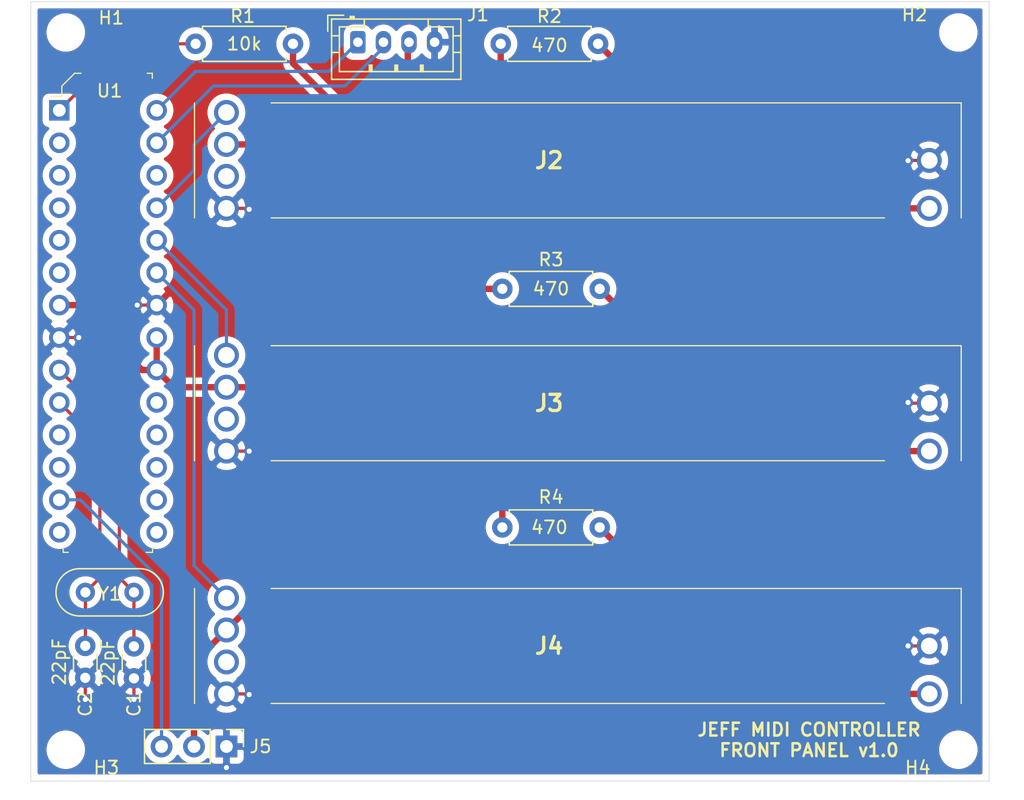
<source format=kicad_pcb>
(kicad_pcb (version 20171130) (host pcbnew "(5.1.4-0-10_14)")

  (general
    (thickness 1.6)
    (drawings 5)
    (tracks 101)
    (zones 0)
    (modules 17)
    (nets 32)
  )

  (page A4)
  (layers
    (0 F.Cu signal)
    (31 B.Cu signal)
    (32 B.Adhes user)
    (33 F.Adhes user)
    (34 B.Paste user)
    (35 F.Paste user)
    (36 B.SilkS user)
    (37 F.SilkS user)
    (38 B.Mask user)
    (39 F.Mask user)
    (40 Dwgs.User user)
    (41 Cmts.User user)
    (42 Eco1.User user)
    (43 Eco2.User user)
    (44 Edge.Cuts user)
    (45 Margin user)
    (46 B.CrtYd user)
    (47 F.CrtYd user)
    (48 B.Fab user)
    (49 F.Fab user)
  )

  (setup
    (last_trace_width 0.25)
    (user_trace_width 0.5)
    (trace_clearance 0.2)
    (zone_clearance 0.508)
    (zone_45_only no)
    (trace_min 0.2)
    (via_size 0.8)
    (via_drill 0.4)
    (via_min_size 0.4)
    (via_min_drill 0.3)
    (uvia_size 0.3)
    (uvia_drill 0.1)
    (uvias_allowed no)
    (uvia_min_size 0.2)
    (uvia_min_drill 0.1)
    (edge_width 0.05)
    (segment_width 0.2)
    (pcb_text_width 0.3)
    (pcb_text_size 1.5 1.5)
    (mod_edge_width 0.12)
    (mod_text_size 1 1)
    (mod_text_width 0.15)
    (pad_size 1.524 1.524)
    (pad_drill 0.762)
    (pad_to_mask_clearance 0.051)
    (solder_mask_min_width 0.25)
    (aux_axis_origin 0 0)
    (visible_elements FFFFFF7F)
    (pcbplotparams
      (layerselection 0x010fc_ffffffff)
      (usegerberextensions false)
      (usegerberattributes false)
      (usegerberadvancedattributes false)
      (creategerberjobfile false)
      (excludeedgelayer true)
      (linewidth 0.100000)
      (plotframeref false)
      (viasonmask false)
      (mode 1)
      (useauxorigin false)
      (hpglpennumber 1)
      (hpglpenspeed 20)
      (hpglpendiameter 15.000000)
      (psnegative false)
      (psa4output false)
      (plotreference true)
      (plotvalue true)
      (plotinvisibletext false)
      (padsonsilk false)
      (subtractmaskfromsilk false)
      (outputformat 1)
      (mirror false)
      (drillshape 0)
      (scaleselection 1)
      (outputdirectory "/Applications/KiCad/Projects/I2C_Front_Forearm_Mini/gerbers/"))
  )

  (net 0 "")
  (net 1 /XTAL1)
  (net 2 GND)
  (net 3 /XTAL2)
  (net 4 /SCL)
  (net 5 /SDA)
  (net 6 +5V)
  (net 7 "Net-(J2-PadL1)")
  (net 8 "Net-(J2-PadB1)")
  (net 9 /A2)
  (net 10 "Net-(J3-PadL1)")
  (net 11 "Net-(J3-PadB1)")
  (net 12 /A1)
  (net 13 "Net-(J4-PadL1)")
  (net 14 "Net-(J4-PadB1)")
  (net 15 /A0)
  (net 16 "Net-(R1-Pad2)")
  (net 17 /A3)
  (net 18 /D13)
  (net 19 /D12)
  (net 20 /D11)
  (net 21 /D10)
  (net 22 /D9)
  (net 23 /D8)
  (net 24 /D7)
  (net 25 /D6)
  (net 26 /D5)
  (net 27 /D4)
  (net 28 /D3)
  (net 29 /D2)
  (net 30 /D1)
  (net 31 /D0)

  (net_class Default "This is the default net class."
    (clearance 0.2)
    (trace_width 0.25)
    (via_dia 0.8)
    (via_drill 0.4)
    (uvia_dia 0.3)
    (uvia_drill 0.1)
    (add_net +5V)
    (add_net /A0)
    (add_net /A1)
    (add_net /A2)
    (add_net /A3)
    (add_net /D0)
    (add_net /D1)
    (add_net /D10)
    (add_net /D11)
    (add_net /D12)
    (add_net /D13)
    (add_net /D2)
    (add_net /D3)
    (add_net /D4)
    (add_net /D5)
    (add_net /D6)
    (add_net /D7)
    (add_net /D8)
    (add_net /D9)
    (add_net /SCL)
    (add_net /SDA)
    (add_net /XTAL1)
    (add_net /XTAL2)
    (add_net GND)
    (add_net "Net-(J2-PadB1)")
    (add_net "Net-(J2-PadL1)")
    (add_net "Net-(J3-PadB1)")
    (add_net "Net-(J3-PadL1)")
    (add_net "Net-(J4-PadB1)")
    (add_net "Net-(J4-PadL1)")
    (add_net "Net-(R1-Pad2)")
  )

  (module Connector_PinHeader_2.54mm:PinHeader_1x03_P2.54mm_Vertical (layer F.Cu) (tedit 59FED5CC) (tstamp 5E532391)
    (at 133.096 134.239 270)
    (descr "Through hole straight pin header, 1x03, 2.54mm pitch, single row")
    (tags "Through hole pin header THT 1x03 2.54mm single row")
    (path /5E532563)
    (fp_text reference J5 (at 0 -2.667 180) (layer F.SilkS)
      (effects (font (size 1 1) (thickness 0.15)))
    )
    (fp_text value LED_Input (at 1.651 -5.715 180) (layer F.Fab)
      (effects (font (size 1 1) (thickness 0.15)))
    )
    (fp_text user %R (at 0 2.54) (layer F.Fab)
      (effects (font (size 1 1) (thickness 0.15)))
    )
    (fp_line (start 1.8 -1.8) (end -1.8 -1.8) (layer F.CrtYd) (width 0.05))
    (fp_line (start 1.8 6.85) (end 1.8 -1.8) (layer F.CrtYd) (width 0.05))
    (fp_line (start -1.8 6.85) (end 1.8 6.85) (layer F.CrtYd) (width 0.05))
    (fp_line (start -1.8 -1.8) (end -1.8 6.85) (layer F.CrtYd) (width 0.05))
    (fp_line (start -1.33 -1.33) (end 0 -1.33) (layer F.SilkS) (width 0.12))
    (fp_line (start -1.33 0) (end -1.33 -1.33) (layer F.SilkS) (width 0.12))
    (fp_line (start -1.33 1.27) (end 1.33 1.27) (layer F.SilkS) (width 0.12))
    (fp_line (start 1.33 1.27) (end 1.33 6.41) (layer F.SilkS) (width 0.12))
    (fp_line (start -1.33 1.27) (end -1.33 6.41) (layer F.SilkS) (width 0.12))
    (fp_line (start -1.33 6.41) (end 1.33 6.41) (layer F.SilkS) (width 0.12))
    (fp_line (start -1.27 -0.635) (end -0.635 -1.27) (layer F.Fab) (width 0.1))
    (fp_line (start -1.27 6.35) (end -1.27 -0.635) (layer F.Fab) (width 0.1))
    (fp_line (start 1.27 6.35) (end -1.27 6.35) (layer F.Fab) (width 0.1))
    (fp_line (start 1.27 -1.27) (end 1.27 6.35) (layer F.Fab) (width 0.1))
    (fp_line (start -0.635 -1.27) (end 1.27 -1.27) (layer F.Fab) (width 0.1))
    (pad 3 thru_hole oval (at 0 5.08 270) (size 1.7 1.7) (drill 1) (layers *.Cu *.Mask)
      (net 24 /D7))
    (pad 2 thru_hole oval (at 0 2.54 270) (size 1.7 1.7) (drill 1) (layers *.Cu *.Mask)
      (net 6 +5V))
    (pad 1 thru_hole rect (at 0 0 270) (size 1.7 1.7) (drill 1) (layers *.Cu *.Mask)
      (net 2 GND))
    (model ${KISYS3DMOD}/Connector_PinHeader_2.54mm.3dshapes/PinHeader_1x03_P2.54mm_Vertical.wrl
      (at (xyz 0 0 0))
      (scale (xyz 1 1 1))
      (rotate (xyz 0 0 0))
    )
  )

  (module Crystal:Crystal_HC52-8mm_Vertical (layer F.Cu) (tedit 5A1AD3B8) (tstamp 5E4E1E09)
    (at 125.857 122.174 180)
    (descr "Crystal THT HC-52/8mm, http://www.kvg-gmbh.de/assets/uploads/files/product_pdfs/XS71xx.pdf")
    (tags "THT crystalHC-49/U")
    (path /5E4E30BC)
    (fp_text reference Y1 (at 1.905 -0.127) (layer F.SilkS)
      (effects (font (size 1 1) (thickness 0.15)))
    )
    (fp_text value Crystal (at 1.9 2.85) (layer F.Fab)
      (effects (font (size 1 1) (thickness 0.15)))
    )
    (fp_arc (start 4.25 0) (end 4.25 -1.85) (angle 180) (layer F.SilkS) (width 0.12))
    (fp_arc (start -0.45 0) (end -0.45 -1.85) (angle -180) (layer F.SilkS) (width 0.12))
    (fp_arc (start 4.25 0) (end 4.25 -1.15) (angle 180) (layer F.Fab) (width 0.1))
    (fp_arc (start -0.45 0) (end -0.45 -1.15) (angle -180) (layer F.Fab) (width 0.1))
    (fp_arc (start 4.25 0) (end 4.25 -1.65) (angle 180) (layer F.Fab) (width 0.1))
    (fp_arc (start -0.45 0) (end -0.45 -1.65) (angle -180) (layer F.Fab) (width 0.1))
    (fp_line (start 6.4 -2.1) (end -2.6 -2.1) (layer F.CrtYd) (width 0.05))
    (fp_line (start 6.4 2.1) (end 6.4 -2.1) (layer F.CrtYd) (width 0.05))
    (fp_line (start -2.6 2.1) (end 6.4 2.1) (layer F.CrtYd) (width 0.05))
    (fp_line (start -2.6 -2.1) (end -2.6 2.1) (layer F.CrtYd) (width 0.05))
    (fp_line (start -0.45 1.85) (end 4.25 1.85) (layer F.SilkS) (width 0.12))
    (fp_line (start -0.45 -1.85) (end 4.25 -1.85) (layer F.SilkS) (width 0.12))
    (fp_line (start -0.45 1.15) (end 4.25 1.15) (layer F.Fab) (width 0.1))
    (fp_line (start -0.45 -1.15) (end 4.25 -1.15) (layer F.Fab) (width 0.1))
    (fp_line (start -0.45 1.65) (end 4.25 1.65) (layer F.Fab) (width 0.1))
    (fp_line (start -0.45 -1.65) (end 4.25 -1.65) (layer F.Fab) (width 0.1))
    (pad 2 thru_hole circle (at 3.8 0 180) (size 1.5 1.5) (drill 0.8) (layers *.Cu *.Mask)
      (net 3 /XTAL2))
    (pad 1 thru_hole circle (at 0 0 180) (size 1.5 1.5) (drill 0.8) (layers *.Cu *.Mask)
      (net 1 /XTAL1))
    (model ${KISYS3DMOD}/Crystal.3dshapes/Crystal_HC52-8mm_Vertical.wrl
      (at (xyz 0 0 0))
      (scale (xyz 1 1 1))
      (rotate (xyz 0 0 0))
    )
  )

  (module digikey-footprints:DIP-28_W7.62mm (layer F.Cu) (tedit 59C2773E) (tstamp 5E4E1E68)
    (at 120.015 84.455)
    (descr http://www.digikey.com/products/en?formaction=on&lang=en&site=us&KeyWords=296-1956-5-ND)
    (path /5E4DCC80)
    (fp_text reference U1 (at 3.937 -1.524) (layer F.SilkS)
      (effects (font (size 1 1) (thickness 0.15)))
    )
    (fp_text value ATMEGA328P-PU (at 3.81 8.382 90) (layer F.Fab)
      (effects (font (size 1 1) (thickness 0.15)))
    )
    (fp_line (start 7.08 -2.69) (end 7.08 34.4) (layer F.Fab) (width 0.1))
    (fp_line (start 0.48 -1.79) (end 1.38 -2.69) (layer F.Fab) (width 0.1))
    (fp_line (start 1.38 -2.69) (end 7.08 -2.69) (layer F.Fab) (width 0.1))
    (fp_line (start 0.48 -1.79) (end 0.48 34.4) (layer F.Fab) (width 0.1))
    (fp_line (start 7.28 -2.9) (end 6.88 -2.9) (layer F.SilkS) (width 0.1))
    (fp_line (start 7.28 -2.5) (end 7.28 -2.9) (layer F.SilkS) (width 0.1))
    (fp_line (start 0.48 34.4) (end 7.08 34.4) (layer F.Fab) (width 0.1))
    (fp_line (start 0.2 -1.9) (end 0.2 -1.1) (layer F.SilkS) (width 0.1))
    (fp_line (start 1.2 -2.9) (end 0.2 -1.9) (layer F.SilkS) (width 0.1))
    (fp_line (start 1.7 -2.9) (end 1.2 -2.9) (layer F.SilkS) (width 0.1))
    (fp_line (start 0.2 -1.1) (end -0.6 -1.1) (layer F.SilkS) (width 0.1))
    (fp_line (start -1.05 -2.94) (end -1.05 34.65) (layer F.CrtYd) (width 0.05))
    (fp_line (start 8.67 -2.94) (end 8.68 34.65) (layer F.CrtYd) (width 0.05))
    (fp_line (start -1.05 -2.94) (end 8.67 -2.94) (layer F.CrtYd) (width 0.05))
    (fp_line (start -1.05 34.65) (end 8.68 34.65) (layer F.CrtYd) (width 0.05))
    (fp_line (start 0.3 34.59) (end 0.7 34.59) (layer F.SilkS) (width 0.1))
    (fp_line (start 0.3 34.19) (end 0.3 34.59) (layer F.SilkS) (width 0.1))
    (fp_line (start 7.3 34.59) (end 6.8 34.59) (layer F.SilkS) (width 0.1))
    (fp_line (start 7.3 34.19) (end 7.3 34.59) (layer F.SilkS) (width 0.1))
    (pad 28 thru_hole circle (at 7.62 0) (size 1.6 1.6) (drill 1) (layers *.Cu *.Mask)
      (net 4 /SCL))
    (pad 27 thru_hole circle (at 7.62 2.54) (size 1.6 1.6) (drill 1) (layers *.Cu *.Mask)
      (net 5 /SDA))
    (pad 26 thru_hole circle (at 7.62 5.08) (size 1.6 1.6) (drill 1) (layers *.Cu *.Mask)
      (net 17 /A3))
    (pad 25 thru_hole circle (at 7.62 7.62) (size 1.6 1.6) (drill 1) (layers *.Cu *.Mask)
      (net 9 /A2))
    (pad 24 thru_hole circle (at 7.62 10.16) (size 1.6 1.6) (drill 1) (layers *.Cu *.Mask)
      (net 12 /A1))
    (pad 23 thru_hole circle (at 7.62 12.7) (size 1.6 1.6) (drill 1) (layers *.Cu *.Mask)
      (net 15 /A0))
    (pad 22 thru_hole circle (at 7.62 15.24) (size 1.6 1.6) (drill 1) (layers *.Cu *.Mask)
      (net 2 GND))
    (pad 21 thru_hole circle (at 7.62 17.78) (size 1.6 1.6) (drill 1) (layers *.Cu *.Mask)
      (net 6 +5V))
    (pad 20 thru_hole circle (at 7.62 20.32) (size 1.6 1.6) (drill 1) (layers *.Cu *.Mask)
      (net 6 +5V))
    (pad 19 thru_hole circle (at 7.62 22.86) (size 1.6 1.6) (drill 1) (layers *.Cu *.Mask)
      (net 18 /D13))
    (pad 18 thru_hole circle (at 7.62 25.4) (size 1.6 1.6) (drill 1) (layers *.Cu *.Mask)
      (net 19 /D12))
    (pad 17 thru_hole circle (at 7.62 27.94) (size 1.6 1.6) (drill 1) (layers *.Cu *.Mask)
      (net 20 /D11))
    (pad 16 thru_hole circle (at 7.62 30.48) (size 1.6 1.6) (drill 1) (layers *.Cu *.Mask)
      (net 21 /D10))
    (pad 15 thru_hole circle (at 7.62 33.02) (size 1.6 1.6) (drill 1) (layers *.Cu *.Mask)
      (net 22 /D9))
    (pad 14 thru_hole circle (at 0 33.02) (size 1.6 1.6) (drill 1) (layers *.Cu *.Mask)
      (net 23 /D8))
    (pad 13 thru_hole circle (at 0 30.48) (size 1.6 1.6) (drill 1) (layers *.Cu *.Mask)
      (net 24 /D7))
    (pad 12 thru_hole circle (at 0 27.94) (size 1.6 1.6) (drill 1) (layers *.Cu *.Mask)
      (net 25 /D6))
    (pad 11 thru_hole circle (at 0 25.4) (size 1.6 1.6) (drill 1) (layers *.Cu *.Mask)
      (net 26 /D5))
    (pad 10 thru_hole circle (at 0 22.86) (size 1.6 1.6) (drill 1) (layers *.Cu *.Mask)
      (net 3 /XTAL2))
    (pad 9 thru_hole circle (at 0 20.32) (size 1.6 1.6) (drill 1) (layers *.Cu *.Mask)
      (net 1 /XTAL1))
    (pad 8 thru_hole circle (at 0 17.78) (size 1.6 1.6) (drill 1) (layers *.Cu *.Mask)
      (net 2 GND))
    (pad 7 thru_hole circle (at 0 15.24) (size 1.6 1.6) (drill 1) (layers *.Cu *.Mask)
      (net 6 +5V))
    (pad 6 thru_hole circle (at 0 12.7) (size 1.6 1.6) (drill 1) (layers *.Cu *.Mask)
      (net 27 /D4))
    (pad 5 thru_hole circle (at 0 10.16) (size 1.6 1.6) (drill 1) (layers *.Cu *.Mask)
      (net 28 /D3))
    (pad 4 thru_hole circle (at 0 7.62) (size 1.6 1.6) (drill 1) (layers *.Cu *.Mask)
      (net 29 /D2))
    (pad 3 thru_hole circle (at 0 5.08) (size 1.6 1.6) (drill 1) (layers *.Cu *.Mask)
      (net 30 /D1))
    (pad 2 thru_hole circle (at 0 2.54) (size 1.6 1.6) (drill 1) (layers *.Cu *.Mask)
      (net 31 /D0))
    (pad 1 thru_hole rect (at 0 0) (size 1.6 1.6) (drill 1) (layers *.Cu *.Mask)
      (net 16 "Net-(R1-Pad2)"))
  )

  (module Resistor_THT:R_Axial_DIN0207_L6.3mm_D2.5mm_P7.62mm_Horizontal (layer F.Cu) (tedit 5AE5139B) (tstamp 5E4E1D85)
    (at 154.686 117.094)
    (descr "Resistor, Axial_DIN0207 series, Axial, Horizontal, pin pitch=7.62mm, 0.25W = 1/4W, length*diameter=6.3*2.5mm^2, http://cdn-reichelt.de/documents/datenblatt/B400/1_4W%23YAG.pdf")
    (tags "Resistor Axial_DIN0207 series Axial Horizontal pin pitch 7.62mm 0.25W = 1/4W length 6.3mm diameter 2.5mm")
    (path /5E4FCA4B)
    (fp_text reference R4 (at 3.81 -2.37) (layer F.SilkS)
      (effects (font (size 1 1) (thickness 0.15)))
    )
    (fp_text value 470 (at 3.683 0) (layer F.SilkS)
      (effects (font (size 1 1) (thickness 0.15)))
    )
    (fp_line (start 8.67 -1.5) (end -1.05 -1.5) (layer F.CrtYd) (width 0.05))
    (fp_line (start 8.67 1.5) (end 8.67 -1.5) (layer F.CrtYd) (width 0.05))
    (fp_line (start -1.05 1.5) (end 8.67 1.5) (layer F.CrtYd) (width 0.05))
    (fp_line (start -1.05 -1.5) (end -1.05 1.5) (layer F.CrtYd) (width 0.05))
    (fp_line (start 7.08 1.37) (end 7.08 1.04) (layer F.SilkS) (width 0.12))
    (fp_line (start 0.54 1.37) (end 7.08 1.37) (layer F.SilkS) (width 0.12))
    (fp_line (start 0.54 1.04) (end 0.54 1.37) (layer F.SilkS) (width 0.12))
    (fp_line (start 7.08 -1.37) (end 7.08 -1.04) (layer F.SilkS) (width 0.12))
    (fp_line (start 0.54 -1.37) (end 7.08 -1.37) (layer F.SilkS) (width 0.12))
    (fp_line (start 0.54 -1.04) (end 0.54 -1.37) (layer F.SilkS) (width 0.12))
    (fp_line (start 7.62 0) (end 6.96 0) (layer F.Fab) (width 0.1))
    (fp_line (start 0 0) (end 0.66 0) (layer F.Fab) (width 0.1))
    (fp_line (start 6.96 -1.25) (end 0.66 -1.25) (layer F.Fab) (width 0.1))
    (fp_line (start 6.96 1.25) (end 6.96 -1.25) (layer F.Fab) (width 0.1))
    (fp_line (start 0.66 1.25) (end 6.96 1.25) (layer F.Fab) (width 0.1))
    (fp_line (start 0.66 -1.25) (end 0.66 1.25) (layer F.Fab) (width 0.1))
    (pad 2 thru_hole oval (at 7.62 0) (size 1.6 1.6) (drill 0.8) (layers *.Cu *.Mask)
      (net 14 "Net-(J4-PadB1)"))
    (pad 1 thru_hole circle (at 0 0) (size 1.6 1.6) (drill 0.8) (layers *.Cu *.Mask)
      (net 6 +5V))
    (model ${KISYS3DMOD}/Resistor_THT.3dshapes/R_Axial_DIN0207_L6.3mm_D2.5mm_P7.62mm_Horizontal.wrl
      (at (xyz 0 0 0))
      (scale (xyz 1 1 1))
      (rotate (xyz 0 0 0))
    )
  )

  (module Resistor_THT:R_Axial_DIN0207_L6.3mm_D2.5mm_P7.62mm_Horizontal (layer F.Cu) (tedit 5AE5139B) (tstamp 5E4E1D43)
    (at 154.686 98.425)
    (descr "Resistor, Axial_DIN0207 series, Axial, Horizontal, pin pitch=7.62mm, 0.25W = 1/4W, length*diameter=6.3*2.5mm^2, http://cdn-reichelt.de/documents/datenblatt/B400/1_4W%23YAG.pdf")
    (tags "Resistor Axial_DIN0207 series Axial Horizontal pin pitch 7.62mm 0.25W = 1/4W length 6.3mm diameter 2.5mm")
    (path /5E4F84B5)
    (fp_text reference R3 (at 3.81 -2.286) (layer F.SilkS)
      (effects (font (size 1 1) (thickness 0.15)))
    )
    (fp_text value 470 (at 3.81 0) (layer F.SilkS)
      (effects (font (size 1 1) (thickness 0.15)))
    )
    (fp_line (start 8.67 -1.5) (end -1.05 -1.5) (layer F.CrtYd) (width 0.05))
    (fp_line (start 8.67 1.5) (end 8.67 -1.5) (layer F.CrtYd) (width 0.05))
    (fp_line (start -1.05 1.5) (end 8.67 1.5) (layer F.CrtYd) (width 0.05))
    (fp_line (start -1.05 -1.5) (end -1.05 1.5) (layer F.CrtYd) (width 0.05))
    (fp_line (start 7.08 1.37) (end 7.08 1.04) (layer F.SilkS) (width 0.12))
    (fp_line (start 0.54 1.37) (end 7.08 1.37) (layer F.SilkS) (width 0.12))
    (fp_line (start 0.54 1.04) (end 0.54 1.37) (layer F.SilkS) (width 0.12))
    (fp_line (start 7.08 -1.37) (end 7.08 -1.04) (layer F.SilkS) (width 0.12))
    (fp_line (start 0.54 -1.37) (end 7.08 -1.37) (layer F.SilkS) (width 0.12))
    (fp_line (start 0.54 -1.04) (end 0.54 -1.37) (layer F.SilkS) (width 0.12))
    (fp_line (start 7.62 0) (end 6.96 0) (layer F.Fab) (width 0.1))
    (fp_line (start 0 0) (end 0.66 0) (layer F.Fab) (width 0.1))
    (fp_line (start 6.96 -1.25) (end 0.66 -1.25) (layer F.Fab) (width 0.1))
    (fp_line (start 6.96 1.25) (end 6.96 -1.25) (layer F.Fab) (width 0.1))
    (fp_line (start 0.66 1.25) (end 6.96 1.25) (layer F.Fab) (width 0.1))
    (fp_line (start 0.66 -1.25) (end 0.66 1.25) (layer F.Fab) (width 0.1))
    (pad 2 thru_hole oval (at 7.62 0) (size 1.6 1.6) (drill 0.8) (layers *.Cu *.Mask)
      (net 11 "Net-(J3-PadB1)"))
    (pad 1 thru_hole circle (at 0 0) (size 1.6 1.6) (drill 0.8) (layers *.Cu *.Mask)
      (net 6 +5V))
    (model ${KISYS3DMOD}/Resistor_THT.3dshapes/R_Axial_DIN0207_L6.3mm_D2.5mm_P7.62mm_Horizontal.wrl
      (at (xyz 0 0 0))
      (scale (xyz 1 1 1))
      (rotate (xyz 0 0 0))
    )
  )

  (module Resistor_THT:R_Axial_DIN0207_L6.3mm_D2.5mm_P7.62mm_Horizontal (layer F.Cu) (tedit 5AE5139B) (tstamp 5E4E1D01)
    (at 154.559 79.248)
    (descr "Resistor, Axial_DIN0207 series, Axial, Horizontal, pin pitch=7.62mm, 0.25W = 1/4W, length*diameter=6.3*2.5mm^2, http://cdn-reichelt.de/documents/datenblatt/B400/1_4W%23YAG.pdf")
    (tags "Resistor Axial_DIN0207 series Axial Horizontal pin pitch 7.62mm 0.25W = 1/4W length 6.3mm diameter 2.5mm")
    (path /5E4EEF3F)
    (fp_text reference R2 (at 3.81 -2.159) (layer F.SilkS)
      (effects (font (size 1 1) (thickness 0.15)))
    )
    (fp_text value 470 (at 3.81 0.127) (layer F.SilkS)
      (effects (font (size 1 1) (thickness 0.15)))
    )
    (fp_line (start 8.67 -1.5) (end -1.05 -1.5) (layer F.CrtYd) (width 0.05))
    (fp_line (start 8.67 1.5) (end 8.67 -1.5) (layer F.CrtYd) (width 0.05))
    (fp_line (start -1.05 1.5) (end 8.67 1.5) (layer F.CrtYd) (width 0.05))
    (fp_line (start -1.05 -1.5) (end -1.05 1.5) (layer F.CrtYd) (width 0.05))
    (fp_line (start 7.08 1.37) (end 7.08 1.04) (layer F.SilkS) (width 0.12))
    (fp_line (start 0.54 1.37) (end 7.08 1.37) (layer F.SilkS) (width 0.12))
    (fp_line (start 0.54 1.04) (end 0.54 1.37) (layer F.SilkS) (width 0.12))
    (fp_line (start 7.08 -1.37) (end 7.08 -1.04) (layer F.SilkS) (width 0.12))
    (fp_line (start 0.54 -1.37) (end 7.08 -1.37) (layer F.SilkS) (width 0.12))
    (fp_line (start 0.54 -1.04) (end 0.54 -1.37) (layer F.SilkS) (width 0.12))
    (fp_line (start 7.62 0) (end 6.96 0) (layer F.Fab) (width 0.1))
    (fp_line (start 0 0) (end 0.66 0) (layer F.Fab) (width 0.1))
    (fp_line (start 6.96 -1.25) (end 0.66 -1.25) (layer F.Fab) (width 0.1))
    (fp_line (start 6.96 1.25) (end 6.96 -1.25) (layer F.Fab) (width 0.1))
    (fp_line (start 0.66 1.25) (end 6.96 1.25) (layer F.Fab) (width 0.1))
    (fp_line (start 0.66 -1.25) (end 0.66 1.25) (layer F.Fab) (width 0.1))
    (pad 2 thru_hole oval (at 7.62 0) (size 1.6 1.6) (drill 0.8) (layers *.Cu *.Mask)
      (net 8 "Net-(J2-PadB1)"))
    (pad 1 thru_hole circle (at 0 0) (size 1.6 1.6) (drill 0.8) (layers *.Cu *.Mask)
      (net 6 +5V))
    (model ${KISYS3DMOD}/Resistor_THT.3dshapes/R_Axial_DIN0207_L6.3mm_D2.5mm_P7.62mm_Horizontal.wrl
      (at (xyz 0 0 0))
      (scale (xyz 1 1 1))
      (rotate (xyz 0 0 0))
    )
  )

  (module Resistor_THT:R_Axial_DIN0207_L6.3mm_D2.5mm_P7.62mm_Horizontal (layer F.Cu) (tedit 5AE5139B) (tstamp 5E4E26C9)
    (at 138.303 79.248 180)
    (descr "Resistor, Axial_DIN0207 series, Axial, Horizontal, pin pitch=7.62mm, 0.25W = 1/4W, length*diameter=6.3*2.5mm^2, http://cdn-reichelt.de/documents/datenblatt/B400/1_4W%23YAG.pdf")
    (tags "Resistor Axial_DIN0207 series Axial Horizontal pin pitch 7.62mm 0.25W = 1/4W length 6.3mm diameter 2.5mm")
    (path /5E4DF610)
    (fp_text reference R1 (at 3.937 2.159) (layer F.SilkS)
      (effects (font (size 1 1) (thickness 0.15)))
    )
    (fp_text value 10k (at 3.81 0) (layer F.SilkS)
      (effects (font (size 1 1) (thickness 0.15)))
    )
    (fp_line (start 8.67 -1.5) (end -1.05 -1.5) (layer F.CrtYd) (width 0.05))
    (fp_line (start 8.67 1.5) (end 8.67 -1.5) (layer F.CrtYd) (width 0.05))
    (fp_line (start -1.05 1.5) (end 8.67 1.5) (layer F.CrtYd) (width 0.05))
    (fp_line (start -1.05 -1.5) (end -1.05 1.5) (layer F.CrtYd) (width 0.05))
    (fp_line (start 7.08 1.37) (end 7.08 1.04) (layer F.SilkS) (width 0.12))
    (fp_line (start 0.54 1.37) (end 7.08 1.37) (layer F.SilkS) (width 0.12))
    (fp_line (start 0.54 1.04) (end 0.54 1.37) (layer F.SilkS) (width 0.12))
    (fp_line (start 7.08 -1.37) (end 7.08 -1.04) (layer F.SilkS) (width 0.12))
    (fp_line (start 0.54 -1.37) (end 7.08 -1.37) (layer F.SilkS) (width 0.12))
    (fp_line (start 0.54 -1.04) (end 0.54 -1.37) (layer F.SilkS) (width 0.12))
    (fp_line (start 7.62 0) (end 6.96 0) (layer F.Fab) (width 0.1))
    (fp_line (start 0 0) (end 0.66 0) (layer F.Fab) (width 0.1))
    (fp_line (start 6.96 -1.25) (end 0.66 -1.25) (layer F.Fab) (width 0.1))
    (fp_line (start 6.96 1.25) (end 6.96 -1.25) (layer F.Fab) (width 0.1))
    (fp_line (start 0.66 1.25) (end 6.96 1.25) (layer F.Fab) (width 0.1))
    (fp_line (start 0.66 -1.25) (end 0.66 1.25) (layer F.Fab) (width 0.1))
    (pad 2 thru_hole oval (at 7.62 0 180) (size 1.6 1.6) (drill 0.8) (layers *.Cu *.Mask)
      (net 16 "Net-(R1-Pad2)"))
    (pad 1 thru_hole circle (at 0 0 180) (size 1.6 1.6) (drill 0.8) (layers *.Cu *.Mask)
      (net 6 +5V))
    (model ${KISYS3DMOD}/Resistor_THT.3dshapes/R_Axial_DIN0207_L6.3mm_D2.5mm_P7.62mm_Horizontal.wrl
      (at (xyz 0 0 0))
      (scale (xyz 1 1 1))
      (rotate (xyz 0 0 0))
    )
  )

  (module Connector_JST:JST_PH_B4B-PH-K_1x04_P2.00mm_Vertical (layer F.Cu) (tedit 5B7745C2) (tstamp 5E4E1B6B)
    (at 143.383 79.121)
    (descr "JST PH series connector, B4B-PH-K (http://www.jst-mfg.com/product/pdf/eng/ePH.pdf), generated with kicad-footprint-generator")
    (tags "connector JST PH side entry")
    (path /5E4FD344)
    (fp_text reference J1 (at 9.398 -2.159) (layer F.SilkS)
      (effects (font (size 1 1) (thickness 0.15)))
    )
    (fp_text value I2C_Conn (at 2.794 3.937) (layer F.Fab)
      (effects (font (size 1 1) (thickness 0.15)))
    )
    (fp_line (start 8.45 -2.2) (end -2.45 -2.2) (layer F.CrtYd) (width 0.05))
    (fp_line (start 8.45 3.3) (end 8.45 -2.2) (layer F.CrtYd) (width 0.05))
    (fp_line (start -2.45 3.3) (end 8.45 3.3) (layer F.CrtYd) (width 0.05))
    (fp_line (start -2.45 -2.2) (end -2.45 3.3) (layer F.CrtYd) (width 0.05))
    (fp_line (start 7.95 -1.7) (end -1.95 -1.7) (layer F.Fab) (width 0.1))
    (fp_line (start 7.95 2.8) (end 7.95 -1.7) (layer F.Fab) (width 0.1))
    (fp_line (start -1.95 2.8) (end 7.95 2.8) (layer F.Fab) (width 0.1))
    (fp_line (start -1.95 -1.7) (end -1.95 2.8) (layer F.Fab) (width 0.1))
    (fp_line (start -2.36 -2.11) (end -2.36 -0.86) (layer F.Fab) (width 0.1))
    (fp_line (start -1.11 -2.11) (end -2.36 -2.11) (layer F.Fab) (width 0.1))
    (fp_line (start -2.36 -2.11) (end -2.36 -0.86) (layer F.SilkS) (width 0.12))
    (fp_line (start -1.11 -2.11) (end -2.36 -2.11) (layer F.SilkS) (width 0.12))
    (fp_line (start 5 2.3) (end 5 1.8) (layer F.SilkS) (width 0.12))
    (fp_line (start 5.1 1.8) (end 5.1 2.3) (layer F.SilkS) (width 0.12))
    (fp_line (start 4.9 1.8) (end 5.1 1.8) (layer F.SilkS) (width 0.12))
    (fp_line (start 4.9 2.3) (end 4.9 1.8) (layer F.SilkS) (width 0.12))
    (fp_line (start 3 2.3) (end 3 1.8) (layer F.SilkS) (width 0.12))
    (fp_line (start 3.1 1.8) (end 3.1 2.3) (layer F.SilkS) (width 0.12))
    (fp_line (start 2.9 1.8) (end 3.1 1.8) (layer F.SilkS) (width 0.12))
    (fp_line (start 2.9 2.3) (end 2.9 1.8) (layer F.SilkS) (width 0.12))
    (fp_line (start 1 2.3) (end 1 1.8) (layer F.SilkS) (width 0.12))
    (fp_line (start 1.1 1.8) (end 1.1 2.3) (layer F.SilkS) (width 0.12))
    (fp_line (start 0.9 1.8) (end 1.1 1.8) (layer F.SilkS) (width 0.12))
    (fp_line (start 0.9 2.3) (end 0.9 1.8) (layer F.SilkS) (width 0.12))
    (fp_line (start 8.06 0.8) (end 7.45 0.8) (layer F.SilkS) (width 0.12))
    (fp_line (start 8.06 -0.5) (end 7.45 -0.5) (layer F.SilkS) (width 0.12))
    (fp_line (start -2.06 0.8) (end -1.45 0.8) (layer F.SilkS) (width 0.12))
    (fp_line (start -2.06 -0.5) (end -1.45 -0.5) (layer F.SilkS) (width 0.12))
    (fp_line (start 5.5 -1.2) (end 5.5 -1.81) (layer F.SilkS) (width 0.12))
    (fp_line (start 7.45 -1.2) (end 5.5 -1.2) (layer F.SilkS) (width 0.12))
    (fp_line (start 7.45 2.3) (end 7.45 -1.2) (layer F.SilkS) (width 0.12))
    (fp_line (start -1.45 2.3) (end 7.45 2.3) (layer F.SilkS) (width 0.12))
    (fp_line (start -1.45 -1.2) (end -1.45 2.3) (layer F.SilkS) (width 0.12))
    (fp_line (start 0.5 -1.2) (end -1.45 -1.2) (layer F.SilkS) (width 0.12))
    (fp_line (start 0.5 -1.81) (end 0.5 -1.2) (layer F.SilkS) (width 0.12))
    (fp_line (start -0.3 -1.91) (end -0.6 -1.91) (layer F.SilkS) (width 0.12))
    (fp_line (start -0.6 -2.01) (end -0.6 -1.81) (layer F.SilkS) (width 0.12))
    (fp_line (start -0.3 -2.01) (end -0.6 -2.01) (layer F.SilkS) (width 0.12))
    (fp_line (start -0.3 -1.81) (end -0.3 -2.01) (layer F.SilkS) (width 0.12))
    (fp_line (start 8.06 -1.81) (end -2.06 -1.81) (layer F.SilkS) (width 0.12))
    (fp_line (start 8.06 2.91) (end 8.06 -1.81) (layer F.SilkS) (width 0.12))
    (fp_line (start -2.06 2.91) (end 8.06 2.91) (layer F.SilkS) (width 0.12))
    (fp_line (start -2.06 -1.81) (end -2.06 2.91) (layer F.SilkS) (width 0.12))
    (pad 4 thru_hole oval (at 6 0) (size 1.2 1.75) (drill 0.75) (layers *.Cu *.Mask)
      (net 2 GND))
    (pad 3 thru_hole oval (at 4 0) (size 1.2 1.75) (drill 0.75) (layers *.Cu *.Mask)
      (net 6 +5V))
    (pad 2 thru_hole oval (at 2 0) (size 1.2 1.75) (drill 0.75) (layers *.Cu *.Mask)
      (net 5 /SDA))
    (pad 1 thru_hole roundrect (at 0 0) (size 1.2 1.75) (drill 0.75) (layers *.Cu *.Mask) (roundrect_rratio 0.208333)
      (net 4 /SCL))
    (model ${KISYS3DMOD}/Connector_JST.3dshapes/JST_PH_B4B-PH-K_1x04_P2.00mm_Vertical.wrl
      (at (xyz 0 0 0))
      (scale (xyz 1 1 1))
      (rotate (xyz 0 0 0))
    )
  )

  (module Capacitor_THT:C_Disc_D3.0mm_W1.6mm_P2.50mm (layer F.Cu) (tedit 5AE50EF0) (tstamp 5E4E1C7D)
    (at 122.047 126.365 270)
    (descr "C, Disc series, Radial, pin pitch=2.50mm, , diameter*width=3.0*1.6mm^2, Capacitor, http://www.vishay.com/docs/45233/krseries.pdf")
    (tags "C Disc series Radial pin pitch 2.50mm  diameter 3.0mm width 1.6mm Capacitor")
    (path /5E4E6DFF)
    (fp_text reference C2 (at 4.572 0 90) (layer F.SilkS)
      (effects (font (size 1 1) (thickness 0.15)))
    )
    (fp_text value 22pF (at 1.25 2.032 90) (layer F.SilkS)
      (effects (font (size 1 1) (thickness 0.15)))
    )
    (fp_line (start 3.55 -1.05) (end -1.05 -1.05) (layer F.CrtYd) (width 0.05))
    (fp_line (start 3.55 1.05) (end 3.55 -1.05) (layer F.CrtYd) (width 0.05))
    (fp_line (start -1.05 1.05) (end 3.55 1.05) (layer F.CrtYd) (width 0.05))
    (fp_line (start -1.05 -1.05) (end -1.05 1.05) (layer F.CrtYd) (width 0.05))
    (fp_line (start 0.621 0.92) (end 1.879 0.92) (layer F.SilkS) (width 0.12))
    (fp_line (start 0.621 -0.92) (end 1.879 -0.92) (layer F.SilkS) (width 0.12))
    (fp_line (start 2.75 -0.8) (end -0.25 -0.8) (layer F.Fab) (width 0.1))
    (fp_line (start 2.75 0.8) (end 2.75 -0.8) (layer F.Fab) (width 0.1))
    (fp_line (start -0.25 0.8) (end 2.75 0.8) (layer F.Fab) (width 0.1))
    (fp_line (start -0.25 -0.8) (end -0.25 0.8) (layer F.Fab) (width 0.1))
    (pad 2 thru_hole circle (at 2.5 0 270) (size 1.6 1.6) (drill 0.8) (layers *.Cu *.Mask)
      (net 2 GND))
    (pad 1 thru_hole circle (at 0 0 270) (size 1.6 1.6) (drill 0.8) (layers *.Cu *.Mask)
      (net 3 /XTAL2))
    (model ${KISYS3DMOD}/Capacitor_THT.3dshapes/C_Disc_D3.0mm_W1.6mm_P2.50mm.wrl
      (at (xyz 0 0 0))
      (scale (xyz 1 1 1))
      (rotate (xyz 0 0 0))
    )
  )

  (module Capacitor_THT:C_Disc_D3.0mm_W1.6mm_P2.50mm (layer F.Cu) (tedit 5AE50EF0) (tstamp 5E4E1EDE)
    (at 125.857 128.905 90)
    (descr "C, Disc series, Radial, pin pitch=2.50mm, , diameter*width=3.0*1.6mm^2, Capacitor, http://www.vishay.com/docs/45233/krseries.pdf")
    (tags "C Disc series Radial pin pitch 2.50mm  diameter 3.0mm width 1.6mm Capacitor")
    (path /5E4E51D7)
    (fp_text reference C1 (at -2.032 0 90) (layer F.SilkS)
      (effects (font (size 1 1) (thickness 0.15)))
    )
    (fp_text value 22pF (at 1.25 -2.032 90) (layer F.SilkS)
      (effects (font (size 1 1) (thickness 0.15)))
    )
    (fp_line (start 3.55 -1.05) (end -1.05 -1.05) (layer F.CrtYd) (width 0.05))
    (fp_line (start 3.55 1.05) (end 3.55 -1.05) (layer F.CrtYd) (width 0.05))
    (fp_line (start -1.05 1.05) (end 3.55 1.05) (layer F.CrtYd) (width 0.05))
    (fp_line (start -1.05 -1.05) (end -1.05 1.05) (layer F.CrtYd) (width 0.05))
    (fp_line (start 0.621 0.92) (end 1.879 0.92) (layer F.SilkS) (width 0.12))
    (fp_line (start 0.621 -0.92) (end 1.879 -0.92) (layer F.SilkS) (width 0.12))
    (fp_line (start 2.75 -0.8) (end -0.25 -0.8) (layer F.Fab) (width 0.1))
    (fp_line (start 2.75 0.8) (end 2.75 -0.8) (layer F.Fab) (width 0.1))
    (fp_line (start -0.25 0.8) (end 2.75 0.8) (layer F.Fab) (width 0.1))
    (fp_line (start -0.25 -0.8) (end -0.25 0.8) (layer F.Fab) (width 0.1))
    (pad 2 thru_hole circle (at 2.5 0 90) (size 1.6 1.6) (drill 0.8) (layers *.Cu *.Mask)
      (net 1 /XTAL1))
    (pad 1 thru_hole circle (at 0 0 90) (size 1.6 1.6) (drill 0.8) (layers *.Cu *.Mask)
      (net 2 GND))
    (model ${KISYS3DMOD}/Capacitor_THT.3dshapes/C_Disc_D3.0mm_W1.6mm_P2.50mm.wrl
      (at (xyz 0 0 0))
      (scale (xyz 1 1 1))
      (rotate (xyz 0 0 0))
    )
  )

  (module PTL45-10O1-503B2:PTL4515O1503B2 (layer F.Cu) (tedit 5E4F3F78) (tstamp 5E4F4643)
    (at 133.096 87.122)
    (descr PTL45-15O1-503B2-2)
    (tags Connector)
    (path /5E4EBE8D)
    (fp_text reference J2 (at 25.25 1.25) (layer F.SilkS)
      (effects (font (size 1.27 1.27) (thickness 0.254)))
    )
    (fp_text value Slider_2 (at 25.25 1.25) (layer F.SilkS) hide
      (effects (font (size 1.27 1.27) (thickness 0.254)))
    )
    (fp_text user %R (at 25.25 1.25) (layer F.Fab)
      (effects (font (size 1.27 1.27) (thickness 0.254)))
    )
    (fp_line (start -2.5 -3.25) (end 57.5 -3.25) (layer F.Fab) (width 0.2))
    (fp_line (start 57.5 -3.25) (end 57.5 5.75) (layer F.Fab) (width 0.2))
    (fp_line (start 57.5 5.75) (end -2.5 5.75) (layer F.Fab) (width 0.2))
    (fp_line (start -2.5 5.75) (end -2.5 -3.25) (layer F.Fab) (width 0.2))
    (fp_line (start -3.302 -4.475) (end 58.5 -4.475) (layer F.CrtYd) (width 0.1))
    (fp_line (start 58.5 -4.475) (end 58.5 6.975) (layer F.CrtYd) (width 0.1))
    (fp_line (start 58.5 6.975) (end -3.302 6.975) (layer F.CrtYd) (width 0.1))
    (fp_line (start -3.302 6.975) (end -3.302 -4.475) (layer F.CrtYd) (width 0.1))
    (fp_line (start 3.5 -3.25) (end 57.5 -3.25) (layer F.SilkS) (width 0.1))
    (fp_line (start 57.5 -3.25) (end 57.5 5.75) (layer F.SilkS) (width 0.1))
    (fp_line (start 3.5 5.75) (end 51.5 5.75) (layer F.SilkS) (width 0.1))
    (fp_line (start -2.5 -3.25) (end -2.5 5.75) (layer F.SilkS) (width 0.1))
    (pad 1 thru_hole circle (at 0 0) (size 1.95 1.95) (drill 1.3) (layers *.Cu *.Mask)
      (net 6 +5V))
    (pad 2 thru_hole circle (at 0 -2.5) (size 1.95 1.95) (drill 1.3) (layers *.Cu *.Mask)
      (net 9 /A2))
    (pad 3 thru_hole circle (at 55 1.25) (size 1.95 1.95) (drill 1.3) (layers *.Cu *.Mask)
      (net 2 GND))
    (pad B1 thru_hole circle (at 55 5) (size 1.95 1.95) (drill 1.3) (layers *.Cu *.Mask)
      (net 8 "Net-(J2-PadB1)"))
    (pad E1 thru_hole circle (at 0 5) (size 1.95 1.95) (drill 1.3) (layers *.Cu *.Mask)
      (net 2 GND))
    (pad L1 thru_hole circle (at 0 2.5) (size 1.95 1.95) (drill 1.3) (layers *.Cu *.Mask)
      (net 7 "Net-(J2-PadL1)"))
    (model PTL45-15O1-503B2.stp
      (at (xyz 0 0 0))
      (scale (xyz 1 1 1))
      (rotate (xyz 0 0 0))
    )
  )

  (module PTL45-10O1-503B2:PTL4515O1503B2 (layer F.Cu) (tedit 5E4F3F78) (tstamp 5E4F4711)
    (at 133.096 106.122)
    (descr PTL45-15O1-503B2-2)
    (tags Connector)
    (path /5E4F849E)
    (fp_text reference J3 (at 25.25 1.25) (layer F.SilkS)
      (effects (font (size 1.27 1.27) (thickness 0.254)))
    )
    (fp_text value Slider_1 (at 25.25 1.25) (layer F.SilkS) hide
      (effects (font (size 1.27 1.27) (thickness 0.254)))
    )
    (fp_text user %R (at 25.25 1.25) (layer F.Fab)
      (effects (font (size 1.27 1.27) (thickness 0.254)))
    )
    (fp_line (start -2.5 -3.25) (end 57.5 -3.25) (layer F.Fab) (width 0.2))
    (fp_line (start 57.5 -3.25) (end 57.5 5.75) (layer F.Fab) (width 0.2))
    (fp_line (start 57.5 5.75) (end -2.5 5.75) (layer F.Fab) (width 0.2))
    (fp_line (start -2.5 5.75) (end -2.5 -3.25) (layer F.Fab) (width 0.2))
    (fp_line (start -3.302 -4.475) (end 58.5 -4.475) (layer F.CrtYd) (width 0.1))
    (fp_line (start 58.5 -4.475) (end 58.5 6.975) (layer F.CrtYd) (width 0.1))
    (fp_line (start 58.5 6.975) (end -3.302 6.975) (layer F.CrtYd) (width 0.1))
    (fp_line (start -3.302 6.975) (end -3.302 -4.475) (layer F.CrtYd) (width 0.1))
    (fp_line (start 3.5 -3.25) (end 57.5 -3.25) (layer F.SilkS) (width 0.1))
    (fp_line (start 57.5 -3.25) (end 57.5 5.75) (layer F.SilkS) (width 0.1))
    (fp_line (start 3.5 5.75) (end 51.5 5.75) (layer F.SilkS) (width 0.1))
    (fp_line (start -2.5 -3.25) (end -2.5 5.75) (layer F.SilkS) (width 0.1))
    (pad 1 thru_hole circle (at 0 0) (size 1.95 1.95) (drill 1.3) (layers *.Cu *.Mask)
      (net 6 +5V))
    (pad 2 thru_hole circle (at 0 -2.5) (size 1.95 1.95) (drill 1.3) (layers *.Cu *.Mask)
      (net 12 /A1))
    (pad 3 thru_hole circle (at 55 1.25) (size 1.95 1.95) (drill 1.3) (layers *.Cu *.Mask)
      (net 2 GND))
    (pad B1 thru_hole circle (at 55 5) (size 1.95 1.95) (drill 1.3) (layers *.Cu *.Mask)
      (net 11 "Net-(J3-PadB1)"))
    (pad E1 thru_hole circle (at 0 5) (size 1.95 1.95) (drill 1.3) (layers *.Cu *.Mask)
      (net 2 GND))
    (pad L1 thru_hole circle (at 0 2.5) (size 1.95 1.95) (drill 1.3) (layers *.Cu *.Mask)
      (net 10 "Net-(J3-PadL1)"))
    (model PTL45-15O1-503B2.stp
      (at (xyz 0 0 0))
      (scale (xyz 1 1 1))
      (rotate (xyz 0 0 0))
    )
  )

  (module PTL45-10O1-503B2:PTL4515O1503B2 (layer F.Cu) (tedit 5E4F3F78) (tstamp 5E4F4CD3)
    (at 133.096 125.122)
    (descr PTL45-15O1-503B2-2)
    (tags Connector)
    (path /5E4FCA34)
    (fp_text reference J4 (at 25.25 1.25) (layer F.SilkS)
      (effects (font (size 1.27 1.27) (thickness 0.254)))
    )
    (fp_text value Slider_0 (at 25.25 1.25) (layer F.SilkS) hide
      (effects (font (size 1.27 1.27) (thickness 0.254)))
    )
    (fp_text user %R (at 25.25 1.25) (layer F.Fab)
      (effects (font (size 1.27 1.27) (thickness 0.254)))
    )
    (fp_line (start -2.5 -3.25) (end 57.5 -3.25) (layer F.Fab) (width 0.2))
    (fp_line (start 57.5 -3.25) (end 57.5 5.75) (layer F.Fab) (width 0.2))
    (fp_line (start 57.5 5.75) (end -2.5 5.75) (layer F.Fab) (width 0.2))
    (fp_line (start -2.5 5.75) (end -2.5 -3.25) (layer F.Fab) (width 0.2))
    (fp_line (start -3.302 -4.475) (end 58.5 -4.475) (layer F.CrtYd) (width 0.1))
    (fp_line (start 58.5 -4.475) (end 58.5 6.975) (layer F.CrtYd) (width 0.1))
    (fp_line (start 58.5 6.975) (end -3.302 6.975) (layer F.CrtYd) (width 0.1))
    (fp_line (start -3.302 6.975) (end -3.302 -4.475) (layer F.CrtYd) (width 0.1))
    (fp_line (start 3.5 -3.25) (end 57.5 -3.25) (layer F.SilkS) (width 0.1))
    (fp_line (start 57.5 -3.25) (end 57.5 5.75) (layer F.SilkS) (width 0.1))
    (fp_line (start 3.5 5.75) (end 51.5 5.75) (layer F.SilkS) (width 0.1))
    (fp_line (start -2.5 -3.25) (end -2.5 5.75) (layer F.SilkS) (width 0.1))
    (pad 1 thru_hole circle (at 0 0) (size 1.95 1.95) (drill 1.3) (layers *.Cu *.Mask)
      (net 6 +5V))
    (pad 2 thru_hole circle (at 0 -2.5) (size 1.95 1.95) (drill 1.3) (layers *.Cu *.Mask)
      (net 15 /A0))
    (pad 3 thru_hole circle (at 55 1.25) (size 1.95 1.95) (drill 1.3) (layers *.Cu *.Mask)
      (net 2 GND))
    (pad B1 thru_hole circle (at 55 5) (size 1.95 1.95) (drill 1.3) (layers *.Cu *.Mask)
      (net 14 "Net-(J4-PadB1)"))
    (pad E1 thru_hole circle (at 0 5) (size 1.95 1.95) (drill 1.3) (layers *.Cu *.Mask)
      (net 2 GND))
    (pad L1 thru_hole circle (at 0 2.5) (size 1.95 1.95) (drill 1.3) (layers *.Cu *.Mask)
      (net 13 "Net-(J4-PadL1)"))
    (model PTL45-15O1-503B2.stp
      (at (xyz 0 0 0))
      (scale (xyz 1 1 1))
      (rotate (xyz 0 0 0))
    )
  )

  (module MountingHole:MountingHole_2mm (layer F.Cu) (tedit 5B924920) (tstamp 5E4F54F8)
    (at 120.523 78.359)
    (descr "Mounting Hole 2mm, no annular")
    (tags "mounting hole 2mm no annular")
    (path /5E4FC891)
    (attr virtual)
    (fp_text reference H1 (at 3.556 -1.143) (layer F.SilkS)
      (effects (font (size 1 1) (thickness 0.15)))
    )
    (fp_text value MountingHole (at 2.54 1.905) (layer F.Fab)
      (effects (font (size 1 1) (thickness 0.15)))
    )
    (fp_text user %R (at 0 0) (layer F.Fab)
      (effects (font (size 1 1) (thickness 0.15)))
    )
    (fp_circle (center 0 0) (end 2 0) (layer Cmts.User) (width 0.15))
    (fp_circle (center 0 0) (end 2.25 0) (layer F.CrtYd) (width 0.05))
    (pad "" np_thru_hole circle (at 0 0) (size 2 2) (drill 2) (layers *.Cu *.Mask))
  )

  (module MountingHole:MountingHole_2mm (layer F.Cu) (tedit 5B924920) (tstamp 5E4F54CD)
    (at 190.373 78.359)
    (descr "Mounting Hole 2mm, no annular")
    (tags "mounting hole 2mm no annular")
    (path /5E4FE24C)
    (attr virtual)
    (fp_text reference H2 (at -3.429 -1.397) (layer F.SilkS)
      (effects (font (size 1 1) (thickness 0.15)))
    )
    (fp_text value MountingHole (at -3.175 1.905) (layer F.Fab)
      (effects (font (size 1 1) (thickness 0.15)))
    )
    (fp_text user %R (at 0.3 0) (layer F.Fab)
      (effects (font (size 1 1) (thickness 0.15)))
    )
    (fp_circle (center 0 0) (end 2 0) (layer Cmts.User) (width 0.15))
    (fp_circle (center 0 0) (end 2.25 0) (layer F.CrtYd) (width 0.05))
    (pad "" np_thru_hole circle (at 0 0) (size 2 2) (drill 2) (layers *.Cu *.Mask))
  )

  (module MountingHole:MountingHole_2mm (layer F.Cu) (tedit 5B924920) (tstamp 5E4F5484)
    (at 120.523 134.493)
    (descr "Mounting Hole 2mm, no annular")
    (tags "mounting hole 2mm no annular")
    (path /5E4FD6F0)
    (attr virtual)
    (fp_text reference H3 (at 3.175 1.397) (layer F.SilkS)
      (effects (font (size 1 1) (thickness 0.15)))
    )
    (fp_text value MountingHole (at 0 3.1) (layer F.Fab)
      (effects (font (size 1 1) (thickness 0.15)))
    )
    (fp_circle (center 0 0) (end 2.25 0) (layer F.CrtYd) (width 0.05))
    (fp_circle (center 0 0) (end 2 0) (layer Cmts.User) (width 0.15))
    (fp_text user %R (at 0.3 0) (layer F.Fab)
      (effects (font (size 1 1) (thickness 0.15)))
    )
    (pad "" np_thru_hole circle (at 0 0) (size 2 2) (drill 2) (layers *.Cu *.Mask))
  )

  (module MountingHole:MountingHole_2mm (layer F.Cu) (tedit 5B924920) (tstamp 5E4F543C)
    (at 190.373 134.493)
    (descr "Mounting Hole 2mm, no annular")
    (tags "mounting hole 2mm no annular")
    (path /5E4FEC10)
    (attr virtual)
    (fp_text reference H4 (at -3.175 1.397) (layer F.SilkS)
      (effects (font (size 1 1) (thickness 0.15)))
    )
    (fp_text value MountingHole (at 0 3.1) (layer F.Fab)
      (effects (font (size 1 1) (thickness 0.15)))
    )
    (fp_circle (center 0 0) (end 2.25 0) (layer F.CrtYd) (width 0.05))
    (fp_circle (center 0 0) (end 2 0) (layer Cmts.User) (width 0.15))
    (fp_text user %R (at 0.3 0) (layer F.Fab)
      (effects (font (size 1 1) (thickness 0.15)))
    )
    (pad "" np_thru_hole circle (at 0 0) (size 2 2) (drill 2) (layers *.Cu *.Mask))
  )

  (gr_text "JEFF MIDI CONTROLLER\nFRONT PANEL v1.0" (at 178.689 133.731) (layer F.SilkS)
    (effects (font (size 1 1) (thickness 0.2)))
  )
  (gr_line (start 192.786 136.946) (end 192.786 75.946) (layer Edge.Cuts) (width 0.05) (tstamp 5E4E2845))
  (gr_line (start 192.786 136.946) (end 117.786 136.946) (layer Edge.Cuts) (width 0.05) (tstamp 5E4E2844))
  (gr_line (start 117.786 75.946) (end 117.786 136.946) (layer Edge.Cuts) (width 0.05))
  (gr_line (start 117.786 75.946) (end 192.786 75.946) (layer Edge.Cuts) (width 0.05))

  (segment (start 125.857 123.23466) (end 125.857 126.405) (width 0.25) (layer F.Cu) (net 1))
  (segment (start 125.857 122.174) (end 125.857 123.23466) (width 0.25) (layer F.Cu) (net 1))
  (segment (start 124.714 109.474) (end 120.015 104.775) (width 0.25) (layer F.Cu) (net 1))
  (segment (start 124.714 121.031) (end 124.714 109.474) (width 0.25) (layer F.Cu) (net 1))
  (segment (start 125.857 122.174) (end 124.714 121.031) (width 0.25) (layer F.Cu) (net 1))
  (via (at 121.539 102.235) (size 0.8) (drill 0.4) (layers F.Cu B.Cu) (net 2))
  (segment (start 120.015 102.235) (end 121.539 102.235) (width 0.25) (layer F.Cu) (net 2))
  (via (at 126.111 99.695) (size 0.8) (drill 0.4) (layers F.Cu B.Cu) (net 2))
  (segment (start 127.635 99.695) (end 126.111 99.695) (width 0.25) (layer F.Cu) (net 2))
  (via (at 134.874 92.202) (size 0.8) (drill 0.4) (layers F.Cu B.Cu) (net 2))
  (segment (start 134.794 92.122) (end 134.874 92.202) (width 0.25) (layer F.Cu) (net 2))
  (segment (start 133.096 92.122) (end 134.794 92.122) (width 0.25) (layer F.Cu) (net 2))
  (via (at 134.874 111.125) (size 0.8) (drill 0.4) (layers F.Cu B.Cu) (net 2))
  (segment (start 134.871 111.122) (end 134.874 111.125) (width 0.25) (layer F.Cu) (net 2))
  (segment (start 133.096 111.122) (end 134.871 111.122) (width 0.25) (layer F.Cu) (net 2))
  (segment (start 134.821 130.122) (end 134.874 130.175) (width 0.25) (layer F.Cu) (net 2))
  (via (at 134.874 130.175) (size 0.8) (drill 0.4) (layers F.Cu B.Cu) (net 2))
  (segment (start 133.096 130.122) (end 134.821 130.122) (width 0.25) (layer F.Cu) (net 2))
  (via (at 133.096 135.89) (size 0.8) (drill 0.4) (layers F.Cu B.Cu) (net 2))
  (segment (start 133.096 134.239) (end 133.096 135.89) (width 0.25) (layer F.Cu) (net 2))
  (via (at 186.436 126.365) (size 0.8) (drill 0.4) (layers F.Cu B.Cu) (net 2))
  (segment (start 186.443 126.372) (end 186.436 126.365) (width 0.25) (layer F.Cu) (net 2))
  (segment (start 188.096 126.372) (end 186.443 126.372) (width 0.25) (layer F.Cu) (net 2))
  (segment (start 186.493 107.372) (end 186.436 107.315) (width 0.25) (layer F.Cu) (net 2))
  (via (at 186.436 107.315) (size 0.8) (drill 0.4) (layers F.Cu B.Cu) (net 2))
  (segment (start 188.096 107.372) (end 186.493 107.372) (width 0.25) (layer F.Cu) (net 2))
  (via (at 186.436 88.392) (size 0.8) (drill 0.4) (layers F.Cu B.Cu) (net 2))
  (segment (start 186.456 88.372) (end 186.436 88.392) (width 0.25) (layer F.Cu) (net 2))
  (segment (start 188.096 88.372) (end 186.456 88.372) (width 0.25) (layer F.Cu) (net 2))
  (via (at 122.047 130.556) (size 0.8) (drill 0.4) (layers F.Cu B.Cu) (net 2))
  (segment (start 122.047 128.865) (end 122.047 130.556) (width 0.25) (layer F.Cu) (net 2))
  (via (at 125.857 130.556) (size 0.8) (drill 0.4) (layers F.Cu B.Cu) (net 2))
  (segment (start 125.857 128.905) (end 125.857 130.556) (width 0.25) (layer F.Cu) (net 2))
  (segment (start 122.057 126.355) (end 122.047 126.365) (width 0.25) (layer F.Cu) (net 3))
  (segment (start 122.057 122.174) (end 122.057 126.355) (width 0.25) (layer F.Cu) (net 3))
  (segment (start 120.814999 108.114999) (end 120.015 107.315) (width 0.25) (layer F.Cu) (net 3))
  (segment (start 123.19 110.49) (end 120.814999 108.114999) (width 0.25) (layer F.Cu) (net 3))
  (segment (start 123.19 121.041) (end 123.19 110.49) (width 0.25) (layer F.Cu) (net 3))
  (segment (start 122.057 122.174) (end 123.19 121.041) (width 0.25) (layer F.Cu) (net 3))
  (segment (start 130.683 81.407) (end 141.097 81.407) (width 0.25) (layer B.Cu) (net 4))
  (segment (start 141.097 81.407) (end 143.383 79.121) (width 0.25) (layer B.Cu) (net 4))
  (segment (start 127.635 84.455) (end 130.683 81.407) (width 0.25) (layer B.Cu) (net 4))
  (segment (start 142.367 82.55) (end 145.383 79.534) (width 0.25) (layer B.Cu) (net 5))
  (segment (start 132.08 82.55) (end 142.367 82.55) (width 0.25) (layer B.Cu) (net 5))
  (segment (start 145.383 79.534) (end 145.383 79.121) (width 0.25) (layer B.Cu) (net 5))
  (segment (start 127.635 86.995) (end 132.08 82.55) (width 0.25) (layer B.Cu) (net 5))
  (segment (start 147.352 110.866) (end 133.096 125.122) (width 0.5) (layer F.Cu) (net 6))
  (segment (start 154.559 82.55) (end 147.352 89.757) (width 0.5) (layer F.Cu) (net 6))
  (segment (start 154.559 79.248) (end 154.559 82.55) (width 0.5) (layer F.Cu) (net 6))
  (segment (start 147.574 98.425) (end 147.352 98.203) (width 0.5) (layer F.Cu) (net 6))
  (segment (start 154.686 98.425) (end 147.574 98.425) (width 0.5) (layer F.Cu) (net 6))
  (segment (start 147.352 106.585) (end 147.352 110.866) (width 0.5) (layer F.Cu) (net 6))
  (segment (start 147.352 106.204) (end 147.27 106.122) (width 0.5) (layer F.Cu) (net 6))
  (segment (start 147.352 98.203) (end 147.352 106.204) (width 0.5) (layer F.Cu) (net 6))
  (segment (start 147.27 106.122) (end 133.096 106.122) (width 0.5) (layer F.Cu) (net 6))
  (segment (start 147.352 106.204) (end 147.352 106.585) (width 0.5) (layer F.Cu) (net 6))
  (segment (start 147.352 105.95) (end 147.352 105.505) (width 0.5) (layer F.Cu) (net 6))
  (segment (start 147.352 105.505) (end 147.352 106.585) (width 0.5) (layer F.Cu) (net 6))
  (segment (start 154.686 113.284) (end 147.352 105.95) (width 0.5) (layer F.Cu) (net 6))
  (segment (start 154.686 117.094) (end 154.686 113.284) (width 0.5) (layer F.Cu) (net 6))
  (segment (start 138.303 80.772) (end 147.288 89.757) (width 0.5) (layer F.Cu) (net 6))
  (segment (start 147.288 89.757) (end 147.352 89.757) (width 0.5) (layer F.Cu) (net 6))
  (segment (start 138.303 79.248) (end 138.303 80.772) (width 0.5) (layer F.Cu) (net 6))
  (segment (start 133.096 87.122) (end 137.922 87.122) (width 0.5) (layer F.Cu) (net 6))
  (segment (start 147.352 96.552) (end 147.352 96.806) (width 0.5) (layer F.Cu) (net 6))
  (segment (start 147.352 96.806) (end 147.352 98.203) (width 0.5) (layer F.Cu) (net 6))
  (segment (start 137.922 87.122) (end 147.352 96.552) (width 0.5) (layer F.Cu) (net 6))
  (segment (start 147.352 89.757) (end 147.352 96.806) (width 0.5) (layer F.Cu) (net 6))
  (segment (start 128.982 106.122) (end 127.635 104.775) (width 0.5) (layer F.Cu) (net 6))
  (segment (start 133.096 106.122) (end 128.982 106.122) (width 0.5) (layer F.Cu) (net 6))
  (segment (start 130.556 127.662) (end 130.556 134.239) (width 0.5) (layer F.Cu) (net 6))
  (segment (start 133.096 125.122) (end 130.556 127.662) (width 0.5) (layer F.Cu) (net 6))
  (segment (start 121.412 99.695) (end 120.015 99.695) (width 0.5) (layer F.Cu) (net 6))
  (segment (start 126.492 104.775) (end 121.412 99.695) (width 0.5) (layer F.Cu) (net 6))
  (segment (start 127.635 104.775) (end 126.492 104.775) (width 0.5) (layer F.Cu) (net 6))
  (segment (start 147.288 79.216) (end 147.288 89.757) (width 0.5) (layer F.Cu) (net 6))
  (segment (start 147.383 79.121) (end 147.288 79.216) (width 0.5) (layer F.Cu) (net 6))
  (segment (start 127.635 102.235) (end 127.635 104.775) (width 0.5) (layer F.Cu) (net 6))
  (segment (start 175.053 92.122) (end 162.179 79.248) (width 0.5) (layer F.Cu) (net 8))
  (segment (start 188.096 92.122) (end 175.053 92.122) (width 0.5) (layer F.Cu) (net 8))
  (segment (start 133.096 84.622) (end 132.929 84.622) (width 0.25) (layer F.Cu) (net 9))
  (segment (start 128.434999 91.275001) (end 127.635 92.075) (width 0.25) (layer B.Cu) (net 9))
  (segment (start 130.556 87.162) (end 130.556 89.154) (width 0.25) (layer B.Cu) (net 9))
  (segment (start 130.556 89.154) (end 128.434999 91.275001) (width 0.25) (layer B.Cu) (net 9))
  (segment (start 133.096 84.622) (end 130.556 87.162) (width 0.25) (layer B.Cu) (net 9))
  (segment (start 175.003 111.122) (end 162.306 98.425) (width 0.5) (layer F.Cu) (net 11))
  (segment (start 188.096 111.122) (end 175.003 111.122) (width 0.5) (layer F.Cu) (net 11))
  (segment (start 133.096 100.076) (end 128.434999 95.414999) (width 0.25) (layer B.Cu) (net 12))
  (segment (start 133.096 103.622) (end 133.096 100.076) (width 0.25) (layer B.Cu) (net 12))
  (segment (start 128.434999 95.414999) (end 127.635 94.615) (width 0.25) (layer B.Cu) (net 12))
  (segment (start 175.334 130.122) (end 162.306 117.094) (width 0.5) (layer F.Cu) (net 14))
  (segment (start 188.096 130.122) (end 175.334 130.122) (width 0.5) (layer F.Cu) (net 14))
  (segment (start 128.434999 97.954999) (end 127.635 97.155) (width 0.25) (layer B.Cu) (net 15))
  (segment (start 130.556 100.076) (end 128.434999 97.954999) (width 0.25) (layer B.Cu) (net 15))
  (segment (start 130.556 120.082) (end 130.556 100.076) (width 0.25) (layer B.Cu) (net 15))
  (segment (start 133.096 122.622) (end 130.556 120.082) (width 0.25) (layer B.Cu) (net 15))
  (segment (start 125.222 79.248) (end 120.015 84.455) (width 0.25) (layer F.Cu) (net 16))
  (segment (start 130.683 79.248) (end 125.222 79.248) (width 0.25) (layer F.Cu) (net 16))
  (segment (start 121.666 114.935) (end 120.015 114.935) (width 0.25) (layer B.Cu) (net 24))
  (segment (start 128.016 121.285) (end 121.666 114.935) (width 0.25) (layer B.Cu) (net 24))
  (segment (start 128.016 134.239) (end 128.016 121.285) (width 0.25) (layer B.Cu) (net 24))

  (zone (net 2) (net_name GND) (layer F.Cu) (tstamp 5E6B0463) (hatch edge 0.508)
    (connect_pads (clearance 0.508))
    (min_thickness 0.254)
    (fill yes (arc_segments 32) (thermal_gap 0.508) (thermal_bridge_width 0.508))
    (polygon
      (pts
        (xy 192.913 75.819) (xy 192.913 137.033) (xy 117.729 137.033) (xy 117.729 75.819)
      )
    )
    (filled_polygon
      (pts
        (xy 192.126 136.286) (xy 118.446 136.286) (xy 118.446 134.331967) (xy 118.888 134.331967) (xy 118.888 134.654033)
        (xy 118.950832 134.969912) (xy 119.074082 135.267463) (xy 119.253013 135.535252) (xy 119.480748 135.762987) (xy 119.748537 135.941918)
        (xy 120.046088 136.065168) (xy 120.361967 136.128) (xy 120.684033 136.128) (xy 120.999912 136.065168) (xy 121.297463 135.941918)
        (xy 121.565252 135.762987) (xy 121.792987 135.535252) (xy 121.971918 135.267463) (xy 122.095168 134.969912) (xy 122.158 134.654033)
        (xy 122.158 134.331967) (xy 122.095168 134.016088) (xy 121.971918 133.718537) (xy 121.792987 133.450748) (xy 121.565252 133.223013)
        (xy 121.297463 133.044082) (xy 120.999912 132.920832) (xy 120.684033 132.858) (xy 120.361967 132.858) (xy 120.046088 132.920832)
        (xy 119.748537 133.044082) (xy 119.480748 133.223013) (xy 119.253013 133.450748) (xy 119.074082 133.718537) (xy 118.950832 134.016088)
        (xy 118.888 134.331967) (xy 118.446 134.331967) (xy 118.446 129.857702) (xy 121.233903 129.857702) (xy 121.305486 130.101671)
        (xy 121.560996 130.222571) (xy 121.835184 130.2913) (xy 122.117512 130.305217) (xy 122.39713 130.263787) (xy 122.663292 130.168603)
        (xy 122.788514 130.101671) (xy 122.84836 129.897702) (xy 125.043903 129.897702) (xy 125.115486 130.141671) (xy 125.370996 130.262571)
        (xy 125.645184 130.3313) (xy 125.927512 130.345217) (xy 126.20713 130.303787) (xy 126.473292 130.208603) (xy 126.598514 130.141671)
        (xy 126.670097 129.897702) (xy 125.857 129.084605) (xy 125.043903 129.897702) (xy 122.84836 129.897702) (xy 122.860097 129.857702)
        (xy 122.047 129.044605) (xy 121.233903 129.857702) (xy 118.446 129.857702) (xy 118.446 128.935512) (xy 120.606783 128.935512)
        (xy 120.648213 129.21513) (xy 120.743397 129.481292) (xy 120.810329 129.606514) (xy 121.054298 129.678097) (xy 121.867395 128.865)
        (xy 122.226605 128.865) (xy 123.039702 129.678097) (xy 123.283671 129.606514) (xy 123.404571 129.351004) (xy 123.4733 129.076816)
        (xy 123.478293 128.975512) (xy 124.416783 128.975512) (xy 124.458213 129.25513) (xy 124.553397 129.521292) (xy 124.620329 129.646514)
        (xy 124.864298 129.718097) (xy 125.677395 128.905) (xy 126.036605 128.905) (xy 126.849702 129.718097) (xy 127.093671 129.646514)
        (xy 127.214571 129.391004) (xy 127.2833 129.116816) (xy 127.297217 128.834488) (xy 127.255787 128.55487) (xy 127.160603 128.288708)
        (xy 127.093671 128.163486) (xy 126.849702 128.091903) (xy 126.036605 128.905) (xy 125.677395 128.905) (xy 124.864298 128.091903)
        (xy 124.620329 128.163486) (xy 124.499429 128.418996) (xy 124.4307 128.693184) (xy 124.416783 128.975512) (xy 123.478293 128.975512)
        (xy 123.487217 128.794488) (xy 123.445787 128.51487) (xy 123.350603 128.248708) (xy 123.283671 128.123486) (xy 123.039702 128.051903)
        (xy 122.226605 128.865) (xy 121.867395 128.865) (xy 121.054298 128.051903) (xy 120.810329 128.123486) (xy 120.689429 128.378996)
        (xy 120.6207 128.653184) (xy 120.606783 128.935512) (xy 118.446 128.935512) (xy 118.446 104.633665) (xy 118.58 104.633665)
        (xy 118.58 104.916335) (xy 118.635147 105.193574) (xy 118.74332 105.454727) (xy 118.900363 105.689759) (xy 119.100241 105.889637)
        (xy 119.332759 106.045) (xy 119.100241 106.200363) (xy 118.900363 106.400241) (xy 118.74332 106.635273) (xy 118.635147 106.896426)
        (xy 118.58 107.173665) (xy 118.58 107.456335) (xy 118.635147 107.733574) (xy 118.74332 107.994727) (xy 118.900363 108.229759)
        (xy 119.100241 108.429637) (xy 119.332759 108.585) (xy 119.100241 108.740363) (xy 118.900363 108.940241) (xy 118.74332 109.175273)
        (xy 118.635147 109.436426) (xy 118.58 109.713665) (xy 118.58 109.996335) (xy 118.635147 110.273574) (xy 118.74332 110.534727)
        (xy 118.900363 110.769759) (xy 119.100241 110.969637) (xy 119.332759 111.125) (xy 119.100241 111.280363) (xy 118.900363 111.480241)
        (xy 118.74332 111.715273) (xy 118.635147 111.976426) (xy 118.58 112.253665) (xy 118.58 112.536335) (xy 118.635147 112.813574)
        (xy 118.74332 113.074727) (xy 118.900363 113.309759) (xy 119.100241 113.509637) (xy 119.332759 113.665) (xy 119.100241 113.820363)
        (xy 118.900363 114.020241) (xy 118.74332 114.255273) (xy 118.635147 114.516426) (xy 118.58 114.793665) (xy 118.58 115.076335)
        (xy 118.635147 115.353574) (xy 118.74332 115.614727) (xy 118.900363 115.849759) (xy 119.100241 116.049637) (xy 119.332759 116.205)
        (xy 119.100241 116.360363) (xy 118.900363 116.560241) (xy 118.74332 116.795273) (xy 118.635147 117.056426) (xy 118.58 117.333665)
        (xy 118.58 117.616335) (xy 118.635147 117.893574) (xy 118.74332 118.154727) (xy 118.900363 118.389759) (xy 119.100241 118.589637)
        (xy 119.335273 118.74668) (xy 119.596426 118.854853) (xy 119.873665 118.91) (xy 120.156335 118.91) (xy 120.433574 118.854853)
        (xy 120.694727 118.74668) (xy 120.929759 118.589637) (xy 121.129637 118.389759) (xy 121.28668 118.154727) (xy 121.394853 117.893574)
        (xy 121.45 117.616335) (xy 121.45 117.333665) (xy 121.394853 117.056426) (xy 121.28668 116.795273) (xy 121.129637 116.560241)
        (xy 120.929759 116.360363) (xy 120.697241 116.205) (xy 120.929759 116.049637) (xy 121.129637 115.849759) (xy 121.28668 115.614727)
        (xy 121.394853 115.353574) (xy 121.45 115.076335) (xy 121.45 114.793665) (xy 121.394853 114.516426) (xy 121.28668 114.255273)
        (xy 121.129637 114.020241) (xy 120.929759 113.820363) (xy 120.697241 113.665) (xy 120.929759 113.509637) (xy 121.129637 113.309759)
        (xy 121.28668 113.074727) (xy 121.394853 112.813574) (xy 121.45 112.536335) (xy 121.45 112.253665) (xy 121.394853 111.976426)
        (xy 121.28668 111.715273) (xy 121.129637 111.480241) (xy 120.929759 111.280363) (xy 120.697241 111.125) (xy 120.929759 110.969637)
        (xy 121.129637 110.769759) (xy 121.28668 110.534727) (xy 121.394853 110.273574) (xy 121.45 109.996335) (xy 121.45 109.824801)
        (xy 122.430001 110.804803) (xy 122.43 120.726198) (xy 122.338365 120.817833) (xy 122.193411 120.789) (xy 121.920589 120.789)
        (xy 121.653011 120.842225) (xy 121.400957 120.946629) (xy 121.174114 121.098201) (xy 120.981201 121.291114) (xy 120.829629 121.517957)
        (xy 120.725225 121.770011) (xy 120.672 122.037589) (xy 120.672 122.310411) (xy 120.725225 122.577989) (xy 120.829629 122.830043)
        (xy 120.981201 123.056886) (xy 121.174114 123.249799) (xy 121.297 123.331909) (xy 121.297001 125.140274) (xy 121.132241 125.250363)
        (xy 120.932363 125.450241) (xy 120.77532 125.685273) (xy 120.667147 125.946426) (xy 120.612 126.223665) (xy 120.612 126.506335)
        (xy 120.667147 126.783574) (xy 120.77532 127.044727) (xy 120.932363 127.279759) (xy 121.132241 127.479637) (xy 121.332869 127.613692)
        (xy 121.305486 127.628329) (xy 121.233903 127.872298) (xy 122.047 128.685395) (xy 122.860097 127.872298) (xy 122.788514 127.628329)
        (xy 122.759659 127.614676) (xy 122.961759 127.479637) (xy 123.161637 127.279759) (xy 123.31868 127.044727) (xy 123.426853 126.783574)
        (xy 123.482 126.506335) (xy 123.482 126.223665) (xy 123.426853 125.946426) (xy 123.31868 125.685273) (xy 123.161637 125.450241)
        (xy 122.961759 125.250363) (xy 122.817 125.153638) (xy 122.817 123.331909) (xy 122.939886 123.249799) (xy 123.132799 123.056886)
        (xy 123.284371 122.830043) (xy 123.388775 122.577989) (xy 123.442 122.310411) (xy 123.442 122.037589) (xy 123.413167 121.892635)
        (xy 123.701004 121.604798) (xy 123.730001 121.581001) (xy 123.78174 121.517957) (xy 123.824974 121.465277) (xy 123.895546 121.333247)
        (xy 123.89858 121.323246) (xy 123.939003 121.189986) (xy 123.95 121.078333) (xy 123.95 121.078323) (xy 123.952492 121.053016)
        (xy 123.954 121.068322) (xy 123.954 121.068332) (xy 123.964997 121.179985) (xy 123.969624 121.195237) (xy 124.008454 121.323246)
        (xy 124.079026 121.455276) (xy 124.118871 121.503826) (xy 124.173999 121.571001) (xy 124.203002 121.594804) (xy 124.500833 121.892635)
        (xy 124.472 122.037589) (xy 124.472 122.310411) (xy 124.525225 122.577989) (xy 124.629629 122.830043) (xy 124.781201 123.056886)
        (xy 124.974114 123.249799) (xy 125.097 123.331909) (xy 125.097001 125.186956) (xy 124.942241 125.290363) (xy 124.742363 125.490241)
        (xy 124.58532 125.725273) (xy 124.477147 125.986426) (xy 124.422 126.263665) (xy 124.422 126.546335) (xy 124.477147 126.823574)
        (xy 124.58532 127.084727) (xy 124.742363 127.319759) (xy 124.942241 127.519637) (xy 125.142869 127.653692) (xy 125.115486 127.668329)
        (xy 125.043903 127.912298) (xy 125.857 128.725395) (xy 126.670097 127.912298) (xy 126.598514 127.668329) (xy 126.569659 127.654676)
        (xy 126.771759 127.519637) (xy 126.971637 127.319759) (xy 127.12868 127.084727) (xy 127.236853 126.823574) (xy 127.292 126.546335)
        (xy 127.292 126.263665) (xy 127.236853 125.986426) (xy 127.12868 125.725273) (xy 126.971637 125.490241) (xy 126.771759 125.290363)
        (xy 126.617 125.186957) (xy 126.617 123.331909) (xy 126.739886 123.249799) (xy 126.932799 123.056886) (xy 127.084371 122.830043)
        (xy 127.188775 122.577989) (xy 127.242 122.310411) (xy 127.242 122.037589) (xy 127.188775 121.770011) (xy 127.084371 121.517957)
        (xy 126.932799 121.291114) (xy 126.739886 121.098201) (xy 126.513043 120.946629) (xy 126.260989 120.842225) (xy 125.993411 120.789)
        (xy 125.720589 120.789) (xy 125.575635 120.817833) (xy 125.474 120.716199) (xy 125.474 109.511333) (xy 125.477677 109.474)
        (xy 125.463003 109.325014) (xy 125.419546 109.181753) (xy 125.348974 109.049724) (xy 125.277799 108.962997) (xy 125.254001 108.933999)
        (xy 125.225003 108.910201) (xy 121.413688 105.098887) (xy 121.45 104.916335) (xy 121.45 104.633665) (xy 121.394853 104.356426)
        (xy 121.28668 104.095273) (xy 121.129637 103.860241) (xy 120.929759 103.660363) (xy 120.695872 103.504085) (xy 120.756514 103.471671)
        (xy 120.828097 103.227702) (xy 120.015 102.414605) (xy 119.201903 103.227702) (xy 119.273486 103.471671) (xy 119.337992 103.502194)
        (xy 119.335273 103.50332) (xy 119.100241 103.660363) (xy 118.900363 103.860241) (xy 118.74332 104.095273) (xy 118.635147 104.356426)
        (xy 118.58 104.633665) (xy 118.446 104.633665) (xy 118.446 102.305512) (xy 118.574783 102.305512) (xy 118.616213 102.58513)
        (xy 118.711397 102.851292) (xy 118.778329 102.976514) (xy 119.022298 103.048097) (xy 119.835395 102.235) (xy 120.194605 102.235)
        (xy 121.007702 103.048097) (xy 121.251671 102.976514) (xy 121.372571 102.721004) (xy 121.4413 102.446816) (xy 121.455217 102.164488)
        (xy 121.413787 101.88487) (xy 121.318603 101.618708) (xy 121.251671 101.493486) (xy 121.007702 101.421903) (xy 120.194605 102.235)
        (xy 119.835395 102.235) (xy 119.022298 101.421903) (xy 118.778329 101.493486) (xy 118.657429 101.748996) (xy 118.5887 102.023184)
        (xy 118.574783 102.305512) (xy 118.446 102.305512) (xy 118.446 83.655) (xy 118.576928 83.655) (xy 118.576928 85.255)
        (xy 118.589188 85.379482) (xy 118.625498 85.49918) (xy 118.684463 85.609494) (xy 118.763815 85.706185) (xy 118.860506 85.785537)
        (xy 118.97082 85.844502) (xy 119.090518 85.880812) (xy 119.098961 85.881643) (xy 118.900363 86.080241) (xy 118.74332 86.315273)
        (xy 118.635147 86.576426) (xy 118.58 86.853665) (xy 118.58 87.136335) (xy 118.635147 87.413574) (xy 118.74332 87.674727)
        (xy 118.900363 87.909759) (xy 119.100241 88.109637) (xy 119.332759 88.265) (xy 119.100241 88.420363) (xy 118.900363 88.620241)
        (xy 118.74332 88.855273) (xy 118.635147 89.116426) (xy 118.58 89.393665) (xy 118.58 89.676335) (xy 118.635147 89.953574)
        (xy 118.74332 90.214727) (xy 118.900363 90.449759) (xy 119.100241 90.649637) (xy 119.332759 90.805) (xy 119.100241 90.960363)
        (xy 118.900363 91.160241) (xy 118.74332 91.395273) (xy 118.635147 91.656426) (xy 118.58 91.933665) (xy 118.58 92.216335)
        (xy 118.635147 92.493574) (xy 118.74332 92.754727) (xy 118.900363 92.989759) (xy 119.100241 93.189637) (xy 119.332759 93.345)
        (xy 119.100241 93.500363) (xy 118.900363 93.700241) (xy 118.74332 93.935273) (xy 118.635147 94.196426) (xy 118.58 94.473665)
        (xy 118.58 94.756335) (xy 118.635147 95.033574) (xy 118.74332 95.294727) (xy 118.900363 95.529759) (xy 119.100241 95.729637)
        (xy 119.332759 95.885) (xy 119.100241 96.040363) (xy 118.900363 96.240241) (xy 118.74332 96.475273) (xy 118.635147 96.736426)
        (xy 118.58 97.013665) (xy 118.58 97.296335) (xy 118.635147 97.573574) (xy 118.74332 97.834727) (xy 118.900363 98.069759)
        (xy 119.100241 98.269637) (xy 119.332759 98.425) (xy 119.100241 98.580363) (xy 118.900363 98.780241) (xy 118.74332 99.015273)
        (xy 118.635147 99.276426) (xy 118.58 99.553665) (xy 118.58 99.836335) (xy 118.635147 100.113574) (xy 118.74332 100.374727)
        (xy 118.900363 100.609759) (xy 119.100241 100.809637) (xy 119.334128 100.965915) (xy 119.273486 100.998329) (xy 119.201903 101.242298)
        (xy 120.015 102.055395) (xy 120.828097 101.242298) (xy 120.756514 100.998329) (xy 120.692008 100.967806) (xy 120.694727 100.96668)
        (xy 120.929759 100.809637) (xy 121.102409 100.636987) (xy 125.83547 105.370049) (xy 125.863183 105.403817) (xy 125.896951 105.43153)
        (xy 125.896953 105.431532) (xy 125.937233 105.464589) (xy 125.997941 105.514411) (xy 126.151687 105.596589) (xy 126.31851 105.647195)
        (xy 126.448523 105.66) (xy 126.448531 105.66) (xy 126.492 105.664281) (xy 126.502639 105.663233) (xy 126.520363 105.689759)
        (xy 126.720241 105.889637) (xy 126.952759 106.045) (xy 126.720241 106.200363) (xy 126.520363 106.400241) (xy 126.36332 106.635273)
        (xy 126.255147 106.896426) (xy 126.2 107.173665) (xy 126.2 107.456335) (xy 126.255147 107.733574) (xy 126.36332 107.994727)
        (xy 126.520363 108.229759) (xy 126.720241 108.429637) (xy 126.952759 108.585) (xy 126.720241 108.740363) (xy 126.520363 108.940241)
        (xy 126.36332 109.175273) (xy 126.255147 109.436426) (xy 126.2 109.713665) (xy 126.2 109.996335) (xy 126.255147 110.273574)
        (xy 126.36332 110.534727) (xy 126.520363 110.769759) (xy 126.720241 110.969637) (xy 126.952759 111.125) (xy 126.720241 111.280363)
        (xy 126.520363 111.480241) (xy 126.36332 111.715273) (xy 126.255147 111.976426) (xy 126.2 112.253665) (xy 126.2 112.536335)
        (xy 126.255147 112.813574) (xy 126.36332 113.074727) (xy 126.520363 113.309759) (xy 126.720241 113.509637) (xy 126.952759 113.665)
        (xy 126.720241 113.820363) (xy 126.520363 114.020241) (xy 126.36332 114.255273) (xy 126.255147 114.516426) (xy 126.2 114.793665)
        (xy 126.2 115.076335) (xy 126.255147 115.353574) (xy 126.36332 115.614727) (xy 126.520363 115.849759) (xy 126.720241 116.049637)
        (xy 126.952759 116.205) (xy 126.720241 116.360363) (xy 126.520363 116.560241) (xy 126.36332 116.795273) (xy 126.255147 117.056426)
        (xy 126.2 117.333665) (xy 126.2 117.616335) (xy 126.255147 117.893574) (xy 126.36332 118.154727) (xy 126.520363 118.389759)
        (xy 126.720241 118.589637) (xy 126.955273 118.74668) (xy 127.216426 118.854853) (xy 127.493665 118.91) (xy 127.776335 118.91)
        (xy 128.053574 118.854853) (xy 128.314727 118.74668) (xy 128.549759 118.589637) (xy 128.749637 118.389759) (xy 128.90668 118.154727)
        (xy 129.014853 117.893574) (xy 129.07 117.616335) (xy 129.07 117.333665) (xy 129.014853 117.056426) (xy 128.90668 116.795273)
        (xy 128.749637 116.560241) (xy 128.549759 116.360363) (xy 128.317241 116.205) (xy 128.549759 116.049637) (xy 128.749637 115.849759)
        (xy 128.90668 115.614727) (xy 129.014853 115.353574) (xy 129.07 115.076335) (xy 129.07 114.793665) (xy 129.014853 114.516426)
        (xy 128.90668 114.255273) (xy 128.749637 114.020241) (xy 128.549759 113.820363) (xy 128.317241 113.665) (xy 128.549759 113.509637)
        (xy 128.749637 113.309759) (xy 128.90668 113.074727) (xy 129.014853 112.813574) (xy 129.07 112.536335) (xy 129.07 112.253665)
        (xy 129.0672 112.239584) (xy 132.158021 112.239584) (xy 132.250766 112.501429) (xy 132.53612 112.63982) (xy 132.84299 112.719883)
        (xy 133.159584 112.73854) (xy 133.473733 112.695074) (xy 133.773367 112.591156) (xy 133.941234 112.501429) (xy 134.033979 112.239584)
        (xy 133.096 111.301605) (xy 132.158021 112.239584) (xy 129.0672 112.239584) (xy 129.014853 111.976426) (xy 128.90668 111.715273)
        (xy 128.749637 111.480241) (xy 128.549759 111.280363) (xy 128.407912 111.185584) (xy 131.47946 111.185584) (xy 131.522926 111.499733)
        (xy 131.626844 111.799367) (xy 131.716571 111.967234) (xy 131.978416 112.059979) (xy 132.916395 111.122) (xy 133.275605 111.122)
        (xy 134.213584 112.059979) (xy 134.475429 111.967234) (xy 134.61382 111.68188) (xy 134.693883 111.37501) (xy 134.71254 111.058416)
        (xy 134.669074 110.744267) (xy 134.565156 110.444633) (xy 134.475429 110.276766) (xy 134.213584 110.184021) (xy 133.275605 111.122)
        (xy 132.916395 111.122) (xy 131.978416 110.184021) (xy 131.716571 110.276766) (xy 131.57818 110.56212) (xy 131.498117 110.86899)
        (xy 131.47946 111.185584) (xy 128.407912 111.185584) (xy 128.317241 111.125) (xy 128.549759 110.969637) (xy 128.749637 110.769759)
        (xy 128.90668 110.534727) (xy 129.014853 110.273574) (xy 129.07 109.996335) (xy 129.07 109.713665) (xy 129.014853 109.436426)
        (xy 128.90668 109.175273) (xy 128.749637 108.940241) (xy 128.549759 108.740363) (xy 128.317241 108.585) (xy 128.549759 108.429637)
        (xy 128.749637 108.229759) (xy 128.90668 107.994727) (xy 129.014853 107.733574) (xy 129.07 107.456335) (xy 129.07 107.173665)
        (xy 129.036848 107.007) (xy 131.751008 107.007) (xy 131.845431 107.148315) (xy 132.069116 107.372) (xy 131.845431 107.595685)
        (xy 131.669237 107.859379) (xy 131.547871 108.15238) (xy 131.486 108.463429) (xy 131.486 108.780571) (xy 131.547871 109.09162)
        (xy 131.669237 109.384621) (xy 131.845431 109.648315) (xy 132.069685 109.872569) (xy 132.178878 109.945529) (xy 132.158021 110.004416)
        (xy 133.096 110.942395) (xy 134.033979 110.004416) (xy 134.013122 109.945529) (xy 134.122315 109.872569) (xy 134.346569 109.648315)
        (xy 134.522763 109.384621) (xy 134.644129 109.09162) (xy 134.706 108.780571) (xy 134.706 108.463429) (xy 134.644129 108.15238)
        (xy 134.522763 107.859379) (xy 134.346569 107.595685) (xy 134.122884 107.372) (xy 134.346569 107.148315) (xy 134.440992 107.007)
        (xy 146.467 107.007) (xy 146.467001 110.49942) (xy 134.672319 122.294103) (xy 134.644129 122.15238) (xy 134.522763 121.859379)
        (xy 134.346569 121.595685) (xy 134.122315 121.371431) (xy 133.858621 121.195237) (xy 133.56562 121.073871) (xy 133.254571 121.012)
        (xy 132.937429 121.012) (xy 132.62638 121.073871) (xy 132.333379 121.195237) (xy 132.069685 121.371431) (xy 131.845431 121.595685)
        (xy 131.669237 121.859379) (xy 131.547871 122.15238) (xy 131.486 122.463429) (xy 131.486 122.780571) (xy 131.547871 123.09162)
        (xy 131.669237 123.384621) (xy 131.845431 123.648315) (xy 132.069116 123.872) (xy 131.845431 124.095685) (xy 131.669237 124.359379)
        (xy 131.547871 124.65238) (xy 131.486 124.963429) (xy 131.486 125.280571) (xy 131.519157 125.447264) (xy 129.960956 127.005466)
        (xy 129.927183 127.033183) (xy 129.816589 127.167942) (xy 129.734411 127.321688) (xy 129.683805 127.488511) (xy 129.671 127.618524)
        (xy 129.671 127.618531) (xy 129.666719 127.662) (xy 129.671 127.705469) (xy 129.671001 133.04424) (xy 129.500866 133.183866)
        (xy 129.315294 133.409986) (xy 129.286 133.464791) (xy 129.256706 133.409986) (xy 129.071134 133.183866) (xy 128.845014 132.998294)
        (xy 128.587034 132.860401) (xy 128.307111 132.775487) (xy 128.08895 132.754) (xy 127.94305 132.754) (xy 127.724889 132.775487)
        (xy 127.444966 132.860401) (xy 127.186986 132.998294) (xy 126.960866 133.183866) (xy 126.775294 133.409986) (xy 126.637401 133.667966)
        (xy 126.552487 133.947889) (xy 126.523815 134.239) (xy 126.552487 134.530111) (xy 126.637401 134.810034) (xy 126.775294 135.068014)
        (xy 126.960866 135.294134) (xy 127.186986 135.479706) (xy 127.444966 135.617599) (xy 127.724889 135.702513) (xy 127.94305 135.724)
        (xy 128.08895 135.724) (xy 128.307111 135.702513) (xy 128.587034 135.617599) (xy 128.845014 135.479706) (xy 129.071134 135.294134)
        (xy 129.256706 135.068014) (xy 129.286 135.013209) (xy 129.315294 135.068014) (xy 129.500866 135.294134) (xy 129.726986 135.479706)
        (xy 129.984966 135.617599) (xy 130.264889 135.702513) (xy 130.48305 135.724) (xy 130.62895 135.724) (xy 130.847111 135.702513)
        (xy 131.127034 135.617599) (xy 131.385014 135.479706) (xy 131.611134 135.294134) (xy 131.635607 135.264313) (xy 131.656498 135.33318)
        (xy 131.715463 135.443494) (xy 131.794815 135.540185) (xy 131.891506 135.619537) (xy 132.00182 135.678502) (xy 132.121518 135.714812)
        (xy 132.246 135.727072) (xy 132.81025 135.724) (xy 132.969 135.56525) (xy 132.969 134.366) (xy 133.223 134.366)
        (xy 133.223 135.56525) (xy 133.38175 135.724) (xy 133.946 135.727072) (xy 134.070482 135.714812) (xy 134.19018 135.678502)
        (xy 134.300494 135.619537) (xy 134.397185 135.540185) (xy 134.476537 135.443494) (xy 134.535502 135.33318) (xy 134.571812 135.213482)
        (xy 134.584072 135.089) (xy 134.581 134.52475) (xy 134.42225 134.366) (xy 133.223 134.366) (xy 132.969 134.366)
        (xy 132.949 134.366) (xy 132.949 134.331967) (xy 188.738 134.331967) (xy 188.738 134.654033) (xy 188.800832 134.969912)
        (xy 188.924082 135.267463) (xy 189.103013 135.535252) (xy 189.330748 135.762987) (xy 189.598537 135.941918) (xy 189.896088 136.065168)
        (xy 190.211967 136.128) (xy 190.534033 136.128) (xy 190.849912 136.065168) (xy 191.147463 135.941918) (xy 191.415252 135.762987)
        (xy 191.642987 135.535252) (xy 191.821918 135.267463) (xy 191.945168 134.969912) (xy 192.008 134.654033) (xy 192.008 134.331967)
        (xy 191.945168 134.016088) (xy 191.821918 133.718537) (xy 191.642987 133.450748) (xy 191.415252 133.223013) (xy 191.147463 133.044082)
        (xy 190.849912 132.920832) (xy 190.534033 132.858) (xy 190.211967 132.858) (xy 189.896088 132.920832) (xy 189.598537 133.044082)
        (xy 189.330748 133.223013) (xy 189.103013 133.450748) (xy 188.924082 133.718537) (xy 188.800832 134.016088) (xy 188.738 134.331967)
        (xy 132.949 134.331967) (xy 132.949 134.112) (xy 132.969 134.112) (xy 132.969 132.91275) (xy 133.223 132.91275)
        (xy 133.223 134.112) (xy 134.42225 134.112) (xy 134.581 133.95325) (xy 134.584072 133.389) (xy 134.571812 133.264518)
        (xy 134.535502 133.14482) (xy 134.476537 133.034506) (xy 134.397185 132.937815) (xy 134.300494 132.858463) (xy 134.19018 132.799498)
        (xy 134.070482 132.763188) (xy 133.946 132.750928) (xy 133.38175 132.754) (xy 133.223 132.91275) (xy 132.969 132.91275)
        (xy 132.81025 132.754) (xy 132.246 132.750928) (xy 132.121518 132.763188) (xy 132.00182 132.799498) (xy 131.891506 132.858463)
        (xy 131.794815 132.937815) (xy 131.715463 133.034506) (xy 131.656498 133.14482) (xy 131.635607 133.213687) (xy 131.611134 133.183866)
        (xy 131.441 133.044241) (xy 131.441 131.239584) (xy 132.158021 131.239584) (xy 132.250766 131.501429) (xy 132.53612 131.63982)
        (xy 132.84299 131.719883) (xy 133.159584 131.73854) (xy 133.473733 131.695074) (xy 133.773367 131.591156) (xy 133.941234 131.501429)
        (xy 134.033979 131.239584) (xy 133.096 130.301605) (xy 132.158021 131.239584) (xy 131.441 131.239584) (xy 131.441 130.185584)
        (xy 131.47946 130.185584) (xy 131.522926 130.499733) (xy 131.626844 130.799367) (xy 131.716571 130.967234) (xy 131.978416 131.059979)
        (xy 132.916395 130.122) (xy 133.275605 130.122) (xy 134.213584 131.059979) (xy 134.475429 130.967234) (xy 134.61382 130.68188)
        (xy 134.693883 130.37501) (xy 134.71254 130.058416) (xy 134.669074 129.744267) (xy 134.565156 129.444633) (xy 134.475429 129.276766)
        (xy 134.213584 129.184021) (xy 133.275605 130.122) (xy 132.916395 130.122) (xy 131.978416 129.184021) (xy 131.716571 129.276766)
        (xy 131.57818 129.56212) (xy 131.498117 129.86899) (xy 131.47946 130.185584) (xy 131.441 130.185584) (xy 131.441 128.028578)
        (xy 131.519681 127.949897) (xy 131.547871 128.09162) (xy 131.669237 128.384621) (xy 131.845431 128.648315) (xy 132.069685 128.872569)
        (xy 132.178878 128.945529) (xy 132.158021 129.004416) (xy 133.096 129.942395) (xy 134.033979 129.004416) (xy 134.013122 128.945529)
        (xy 134.122315 128.872569) (xy 134.346569 128.648315) (xy 134.522763 128.384621) (xy 134.644129 128.09162) (xy 134.706 127.780571)
        (xy 134.706 127.463429) (xy 134.644129 127.15238) (xy 134.522763 126.859379) (xy 134.346569 126.595685) (xy 134.122884 126.372)
        (xy 134.346569 126.148315) (xy 134.522763 125.884621) (xy 134.644129 125.59162) (xy 134.706 125.280571) (xy 134.706 124.963429)
        (xy 134.672843 124.796735) (xy 147.947049 111.52253) (xy 147.980817 111.494817) (xy 148.091411 111.360059) (xy 148.122655 111.301605)
        (xy 148.173589 111.206314) (xy 148.224195 111.03949) (xy 148.22513 111.030001) (xy 148.237 110.909477) (xy 148.237 110.909469)
        (xy 148.241281 110.866) (xy 148.237 110.822531) (xy 148.237 108.086578) (xy 153.801001 113.65058) (xy 153.801 115.959479)
        (xy 153.771241 115.979363) (xy 153.571363 116.179241) (xy 153.41432 116.414273) (xy 153.306147 116.675426) (xy 153.251 116.952665)
        (xy 153.251 117.235335) (xy 153.306147 117.512574) (xy 153.41432 117.773727) (xy 153.571363 118.008759) (xy 153.771241 118.208637)
        (xy 154.006273 118.36568) (xy 154.267426 118.473853) (xy 154.544665 118.529) (xy 154.827335 118.529) (xy 155.104574 118.473853)
        (xy 155.365727 118.36568) (xy 155.600759 118.208637) (xy 155.800637 118.008759) (xy 155.95768 117.773727) (xy 156.065853 117.512574)
        (xy 156.121 117.235335) (xy 156.121 117.094) (xy 160.864057 117.094) (xy 160.891764 117.375309) (xy 160.973818 117.645808)
        (xy 161.107068 117.895101) (xy 161.286392 118.113608) (xy 161.504899 118.292932) (xy 161.754192 118.426182) (xy 162.024691 118.508236)
        (xy 162.235508 118.529) (xy 162.376492 118.529) (xy 162.479296 118.518874) (xy 174.67747 130.717049) (xy 174.705183 130.750817)
        (xy 174.738951 130.77853) (xy 174.738953 130.778532) (xy 174.810452 130.83721) (xy 174.839941 130.861411) (xy 174.993687 130.943589)
        (xy 175.16051 130.994195) (xy 175.290523 131.007) (xy 175.290533 131.007) (xy 175.333999 131.011281) (xy 175.377465 131.007)
        (xy 186.751008 131.007) (xy 186.845431 131.148315) (xy 187.069685 131.372569) (xy 187.333379 131.548763) (xy 187.62638 131.670129)
        (xy 187.937429 131.732) (xy 188.254571 131.732) (xy 188.56562 131.670129) (xy 188.858621 131.548763) (xy 189.122315 131.372569)
        (xy 189.346569 131.148315) (xy 189.522763 130.884621) (xy 189.644129 130.59162) (xy 189.706 130.280571) (xy 189.706 129.963429)
        (xy 189.644129 129.65238) (xy 189.522763 129.359379) (xy 189.346569 129.095685) (xy 189.122315 128.871431) (xy 188.858621 128.695237)
        (xy 188.56562 128.573871) (xy 188.254571 128.512) (xy 187.937429 128.512) (xy 187.62638 128.573871) (xy 187.333379 128.695237)
        (xy 187.069685 128.871431) (xy 186.845431 129.095685) (xy 186.751008 129.237) (xy 175.700579 129.237) (xy 173.953163 127.489584)
        (xy 187.158021 127.489584) (xy 187.250766 127.751429) (xy 187.53612 127.88982) (xy 187.84299 127.969883) (xy 188.159584 127.98854)
        (xy 188.473733 127.945074) (xy 188.773367 127.841156) (xy 188.941234 127.751429) (xy 189.033979 127.489584) (xy 188.096 126.551605)
        (xy 187.158021 127.489584) (xy 173.953163 127.489584) (xy 172.899163 126.435584) (xy 186.47946 126.435584) (xy 186.522926 126.749733)
        (xy 186.626844 127.049367) (xy 186.716571 127.217234) (xy 186.978416 127.309979) (xy 187.916395 126.372) (xy 188.275605 126.372)
        (xy 189.213584 127.309979) (xy 189.475429 127.217234) (xy 189.61382 126.93188) (xy 189.693883 126.62501) (xy 189.71254 126.308416)
        (xy 189.669074 125.994267) (xy 189.565156 125.694633) (xy 189.475429 125.526766) (xy 189.213584 125.434021) (xy 188.275605 126.372)
        (xy 187.916395 126.372) (xy 186.978416 125.434021) (xy 186.716571 125.526766) (xy 186.57818 125.81212) (xy 186.498117 126.11899)
        (xy 186.47946 126.435584) (xy 172.899163 126.435584) (xy 171.717995 125.254416) (xy 187.158021 125.254416) (xy 188.096 126.192395)
        (xy 189.033979 125.254416) (xy 188.941234 124.992571) (xy 188.65588 124.85418) (xy 188.34901 124.774117) (xy 188.032416 124.75546)
        (xy 187.718267 124.798926) (xy 187.418633 124.902844) (xy 187.250766 124.992571) (xy 187.158021 125.254416) (xy 171.717995 125.254416)
        (xy 163.730874 117.267296) (xy 163.747943 117.094) (xy 163.720236 116.812691) (xy 163.638182 116.542192) (xy 163.504932 116.292899)
        (xy 163.325608 116.074392) (xy 163.107101 115.895068) (xy 162.857808 115.761818) (xy 162.587309 115.679764) (xy 162.376492 115.659)
        (xy 162.235508 115.659) (xy 162.024691 115.679764) (xy 161.754192 115.761818) (xy 161.504899 115.895068) (xy 161.286392 116.074392)
        (xy 161.107068 116.292899) (xy 160.973818 116.542192) (xy 160.891764 116.812691) (xy 160.864057 117.094) (xy 156.121 117.094)
        (xy 156.121 116.952665) (xy 156.065853 116.675426) (xy 155.95768 116.414273) (xy 155.800637 116.179241) (xy 155.600759 115.979363)
        (xy 155.571 115.959479) (xy 155.571 113.327465) (xy 155.575281 113.283999) (xy 155.571 113.240533) (xy 155.571 113.240523)
        (xy 155.558195 113.11051) (xy 155.507589 112.943687) (xy 155.425411 112.789941) (xy 155.37786 112.732) (xy 155.342532 112.688953)
        (xy 155.34253 112.688951) (xy 155.314817 112.655183) (xy 155.281049 112.62747) (xy 148.237 105.583422) (xy 148.237 99.31)
        (xy 153.551479 99.31) (xy 153.571363 99.339759) (xy 153.771241 99.539637) (xy 154.006273 99.69668) (xy 154.267426 99.804853)
        (xy 154.544665 99.86) (xy 154.827335 99.86) (xy 155.104574 99.804853) (xy 155.365727 99.69668) (xy 155.600759 99.539637)
        (xy 155.800637 99.339759) (xy 155.95768 99.104727) (xy 156.065853 98.843574) (xy 156.121 98.566335) (xy 156.121 98.425)
        (xy 160.864057 98.425) (xy 160.891764 98.706309) (xy 160.973818 98.976808) (xy 161.107068 99.226101) (xy 161.286392 99.444608)
        (xy 161.504899 99.623932) (xy 161.754192 99.757182) (xy 162.024691 99.839236) (xy 162.235508 99.86) (xy 162.376492 99.86)
        (xy 162.479296 99.849874) (xy 174.34647 111.717049) (xy 174.374183 111.750817) (xy 174.407951 111.77853) (xy 174.407953 111.778532)
        (xy 174.508941 111.861411) (xy 174.662686 111.943589) (xy 174.770934 111.976426) (xy 174.82951 111.994195) (xy 174.959523 112.007)
        (xy 174.959531 112.007) (xy 175.003 112.011281) (xy 175.046469 112.007) (xy 186.751008 112.007) (xy 186.845431 112.148315)
        (xy 187.069685 112.372569) (xy 187.333379 112.548763) (xy 187.62638 112.670129) (xy 187.937429 112.732) (xy 188.254571 112.732)
        (xy 188.56562 112.670129) (xy 188.858621 112.548763) (xy 189.122315 112.372569) (xy 189.346569 112.148315) (xy 189.522763 111.884621)
        (xy 189.644129 111.59162) (xy 189.706 111.280571) (xy 189.706 110.963429) (xy 189.644129 110.65238) (xy 189.522763 110.359379)
        (xy 189.346569 110.095685) (xy 189.122315 109.871431) (xy 188.858621 109.695237) (xy 188.56562 109.573871) (xy 188.254571 109.512)
        (xy 187.937429 109.512) (xy 187.62638 109.573871) (xy 187.333379 109.695237) (xy 187.069685 109.871431) (xy 186.845431 110.095685)
        (xy 186.751008 110.237) (xy 175.369579 110.237) (xy 173.622163 108.489584) (xy 187.158021 108.489584) (xy 187.250766 108.751429)
        (xy 187.53612 108.88982) (xy 187.84299 108.969883) (xy 188.159584 108.98854) (xy 188.473733 108.945074) (xy 188.773367 108.841156)
        (xy 188.941234 108.751429) (xy 189.033979 108.489584) (xy 188.096 107.551605) (xy 187.158021 108.489584) (xy 173.622163 108.489584)
        (xy 172.568163 107.435584) (xy 186.47946 107.435584) (xy 186.522926 107.749733) (xy 186.626844 108.049367) (xy 186.716571 108.217234)
        (xy 186.978416 108.309979) (xy 187.916395 107.372) (xy 188.275605 107.372) (xy 189.213584 108.309979) (xy 189.475429 108.217234)
        (xy 189.61382 107.93188) (xy 189.693883 107.62501) (xy 189.71254 107.308416) (xy 189.669074 106.994267) (xy 189.565156 106.694633)
        (xy 189.475429 106.526766) (xy 189.213584 106.434021) (xy 188.275605 107.372) (xy 187.916395 107.372) (xy 186.978416 106.434021)
        (xy 186.716571 106.526766) (xy 186.57818 106.81212) (xy 186.498117 107.11899) (xy 186.47946 107.435584) (xy 172.568163 107.435584)
        (xy 171.386995 106.254416) (xy 187.158021 106.254416) (xy 188.096 107.192395) (xy 189.033979 106.254416) (xy 188.941234 105.992571)
        (xy 188.65588 105.85418) (xy 188.34901 105.774117) (xy 188.032416 105.75546) (xy 187.718267 105.798926) (xy 187.418633 105.902844)
        (xy 187.250766 105.992571) (xy 187.158021 106.254416) (xy 171.386995 106.254416) (xy 163.730874 98.598296) (xy 163.747943 98.425)
        (xy 163.720236 98.143691) (xy 163.638182 97.873192) (xy 163.504932 97.623899) (xy 163.325608 97.405392) (xy 163.107101 97.226068)
        (xy 162.857808 97.092818) (xy 162.587309 97.010764) (xy 162.376492 96.99) (xy 162.235508 96.99) (xy 162.024691 97.010764)
        (xy 161.754192 97.092818) (xy 161.504899 97.226068) (xy 161.286392 97.405392) (xy 161.107068 97.623899) (xy 160.973818 97.873192)
        (xy 160.891764 98.143691) (xy 160.864057 98.425) (xy 156.121 98.425) (xy 156.121 98.283665) (xy 156.065853 98.006426)
        (xy 155.95768 97.745273) (xy 155.800637 97.510241) (xy 155.600759 97.310363) (xy 155.365727 97.15332) (xy 155.104574 97.045147)
        (xy 154.827335 96.99) (xy 154.544665 96.99) (xy 154.267426 97.045147) (xy 154.006273 97.15332) (xy 153.771241 97.310363)
        (xy 153.571363 97.510241) (xy 153.551479 97.54) (xy 148.237 97.54) (xy 148.237 96.595469) (xy 148.241281 96.552)
        (xy 148.237 96.508531) (xy 148.237 90.123578) (xy 155.154049 83.20653) (xy 155.187817 83.178817) (xy 155.298411 83.044059)
        (xy 155.380589 82.890313) (xy 155.431195 82.72349) (xy 155.444 82.593477) (xy 155.444 82.593467) (xy 155.448281 82.550001)
        (xy 155.444 82.506535) (xy 155.444 80.382521) (xy 155.473759 80.362637) (xy 155.673637 80.162759) (xy 155.83068 79.927727)
        (xy 155.938853 79.666574) (xy 155.994 79.389335) (xy 155.994 79.248) (xy 160.737057 79.248) (xy 160.764764 79.529309)
        (xy 160.846818 79.799808) (xy 160.980068 80.049101) (xy 161.159392 80.267608) (xy 161.377899 80.446932) (xy 161.627192 80.580182)
        (xy 161.897691 80.662236) (xy 162.108508 80.683) (xy 162.249492 80.683) (xy 162.352296 80.672874) (xy 174.39647 92.717049)
        (xy 174.424183 92.750817) (xy 174.457951 92.77853) (xy 174.457953 92.778532) (xy 174.529452 92.83721) (xy 174.558941 92.861411)
        (xy 174.712687 92.943589) (xy 174.87951 92.994195) (xy 175.009523 93.007) (xy 175.009533 93.007) (xy 175.052999 93.011281)
        (xy 175.096465 93.007) (xy 186.751008 93.007) (xy 186.845431 93.148315) (xy 187.069685 93.372569) (xy 187.333379 93.548763)
        (xy 187.62638 93.670129) (xy 187.937429 93.732) (xy 188.254571 93.732) (xy 188.56562 93.670129) (xy 188.858621 93.548763)
        (xy 189.122315 93.372569) (xy 189.346569 93.148315) (xy 189.522763 92.884621) (xy 189.644129 92.59162) (xy 189.706 92.280571)
        (xy 189.706 91.963429) (xy 189.644129 91.65238) (xy 189.522763 91.359379) (xy 189.346569 91.095685) (xy 189.122315 90.871431)
        (xy 188.858621 90.695237) (xy 188.56562 90.573871) (xy 188.254571 90.512) (xy 187.937429 90.512) (xy 187.62638 90.573871)
        (xy 187.333379 90.695237) (xy 187.069685 90.871431) (xy 186.845431 91.095685) (xy 186.751008 91.237) (xy 175.419579 91.237)
        (xy 173.672163 89.489584) (xy 187.158021 89.489584) (xy 187.250766 89.751429) (xy 187.53612 89.88982) (xy 187.84299 89.969883)
        (xy 188.159584 89.98854) (xy 188.473733 89.945074) (xy 188.773367 89.841156) (xy 188.941234 89.751429) (xy 189.033979 89.489584)
        (xy 188.096 88.551605) (xy 187.158021 89.489584) (xy 173.672163 89.489584) (xy 172.618163 88.435584) (xy 186.47946 88.435584)
        (xy 186.522926 88.749733) (xy 186.626844 89.049367) (xy 186.716571 89.217234) (xy 186.978416 89.309979) (xy 187.916395 88.372)
        (xy 188.275605 88.372) (xy 189.213584 89.309979) (xy 189.475429 89.217234) (xy 189.61382 88.93188) (xy 189.693883 88.62501)
        (xy 189.71254 88.308416) (xy 189.669074 87.994267) (xy 189.565156 87.694633) (xy 189.475429 87.526766) (xy 189.213584 87.434021)
        (xy 188.275605 88.372) (xy 187.916395 88.372) (xy 186.978416 87.434021) (xy 186.716571 87.526766) (xy 186.57818 87.81212)
        (xy 186.498117 88.11899) (xy 186.47946 88.435584) (xy 172.618163 88.435584) (xy 171.436995 87.254416) (xy 187.158021 87.254416)
        (xy 188.096 88.192395) (xy 189.033979 87.254416) (xy 188.941234 86.992571) (xy 188.65588 86.85418) (xy 188.34901 86.774117)
        (xy 188.032416 86.75546) (xy 187.718267 86.798926) (xy 187.418633 86.902844) (xy 187.250766 86.992571) (xy 187.158021 87.254416)
        (xy 171.436995 87.254416) (xy 163.603874 79.421296) (xy 163.620943 79.248) (xy 163.593236 78.966691) (xy 163.511182 78.696192)
        (xy 163.377932 78.446899) (xy 163.198608 78.228392) (xy 163.161536 78.197967) (xy 188.738 78.197967) (xy 188.738 78.520033)
        (xy 188.800832 78.835912) (xy 188.924082 79.133463) (xy 189.103013 79.401252) (xy 189.330748 79.628987) (xy 189.598537 79.807918)
        (xy 189.896088 79.931168) (xy 190.211967 79.994) (xy 190.534033 79.994) (xy 190.849912 79.931168) (xy 191.147463 79.807918)
        (xy 191.415252 79.628987) (xy 191.642987 79.401252) (xy 191.821918 79.133463) (xy 191.945168 78.835912) (xy 192.008 78.520033)
        (xy 192.008 78.197967) (xy 191.945168 77.882088) (xy 191.821918 77.584537) (xy 191.642987 77.316748) (xy 191.415252 77.089013)
        (xy 191.147463 76.910082) (xy 190.849912 76.786832) (xy 190.534033 76.724) (xy 190.211967 76.724) (xy 189.896088 76.786832)
        (xy 189.598537 76.910082) (xy 189.330748 77.089013) (xy 189.103013 77.316748) (xy 188.924082 77.584537) (xy 188.800832 77.882088)
        (xy 188.738 78.197967) (xy 163.161536 78.197967) (xy 162.980101 78.049068) (xy 162.730808 77.915818) (xy 162.460309 77.833764)
        (xy 162.249492 77.813) (xy 162.108508 77.813) (xy 161.897691 77.833764) (xy 161.627192 77.915818) (xy 161.377899 78.049068)
        (xy 161.159392 78.228392) (xy 160.980068 78.446899) (xy 160.846818 78.696192) (xy 160.764764 78.966691) (xy 160.737057 79.248)
        (xy 155.994 79.248) (xy 155.994 79.106665) (xy 155.938853 78.829426) (xy 155.83068 78.568273) (xy 155.673637 78.333241)
        (xy 155.473759 78.133363) (xy 155.238727 77.97632) (xy 154.977574 77.868147) (xy 154.700335 77.813) (xy 154.417665 77.813)
        (xy 154.140426 77.868147) (xy 153.879273 77.97632) (xy 153.644241 78.133363) (xy 153.444363 78.333241) (xy 153.28732 78.568273)
        (xy 153.179147 78.829426) (xy 153.124 79.106665) (xy 153.124 79.389335) (xy 153.179147 79.666574) (xy 153.28732 79.927727)
        (xy 153.444363 80.162759) (xy 153.644241 80.362637) (xy 153.674 80.382522) (xy 153.674001 82.18342) (xy 148.173 87.684422)
        (xy 148.173 80.345313) (xy 148.260502 80.273502) (xy 148.383481 80.123652) (xy 148.426693 80.187725) (xy 148.599526 80.359078)
        (xy 148.802467 80.493421) (xy 149.027718 80.585591) (xy 149.065391 80.589462) (xy 149.256 80.464731) (xy 149.256 79.248)
        (xy 149.51 79.248) (xy 149.51 80.464731) (xy 149.700609 80.589462) (xy 149.738282 80.585591) (xy 149.963533 80.493421)
        (xy 150.166474 80.359078) (xy 150.339307 80.187725) (xy 150.47539 79.985946) (xy 150.569493 79.761496) (xy 150.618 79.523)
        (xy 150.618 79.248) (xy 149.51 79.248) (xy 149.256 79.248) (xy 149.236 79.248) (xy 149.236 78.994)
        (xy 149.256 78.994) (xy 149.256 77.777269) (xy 149.51 77.777269) (xy 149.51 78.994) (xy 150.618 78.994)
        (xy 150.618 78.719) (xy 150.569493 78.480504) (xy 150.47539 78.256054) (xy 150.339307 78.054275) (xy 150.166474 77.882922)
        (xy 149.963533 77.748579) (xy 149.738282 77.656409) (xy 149.700609 77.652538) (xy 149.51 77.777269) (xy 149.256 77.777269)
        (xy 149.065391 77.652538) (xy 149.027718 77.656409) (xy 148.802467 77.748579) (xy 148.599526 77.882922) (xy 148.426693 78.054275)
        (xy 148.383481 78.118348) (xy 148.260502 77.968498) (xy 148.072448 77.814167) (xy 147.8579 77.699489) (xy 147.625101 77.62887)
        (xy 147.383 77.605025) (xy 147.140898 77.62887) (xy 146.908099 77.699489) (xy 146.693551 77.814167) (xy 146.505498 77.968498)
        (xy 146.383 78.117763) (xy 146.260502 77.968498) (xy 146.072448 77.814167) (xy 145.8579 77.699489) (xy 145.625101 77.62887)
        (xy 145.383 77.605025) (xy 145.140898 77.62887) (xy 144.908099 77.699489) (xy 144.693551 77.814167) (xy 144.505498 77.968498)
        (xy 144.473809 78.007111) (xy 144.471405 78.002613) (xy 144.360962 77.868038) (xy 144.226387 77.757595) (xy 144.072851 77.675528)
        (xy 143.906255 77.624992) (xy 143.733001 77.607928) (xy 143.032999 77.607928) (xy 142.859745 77.624992) (xy 142.693149 77.675528)
        (xy 142.539613 77.757595) (xy 142.405038 77.868038) (xy 142.294595 78.002613) (xy 142.212528 78.156149) (xy 142.161992 78.322745)
        (xy 142.144928 78.495999) (xy 142.144928 79.746001) (xy 142.161992 79.919255) (xy 142.212528 80.085851) (xy 142.294595 80.239387)
        (xy 142.405038 80.373962) (xy 142.539613 80.484405) (xy 142.693149 80.566472) (xy 142.859745 80.617008) (xy 143.032999 80.634072)
        (xy 143.733001 80.634072) (xy 143.906255 80.617008) (xy 144.072851 80.566472) (xy 144.226387 80.484405) (xy 144.360962 80.373962)
        (xy 144.471405 80.239387) (xy 144.47381 80.234888) (xy 144.505499 80.273502) (xy 144.693552 80.427833) (xy 144.9081 80.542511)
        (xy 145.140899 80.61313) (xy 145.383 80.636975) (xy 145.625102 80.61313) (xy 145.857901 80.542511) (xy 146.072449 80.427833)
        (xy 146.260502 80.273502) (xy 146.383001 80.124237) (xy 146.403 80.148607) (xy 146.403001 87.620422) (xy 139.188 80.405422)
        (xy 139.188 80.382521) (xy 139.217759 80.362637) (xy 139.417637 80.162759) (xy 139.57468 79.927727) (xy 139.682853 79.666574)
        (xy 139.738 79.389335) (xy 139.738 79.106665) (xy 139.682853 78.829426) (xy 139.57468 78.568273) (xy 139.417637 78.333241)
        (xy 139.217759 78.133363) (xy 138.982727 77.97632) (xy 138.721574 77.868147) (xy 138.444335 77.813) (xy 138.161665 77.813)
        (xy 137.884426 77.868147) (xy 137.623273 77.97632) (xy 137.388241 78.133363) (xy 137.188363 78.333241) (xy 137.03132 78.568273)
        (xy 136.923147 78.829426) (xy 136.868 79.106665) (xy 136.868 79.389335) (xy 136.923147 79.666574) (xy 137.03132 79.927727)
        (xy 137.188363 80.162759) (xy 137.388241 80.362637) (xy 137.418001 80.382522) (xy 137.418001 80.728521) (xy 137.413719 80.772)
        (xy 137.430805 80.94549) (xy 137.481412 81.112313) (xy 137.56359 81.266059) (xy 137.646468 81.367046) (xy 137.646471 81.367049)
        (xy 137.674184 81.400817) (xy 137.707952 81.42853) (xy 146.467 90.187579) (xy 146.467001 94.415422) (xy 138.578534 86.526956)
        (xy 138.550817 86.493183) (xy 138.416059 86.382589) (xy 138.262313 86.300411) (xy 138.09549 86.249805) (xy 137.965477 86.237)
        (xy 137.965469 86.237) (xy 137.922 86.232719) (xy 137.878531 86.237) (xy 134.440992 86.237) (xy 134.346569 86.095685)
        (xy 134.122884 85.872) (xy 134.346569 85.648315) (xy 134.522763 85.384621) (xy 134.644129 85.09162) (xy 134.706 84.780571)
        (xy 134.706 84.463429) (xy 134.644129 84.15238) (xy 134.522763 83.859379) (xy 134.346569 83.595685) (xy 134.122315 83.371431)
        (xy 133.858621 83.195237) (xy 133.56562 83.073871) (xy 133.254571 83.012) (xy 132.937429 83.012) (xy 132.62638 83.073871)
        (xy 132.333379 83.195237) (xy 132.069685 83.371431) (xy 131.845431 83.595685) (xy 131.669237 83.859379) (xy 131.547871 84.15238)
        (xy 131.486 84.463429) (xy 131.486 84.780571) (xy 131.547871 85.09162) (xy 131.669237 85.384621) (xy 131.845431 85.648315)
        (xy 132.069116 85.872) (xy 131.845431 86.095685) (xy 131.669237 86.359379) (xy 131.547871 86.65238) (xy 131.486 86.963429)
        (xy 131.486 87.280571) (xy 131.547871 87.59162) (xy 131.669237 87.884621) (xy 131.845431 88.148315) (xy 132.069116 88.372)
        (xy 131.845431 88.595685) (xy 131.669237 88.859379) (xy 131.547871 89.15238) (xy 131.486 89.463429) (xy 131.486 89.780571)
        (xy 131.547871 90.09162) (xy 131.669237 90.384621) (xy 131.845431 90.648315) (xy 132.069685 90.872569) (xy 132.178878 90.945529)
        (xy 132.158021 91.004416) (xy 133.096 91.942395) (xy 134.033979 91.004416) (xy 134.013122 90.945529) (xy 134.122315 90.872569)
        (xy 134.346569 90.648315) (xy 134.522763 90.384621) (xy 134.644129 90.09162) (xy 134.706 89.780571) (xy 134.706 89.463429)
        (xy 134.644129 89.15238) (xy 134.522763 88.859379) (xy 134.346569 88.595685) (xy 134.122884 88.372) (xy 134.346569 88.148315)
        (xy 134.440992 88.007) (xy 137.555422 88.007) (xy 146.467 96.918579) (xy 146.467001 98.159514) (xy 146.467 98.159524)
        (xy 146.467 98.159531) (xy 146.462719 98.203) (xy 146.467 98.246469) (xy 146.467001 105.237) (xy 134.440992 105.237)
        (xy 134.346569 105.095685) (xy 134.122884 104.872) (xy 134.346569 104.648315) (xy 134.522763 104.384621) (xy 134.644129 104.09162)
        (xy 134.706 103.780571) (xy 134.706 103.463429) (xy 134.644129 103.15238) (xy 134.522763 102.859379) (xy 134.346569 102.595685)
        (xy 134.122315 102.371431) (xy 133.858621 102.195237) (xy 133.56562 102.073871) (xy 133.254571 102.012) (xy 132.937429 102.012)
        (xy 132.62638 102.073871) (xy 132.333379 102.195237) (xy 132.069685 102.371431) (xy 131.845431 102.595685) (xy 131.669237 102.859379)
        (xy 131.547871 103.15238) (xy 131.486 103.463429) (xy 131.486 103.780571) (xy 131.547871 104.09162) (xy 131.669237 104.384621)
        (xy 131.845431 104.648315) (xy 132.069116 104.872) (xy 131.845431 105.095685) (xy 131.751008 105.237) (xy 129.348579 105.237)
        (xy 129.063017 104.951439) (xy 129.07 104.916335) (xy 129.07 104.633665) (xy 129.014853 104.356426) (xy 128.90668 104.095273)
        (xy 128.749637 103.860241) (xy 128.549759 103.660363) (xy 128.52 103.640479) (xy 128.52 103.369521) (xy 128.549759 103.349637)
        (xy 128.749637 103.149759) (xy 128.90668 102.914727) (xy 129.014853 102.653574) (xy 129.07 102.376335) (xy 129.07 102.093665)
        (xy 129.014853 101.816426) (xy 128.90668 101.555273) (xy 128.749637 101.320241) (xy 128.549759 101.120363) (xy 128.315872 100.964085)
        (xy 128.376514 100.931671) (xy 128.448097 100.687702) (xy 127.635 99.874605) (xy 126.821903 100.687702) (xy 126.893486 100.931671)
        (xy 126.957992 100.962194) (xy 126.955273 100.96332) (xy 126.720241 101.120363) (xy 126.520363 101.320241) (xy 126.36332 101.555273)
        (xy 126.255147 101.816426) (xy 126.2 102.093665) (xy 126.2 102.376335) (xy 126.255147 102.653574) (xy 126.36332 102.914727)
        (xy 126.520363 103.149759) (xy 126.720241 103.349637) (xy 126.75 103.369522) (xy 126.750001 103.640478) (xy 126.720241 103.660363)
        (xy 126.674591 103.706013) (xy 122.73409 99.765512) (xy 126.194783 99.765512) (xy 126.236213 100.04513) (xy 126.331397 100.311292)
        (xy 126.398329 100.436514) (xy 126.642298 100.508097) (xy 127.455395 99.695) (xy 127.814605 99.695) (xy 128.627702 100.508097)
        (xy 128.871671 100.436514) (xy 128.992571 100.181004) (xy 129.0613 99.906816) (xy 129.075217 99.624488) (xy 129.033787 99.34487)
        (xy 128.938603 99.078708) (xy 128.871671 98.953486) (xy 128.627702 98.881903) (xy 127.814605 99.695) (xy 127.455395 99.695)
        (xy 126.642298 98.881903) (xy 126.398329 98.953486) (xy 126.277429 99.208996) (xy 126.2087 99.483184) (xy 126.194783 99.765512)
        (xy 122.73409 99.765512) (xy 122.068534 99.099956) (xy 122.040817 99.066183) (xy 121.906059 98.955589) (xy 121.752313 98.873411)
        (xy 121.58549 98.822805) (xy 121.455477 98.81) (xy 121.455469 98.81) (xy 121.412 98.805719) (xy 121.368531 98.81)
        (xy 121.149521 98.81) (xy 121.129637 98.780241) (xy 120.929759 98.580363) (xy 120.697241 98.425) (xy 120.929759 98.269637)
        (xy 121.129637 98.069759) (xy 121.28668 97.834727) (xy 121.394853 97.573574) (xy 121.45 97.296335) (xy 121.45 97.013665)
        (xy 121.394853 96.736426) (xy 121.28668 96.475273) (xy 121.129637 96.240241) (xy 120.929759 96.040363) (xy 120.697241 95.885)
        (xy 120.929759 95.729637) (xy 121.129637 95.529759) (xy 121.28668 95.294727) (xy 121.394853 95.033574) (xy 121.45 94.756335)
        (xy 121.45 94.473665) (xy 121.394853 94.196426) (xy 121.28668 93.935273) (xy 121.129637 93.700241) (xy 120.929759 93.500363)
        (xy 120.697241 93.345) (xy 120.929759 93.189637) (xy 121.129637 92.989759) (xy 121.28668 92.754727) (xy 121.394853 92.493574)
        (xy 121.45 92.216335) (xy 121.45 91.933665) (xy 121.394853 91.656426) (xy 121.28668 91.395273) (xy 121.129637 91.160241)
        (xy 120.929759 90.960363) (xy 120.697241 90.805) (xy 120.929759 90.649637) (xy 121.129637 90.449759) (xy 121.28668 90.214727)
        (xy 121.394853 89.953574) (xy 121.45 89.676335) (xy 121.45 89.393665) (xy 121.394853 89.116426) (xy 121.28668 88.855273)
        (xy 121.129637 88.620241) (xy 120.929759 88.420363) (xy 120.697241 88.265) (xy 120.929759 88.109637) (xy 121.129637 87.909759)
        (xy 121.28668 87.674727) (xy 121.394853 87.413574) (xy 121.45 87.136335) (xy 121.45 86.853665) (xy 121.394853 86.576426)
        (xy 121.28668 86.315273) (xy 121.129637 86.080241) (xy 120.931039 85.881643) (xy 120.939482 85.880812) (xy 121.05918 85.844502)
        (xy 121.169494 85.785537) (xy 121.266185 85.706185) (xy 121.345537 85.609494) (xy 121.404502 85.49918) (xy 121.440812 85.379482)
        (xy 121.453072 85.255) (xy 121.453072 84.313665) (xy 126.2 84.313665) (xy 126.2 84.596335) (xy 126.255147 84.873574)
        (xy 126.36332 85.134727) (xy 126.520363 85.369759) (xy 126.720241 85.569637) (xy 126.952759 85.725) (xy 126.720241 85.880363)
        (xy 126.520363 86.080241) (xy 126.36332 86.315273) (xy 126.255147 86.576426) (xy 126.2 86.853665) (xy 126.2 87.136335)
        (xy 126.255147 87.413574) (xy 126.36332 87.674727) (xy 126.520363 87.909759) (xy 126.720241 88.109637) (xy 126.952759 88.265)
        (xy 126.720241 88.420363) (xy 126.520363 88.620241) (xy 126.36332 88.855273) (xy 126.255147 89.116426) (xy 126.2 89.393665)
        (xy 126.2 89.676335) (xy 126.255147 89.953574) (xy 126.36332 90.214727) (xy 126.520363 90.449759) (xy 126.720241 90.649637)
        (xy 126.952759 90.805) (xy 126.720241 90.960363) (xy 126.520363 91.160241) (xy 126.36332 91.395273) (xy 126.255147 91.656426)
        (xy 126.2 91.933665) (xy 126.2 92.216335) (xy 126.255147 92.493574) (xy 126.36332 92.754727) (xy 126.520363 92.989759)
        (xy 126.720241 93.189637) (xy 126.952759 93.345) (xy 126.720241 93.500363) (xy 126.520363 93.700241) (xy 126.36332 93.935273)
        (xy 126.255147 94.196426) (xy 126.2 94.473665) (xy 126.2 94.756335) (xy 126.255147 95.033574) (xy 126.36332 95.294727)
        (xy 126.520363 95.529759) (xy 126.720241 95.729637) (xy 126.952759 95.885) (xy 126.720241 96.040363) (xy 126.520363 96.240241)
        (xy 126.36332 96.475273) (xy 126.255147 96.736426) (xy 126.2 97.013665) (xy 126.2 97.296335) (xy 126.255147 97.573574)
        (xy 126.36332 97.834727) (xy 126.520363 98.069759) (xy 126.720241 98.269637) (xy 126.954128 98.425915) (xy 126.893486 98.458329)
        (xy 126.821903 98.702298) (xy 127.635 99.515395) (xy 128.448097 98.702298) (xy 128.376514 98.458329) (xy 128.312008 98.427806)
        (xy 128.314727 98.42668) (xy 128.549759 98.269637) (xy 128.749637 98.069759) (xy 128.90668 97.834727) (xy 129.014853 97.573574)
        (xy 129.07 97.296335) (xy 129.07 97.013665) (xy 129.014853 96.736426) (xy 128.90668 96.475273) (xy 128.749637 96.240241)
        (xy 128.549759 96.040363) (xy 128.317241 95.885) (xy 128.549759 95.729637) (xy 128.749637 95.529759) (xy 128.90668 95.294727)
        (xy 129.014853 95.033574) (xy 129.07 94.756335) (xy 129.07 94.473665) (xy 129.014853 94.196426) (xy 128.90668 93.935273)
        (xy 128.749637 93.700241) (xy 128.549759 93.500363) (xy 128.317241 93.345) (xy 128.475007 93.239584) (xy 132.158021 93.239584)
        (xy 132.250766 93.501429) (xy 132.53612 93.63982) (xy 132.84299 93.719883) (xy 133.159584 93.73854) (xy 133.473733 93.695074)
        (xy 133.773367 93.591156) (xy 133.941234 93.501429) (xy 134.033979 93.239584) (xy 133.096 92.301605) (xy 132.158021 93.239584)
        (xy 128.475007 93.239584) (xy 128.549759 93.189637) (xy 128.749637 92.989759) (xy 128.90668 92.754727) (xy 129.014853 92.493574)
        (xy 129.07 92.216335) (xy 129.07 92.185584) (xy 131.47946 92.185584) (xy 131.522926 92.499733) (xy 131.626844 92.799367)
        (xy 131.716571 92.967234) (xy 131.978416 93.059979) (xy 132.916395 92.122) (xy 133.275605 92.122) (xy 134.213584 93.059979)
        (xy 134.475429 92.967234) (xy 134.61382 92.68188) (xy 134.693883 92.37501) (xy 134.71254 92.058416) (xy 134.669074 91.744267)
        (xy 134.565156 91.444633) (xy 134.475429 91.276766) (xy 134.213584 91.184021) (xy 133.275605 92.122) (xy 132.916395 92.122)
        (xy 131.978416 91.184021) (xy 131.716571 91.276766) (xy 131.57818 91.56212) (xy 131.498117 91.86899) (xy 131.47946 92.185584)
        (xy 129.07 92.185584) (xy 129.07 91.933665) (xy 129.014853 91.656426) (xy 128.90668 91.395273) (xy 128.749637 91.160241)
        (xy 128.549759 90.960363) (xy 128.317241 90.805) (xy 128.549759 90.649637) (xy 128.749637 90.449759) (xy 128.90668 90.214727)
        (xy 129.014853 89.953574) (xy 129.07 89.676335) (xy 129.07 89.393665) (xy 129.014853 89.116426) (xy 128.90668 88.855273)
        (xy 128.749637 88.620241) (xy 128.549759 88.420363) (xy 128.317241 88.265) (xy 128.549759 88.109637) (xy 128.749637 87.909759)
        (xy 128.90668 87.674727) (xy 129.014853 87.413574) (xy 129.07 87.136335) (xy 129.07 86.853665) (xy 129.014853 86.576426)
        (xy 128.90668 86.315273) (xy 128.749637 86.080241) (xy 128.549759 85.880363) (xy 128.317241 85.725) (xy 128.549759 85.569637)
        (xy 128.749637 85.369759) (xy 128.90668 85.134727) (xy 129.014853 84.873574) (xy 129.07 84.596335) (xy 129.07 84.313665)
        (xy 129.014853 84.036426) (xy 128.90668 83.775273) (xy 128.749637 83.540241) (xy 128.549759 83.340363) (xy 128.314727 83.18332)
        (xy 128.053574 83.075147) (xy 127.776335 83.02) (xy 127.493665 83.02) (xy 127.216426 83.075147) (xy 126.955273 83.18332)
        (xy 126.720241 83.340363) (xy 126.520363 83.540241) (xy 126.36332 83.775273) (xy 126.255147 84.036426) (xy 126.2 84.313665)
        (xy 121.453072 84.313665) (xy 121.453072 84.091729) (xy 125.536802 80.008) (xy 129.462099 80.008) (xy 129.484068 80.049101)
        (xy 129.663392 80.267608) (xy 129.881899 80.446932) (xy 130.131192 80.580182) (xy 130.401691 80.662236) (xy 130.612508 80.683)
        (xy 130.753492 80.683) (xy 130.964309 80.662236) (xy 131.234808 80.580182) (xy 131.484101 80.446932) (xy 131.702608 80.267608)
        (xy 131.881932 80.049101) (xy 132.015182 79.799808) (xy 132.097236 79.529309) (xy 132.124943 79.248) (xy 132.097236 78.966691)
        (xy 132.015182 78.696192) (xy 131.881932 78.446899) (xy 131.702608 78.228392) (xy 131.484101 78.049068) (xy 131.234808 77.915818)
        (xy 130.964309 77.833764) (xy 130.753492 77.813) (xy 130.612508 77.813) (xy 130.401691 77.833764) (xy 130.131192 77.915818)
        (xy 129.881899 78.049068) (xy 129.663392 78.228392) (xy 129.484068 78.446899) (xy 129.462099 78.488) (xy 125.259322 78.488)
        (xy 125.221999 78.484324) (xy 125.184677 78.488) (xy 125.184667 78.488) (xy 125.073014 78.498997) (xy 124.929753 78.542454)
        (xy 124.797723 78.613026) (xy 124.714083 78.681668) (xy 124.681999 78.707999) (xy 124.658201 78.736997) (xy 120.378271 83.016928)
        (xy 119.215 83.016928) (xy 119.090518 83.029188) (xy 118.97082 83.065498) (xy 118.860506 83.124463) (xy 118.763815 83.203815)
        (xy 118.684463 83.300506) (xy 118.625498 83.41082) (xy 118.589188 83.530518) (xy 118.576928 83.655) (xy 118.446 83.655)
        (xy 118.446 78.197967) (xy 118.888 78.197967) (xy 118.888 78.520033) (xy 118.950832 78.835912) (xy 119.074082 79.133463)
        (xy 119.253013 79.401252) (xy 119.480748 79.628987) (xy 119.748537 79.807918) (xy 120.046088 79.931168) (xy 120.361967 79.994)
        (xy 120.684033 79.994) (xy 120.999912 79.931168) (xy 121.297463 79.807918) (xy 121.565252 79.628987) (xy 121.792987 79.401252)
        (xy 121.971918 79.133463) (xy 122.095168 78.835912) (xy 122.158 78.520033) (xy 122.158 78.197967) (xy 122.095168 77.882088)
        (xy 121.971918 77.584537) (xy 121.792987 77.316748) (xy 121.565252 77.089013) (xy 121.297463 76.910082) (xy 120.999912 76.786832)
        (xy 120.684033 76.724) (xy 120.361967 76.724) (xy 120.046088 76.786832) (xy 119.748537 76.910082) (xy 119.480748 77.089013)
        (xy 119.253013 77.316748) (xy 119.074082 77.584537) (xy 118.950832 77.882088) (xy 118.888 78.197967) (xy 118.446 78.197967)
        (xy 118.446 76.606) (xy 192.126001 76.606)
      )
    )
  )
  (zone (net 2) (net_name GND) (layer B.Cu) (tstamp 5E6B0460) (hatch edge 0.508)
    (connect_pads (clearance 0.508))
    (min_thickness 0.254)
    (fill yes (arc_segments 32) (thermal_gap 0.508) (thermal_bridge_width 0.508))
    (polygon
      (pts
        (xy 192.913 75.819) (xy 192.913 137.033) (xy 117.729 137.033) (xy 117.729 75.819)
      )
    )
    (filled_polygon
      (pts
        (xy 192.126 136.286) (xy 118.446 136.286) (xy 118.446 134.331967) (xy 118.888 134.331967) (xy 118.888 134.654033)
        (xy 118.950832 134.969912) (xy 119.074082 135.267463) (xy 119.253013 135.535252) (xy 119.480748 135.762987) (xy 119.748537 135.941918)
        (xy 120.046088 136.065168) (xy 120.361967 136.128) (xy 120.684033 136.128) (xy 120.999912 136.065168) (xy 121.297463 135.941918)
        (xy 121.565252 135.762987) (xy 121.792987 135.535252) (xy 121.971918 135.267463) (xy 122.095168 134.969912) (xy 122.158 134.654033)
        (xy 122.158 134.331967) (xy 122.095168 134.016088) (xy 121.971918 133.718537) (xy 121.792987 133.450748) (xy 121.565252 133.223013)
        (xy 121.297463 133.044082) (xy 120.999912 132.920832) (xy 120.684033 132.858) (xy 120.361967 132.858) (xy 120.046088 132.920832)
        (xy 119.748537 133.044082) (xy 119.480748 133.223013) (xy 119.253013 133.450748) (xy 119.074082 133.718537) (xy 118.950832 134.016088)
        (xy 118.888 134.331967) (xy 118.446 134.331967) (xy 118.446 129.857702) (xy 121.233903 129.857702) (xy 121.305486 130.101671)
        (xy 121.560996 130.222571) (xy 121.835184 130.2913) (xy 122.117512 130.305217) (xy 122.39713 130.263787) (xy 122.663292 130.168603)
        (xy 122.788514 130.101671) (xy 122.84836 129.897702) (xy 125.043903 129.897702) (xy 125.115486 130.141671) (xy 125.370996 130.262571)
        (xy 125.645184 130.3313) (xy 125.927512 130.345217) (xy 126.20713 130.303787) (xy 126.473292 130.208603) (xy 126.598514 130.141671)
        (xy 126.670097 129.897702) (xy 125.857 129.084605) (xy 125.043903 129.897702) (xy 122.84836 129.897702) (xy 122.860097 129.857702)
        (xy 122.047 129.044605) (xy 121.233903 129.857702) (xy 118.446 129.857702) (xy 118.446 128.935512) (xy 120.606783 128.935512)
        (xy 120.648213 129.21513) (xy 120.743397 129.481292) (xy 120.810329 129.606514) (xy 121.054298 129.678097) (xy 121.867395 128.865)
        (xy 122.226605 128.865) (xy 123.039702 129.678097) (xy 123.283671 129.606514) (xy 123.404571 129.351004) (xy 123.4733 129.076816)
        (xy 123.478293 128.975512) (xy 124.416783 128.975512) (xy 124.458213 129.25513) (xy 124.553397 129.521292) (xy 124.620329 129.646514)
        (xy 124.864298 129.718097) (xy 125.677395 128.905) (xy 124.864298 128.091903) (xy 124.620329 128.163486) (xy 124.499429 128.418996)
        (xy 124.4307 128.693184) (xy 124.416783 128.975512) (xy 123.478293 128.975512) (xy 123.487217 128.794488) (xy 123.445787 128.51487)
        (xy 123.350603 128.248708) (xy 123.283671 128.123486) (xy 123.039702 128.051903) (xy 122.226605 128.865) (xy 121.867395 128.865)
        (xy 121.054298 128.051903) (xy 120.810329 128.123486) (xy 120.689429 128.378996) (xy 120.6207 128.653184) (xy 120.606783 128.935512)
        (xy 118.446 128.935512) (xy 118.446 126.223665) (xy 120.612 126.223665) (xy 120.612 126.506335) (xy 120.667147 126.783574)
        (xy 120.77532 127.044727) (xy 120.932363 127.279759) (xy 121.132241 127.479637) (xy 121.332869 127.613692) (xy 121.305486 127.628329)
        (xy 121.233903 127.872298) (xy 122.047 128.685395) (xy 122.860097 127.872298) (xy 122.788514 127.628329) (xy 122.759659 127.614676)
        (xy 122.961759 127.479637) (xy 123.161637 127.279759) (xy 123.31868 127.044727) (xy 123.426853 126.783574) (xy 123.482 126.506335)
        (xy 123.482 126.223665) (xy 123.426853 125.946426) (xy 123.31868 125.685273) (xy 123.161637 125.450241) (xy 122.961759 125.250363)
        (xy 122.726727 125.09332) (xy 122.465574 124.985147) (xy 122.188335 124.93) (xy 121.905665 124.93) (xy 121.628426 124.985147)
        (xy 121.367273 125.09332) (xy 121.132241 125.250363) (xy 120.932363 125.450241) (xy 120.77532 125.685273) (xy 120.667147 125.946426)
        (xy 120.612 126.223665) (xy 118.446 126.223665) (xy 118.446 122.037589) (xy 120.672 122.037589) (xy 120.672 122.310411)
        (xy 120.725225 122.577989) (xy 120.829629 122.830043) (xy 120.981201 123.056886) (xy 121.174114 123.249799) (xy 121.400957 123.401371)
        (xy 121.653011 123.505775) (xy 121.920589 123.559) (xy 122.193411 123.559) (xy 122.460989 123.505775) (xy 122.713043 123.401371)
        (xy 122.939886 123.249799) (xy 123.132799 123.056886) (xy 123.284371 122.830043) (xy 123.388775 122.577989) (xy 123.442 122.310411)
        (xy 123.442 122.037589) (xy 124.472 122.037589) (xy 124.472 122.310411) (xy 124.525225 122.577989) (xy 124.629629 122.830043)
        (xy 124.781201 123.056886) (xy 124.974114 123.249799) (xy 125.200957 123.401371) (xy 125.453011 123.505775) (xy 125.720589 123.559)
        (xy 125.993411 123.559) (xy 126.260989 123.505775) (xy 126.513043 123.401371) (xy 126.739886 123.249799) (xy 126.932799 123.056886)
        (xy 127.084371 122.830043) (xy 127.188775 122.577989) (xy 127.242 122.310411) (xy 127.242 122.037589) (xy 127.188775 121.770011)
        (xy 127.084371 121.517957) (xy 126.932799 121.291114) (xy 126.739886 121.098201) (xy 126.513043 120.946629) (xy 126.260989 120.842225)
        (xy 125.993411 120.789) (xy 125.720589 120.789) (xy 125.453011 120.842225) (xy 125.200957 120.946629) (xy 124.974114 121.098201)
        (xy 124.781201 121.291114) (xy 124.629629 121.517957) (xy 124.525225 121.770011) (xy 124.472 122.037589) (xy 123.442 122.037589)
        (xy 123.388775 121.770011) (xy 123.284371 121.517957) (xy 123.132799 121.291114) (xy 122.939886 121.098201) (xy 122.713043 120.946629)
        (xy 122.460989 120.842225) (xy 122.193411 120.789) (xy 121.920589 120.789) (xy 121.653011 120.842225) (xy 121.400957 120.946629)
        (xy 121.174114 121.098201) (xy 120.981201 121.291114) (xy 120.829629 121.517957) (xy 120.725225 121.770011) (xy 120.672 122.037589)
        (xy 118.446 122.037589) (xy 118.446 104.633665) (xy 118.58 104.633665) (xy 118.58 104.916335) (xy 118.635147 105.193574)
        (xy 118.74332 105.454727) (xy 118.900363 105.689759) (xy 119.100241 105.889637) (xy 119.332759 106.045) (xy 119.100241 106.200363)
        (xy 118.900363 106.400241) (xy 118.74332 106.635273) (xy 118.635147 106.896426) (xy 118.58 107.173665) (xy 118.58 107.456335)
        (xy 118.635147 107.733574) (xy 118.74332 107.994727) (xy 118.900363 108.229759) (xy 119.100241 108.429637) (xy 119.332759 108.585)
        (xy 119.100241 108.740363) (xy 118.900363 108.940241) (xy 118.74332 109.175273) (xy 118.635147 109.436426) (xy 118.58 109.713665)
        (xy 118.58 109.996335) (xy 118.635147 110.273574) (xy 118.74332 110.534727) (xy 118.900363 110.769759) (xy 119.100241 110.969637)
        (xy 119.332759 111.125) (xy 119.100241 111.280363) (xy 118.900363 111.480241) (xy 118.74332 111.715273) (xy 118.635147 111.976426)
        (xy 118.58 112.253665) (xy 118.58 112.536335) (xy 118.635147 112.813574) (xy 118.74332 113.074727) (xy 118.900363 113.309759)
        (xy 119.100241 113.509637) (xy 119.332759 113.665) (xy 119.100241 113.820363) (xy 118.900363 114.020241) (xy 118.74332 114.255273)
        (xy 118.635147 114.516426) (xy 118.58 114.793665) (xy 118.58 115.076335) (xy 118.635147 115.353574) (xy 118.74332 115.614727)
        (xy 118.900363 115.849759) (xy 119.100241 116.049637) (xy 119.332759 116.205) (xy 119.100241 116.360363) (xy 118.900363 116.560241)
        (xy 118.74332 116.795273) (xy 118.635147 117.056426) (xy 118.58 117.333665) (xy 118.58 117.616335) (xy 118.635147 117.893574)
        (xy 118.74332 118.154727) (xy 118.900363 118.389759) (xy 119.100241 118.589637) (xy 119.335273 118.74668) (xy 119.596426 118.854853)
        (xy 119.873665 118.91) (xy 120.156335 118.91) (xy 120.433574 118.854853) (xy 120.694727 118.74668) (xy 120.929759 118.589637)
        (xy 121.129637 118.389759) (xy 121.28668 118.154727) (xy 121.394853 117.893574) (xy 121.45 117.616335) (xy 121.45 117.333665)
        (xy 121.394853 117.056426) (xy 121.28668 116.795273) (xy 121.129637 116.560241) (xy 120.929759 116.360363) (xy 120.697241 116.205)
        (xy 120.929759 116.049637) (xy 121.129637 115.849759) (xy 121.233043 115.695) (xy 121.351199 115.695) (xy 127.256001 121.599803)
        (xy 127.256001 126.082686) (xy 127.236853 125.986426) (xy 127.12868 125.725273) (xy 126.971637 125.490241) (xy 126.771759 125.290363)
        (xy 126.536727 125.13332) (xy 126.275574 125.025147) (xy 125.998335 124.97) (xy 125.715665 124.97) (xy 125.438426 125.025147)
        (xy 125.177273 125.13332) (xy 124.942241 125.290363) (xy 124.742363 125.490241) (xy 124.58532 125.725273) (xy 124.477147 125.986426)
        (xy 124.422 126.263665) (xy 124.422 126.546335) (xy 124.477147 126.823574) (xy 124.58532 127.084727) (xy 124.742363 127.319759)
        (xy 124.942241 127.519637) (xy 125.142869 127.653692) (xy 125.115486 127.668329) (xy 125.043903 127.912298) (xy 125.857 128.725395)
        (xy 126.670097 127.912298) (xy 126.598514 127.668329) (xy 126.569659 127.654676) (xy 126.771759 127.519637) (xy 126.971637 127.319759)
        (xy 127.12868 127.084727) (xy 127.236853 126.823574) (xy 127.256001 126.727314) (xy 127.256 128.556311) (xy 127.255787 128.55487)
        (xy 127.160603 128.288708) (xy 127.093671 128.163486) (xy 126.849702 128.091903) (xy 126.036605 128.905) (xy 126.849702 129.718097)
        (xy 127.093671 129.646514) (xy 127.214571 129.391004) (xy 127.256 129.225725) (xy 127.256 132.961405) (xy 127.186986 132.998294)
        (xy 126.960866 133.183866) (xy 126.775294 133.409986) (xy 126.637401 133.667966) (xy 126.552487 133.947889) (xy 126.523815 134.239)
        (xy 126.552487 134.530111) (xy 126.637401 134.810034) (xy 126.775294 135.068014) (xy 126.960866 135.294134) (xy 127.186986 135.479706)
        (xy 127.444966 135.617599) (xy 127.724889 135.702513) (xy 127.94305 135.724) (xy 128.08895 135.724) (xy 128.307111 135.702513)
        (xy 128.587034 135.617599) (xy 128.845014 135.479706) (xy 129.071134 135.294134) (xy 129.256706 135.068014) (xy 129.286 135.013209)
        (xy 129.315294 135.068014) (xy 129.500866 135.294134) (xy 129.726986 135.479706) (xy 129.984966 135.617599) (xy 130.264889 135.702513)
        (xy 130.48305 135.724) (xy 130.62895 135.724) (xy 130.847111 135.702513) (xy 131.127034 135.617599) (xy 131.385014 135.479706)
        (xy 131.611134 135.294134) (xy 131.635607 135.264313) (xy 131.656498 135.33318) (xy 131.715463 135.443494) (xy 131.794815 135.540185)
        (xy 131.891506 135.619537) (xy 132.00182 135.678502) (xy 132.121518 135.714812) (xy 132.246 135.727072) (xy 132.81025 135.724)
        (xy 132.969 135.56525) (xy 132.969 134.366) (xy 133.223 134.366) (xy 133.223 135.56525) (xy 133.38175 135.724)
        (xy 133.946 135.727072) (xy 134.070482 135.714812) (xy 134.19018 135.678502) (xy 134.300494 135.619537) (xy 134.397185 135.540185)
        (xy 134.476537 135.443494) (xy 134.535502 135.33318) (xy 134.571812 135.213482) (xy 134.584072 135.089) (xy 134.581 134.52475)
        (xy 134.42225 134.366) (xy 133.223 134.366) (xy 132.969 134.366) (xy 132.949 134.366) (xy 132.949 134.331967)
        (xy 188.738 134.331967) (xy 188.738 134.654033) (xy 188.800832 134.969912) (xy 188.924082 135.267463) (xy 189.103013 135.535252)
        (xy 189.330748 135.762987) (xy 189.598537 135.941918) (xy 189.896088 136.065168) (xy 190.211967 136.128) (xy 190.534033 136.128)
        (xy 190.849912 136.065168) (xy 191.147463 135.941918) (xy 191.415252 135.762987) (xy 191.642987 135.535252) (xy 191.821918 135.267463)
        (xy 191.945168 134.969912) (xy 192.008 134.654033) (xy 192.008 134.331967) (xy 191.945168 134.016088) (xy 191.821918 133.718537)
        (xy 191.642987 133.450748) (xy 191.415252 133.223013) (xy 191.147463 133.044082) (xy 190.849912 132.920832) (xy 190.534033 132.858)
        (xy 190.211967 132.858) (xy 189.896088 132.920832) (xy 189.598537 133.044082) (xy 189.330748 133.223013) (xy 189.103013 133.450748)
        (xy 188.924082 133.718537) (xy 188.800832 134.016088) (xy 188.738 134.331967) (xy 132.949 134.331967) (xy 132.949 134.112)
        (xy 132.969 134.112) (xy 132.969 132.91275) (xy 133.223 132.91275) (xy 133.223 134.112) (xy 134.42225 134.112)
        (xy 134.581 133.95325) (xy 134.584072 133.389) (xy 134.571812 133.264518) (xy 134.535502 133.14482) (xy 134.476537 133.034506)
        (xy 134.397185 132.937815) (xy 134.300494 132.858463) (xy 134.19018 132.799498) (xy 134.070482 132.763188) (xy 133.946 132.750928)
        (xy 133.38175 132.754) (xy 133.223 132.91275) (xy 132.969 132.91275) (xy 132.81025 132.754) (xy 132.246 132.750928)
        (xy 132.121518 132.763188) (xy 132.00182 132.799498) (xy 131.891506 132.858463) (xy 131.794815 132.937815) (xy 131.715463 133.034506)
        (xy 131.656498 133.14482) (xy 131.635607 133.213687) (xy 131.611134 133.183866) (xy 131.385014 132.998294) (xy 131.127034 132.860401)
        (xy 130.847111 132.775487) (xy 130.62895 132.754) (xy 130.48305 132.754) (xy 130.264889 132.775487) (xy 129.984966 132.860401)
        (xy 129.726986 132.998294) (xy 129.500866 133.183866) (xy 129.315294 133.409986) (xy 129.286 133.464791) (xy 129.256706 133.409986)
        (xy 129.071134 133.183866) (xy 128.845014 132.998294) (xy 128.776 132.961405) (xy 128.776 131.239584) (xy 132.158021 131.239584)
        (xy 132.250766 131.501429) (xy 132.53612 131.63982) (xy 132.84299 131.719883) (xy 133.159584 131.73854) (xy 133.473733 131.695074)
        (xy 133.773367 131.591156) (xy 133.941234 131.501429) (xy 134.033979 131.239584) (xy 133.096 130.301605) (xy 132.158021 131.239584)
        (xy 128.776 131.239584) (xy 128.776 130.185584) (xy 131.47946 130.185584) (xy 131.522926 130.499733) (xy 131.626844 130.799367)
        (xy 131.716571 130.967234) (xy 131.978416 131.059979) (xy 132.916395 130.122) (xy 133.275605 130.122) (xy 134.213584 131.059979)
        (xy 134.475429 130.967234) (xy 134.61382 130.68188) (xy 134.693883 130.37501) (xy 134.71254 130.058416) (xy 134.699398 129.963429)
        (xy 186.486 129.963429) (xy 186.486 130.280571) (xy 186.547871 130.59162) (xy 186.669237 130.884621) (xy 186.845431 131.148315)
        (xy 187.069685 131.372569) (xy 187.333379 131.548763) (xy 187.62638 131.670129) (xy 187.937429 131.732) (xy 188.254571 131.732)
        (xy 188.56562 131.670129) (xy 188.858621 131.548763) (xy 189.122315 131.372569) (xy 189.346569 131.148315) (xy 189.522763 130.884621)
        (xy 189.644129 130.59162) (xy 189.706 130.280571) (xy 189.706 129.963429) (xy 189.644129 129.65238) (xy 189.522763 129.359379)
        (xy 189.346569 129.095685) (xy 189.122315 128.871431) (xy 188.858621 128.695237) (xy 188.56562 128.573871) (xy 188.254571 128.512)
        (xy 187.937429 128.512) (xy 187.62638 128.573871) (xy 187.333379 128.695237) (xy 187.069685 128.871431) (xy 186.845431 129.095685)
        (xy 186.669237 129.359379) (xy 186.547871 129.65238) (xy 186.486 129.963429) (xy 134.699398 129.963429) (xy 134.669074 129.744267)
        (xy 134.565156 129.444633) (xy 134.475429 129.276766) (xy 134.213584 129.184021) (xy 133.275605 130.122) (xy 132.916395 130.122)
        (xy 131.978416 129.184021) (xy 131.716571 129.276766) (xy 131.57818 129.56212) (xy 131.498117 129.86899) (xy 131.47946 130.185584)
        (xy 128.776 130.185584) (xy 128.776 121.322322) (xy 128.779676 121.284999) (xy 128.776 121.247676) (xy 128.776 121.247667)
        (xy 128.765003 121.136014) (xy 128.721546 120.992753) (xy 128.696892 120.946629) (xy 128.650974 120.860723) (xy 128.579799 120.773997)
        (xy 128.556001 120.744999) (xy 128.527003 120.721201) (xy 122.229804 114.424003) (xy 122.206001 114.394999) (xy 122.090276 114.300026)
        (xy 121.958247 114.229454) (xy 121.814986 114.185997) (xy 121.703333 114.175) (xy 121.703322 114.175) (xy 121.666 114.171324)
        (xy 121.628678 114.175) (xy 121.233043 114.175) (xy 121.129637 114.020241) (xy 120.929759 113.820363) (xy 120.697241 113.665)
        (xy 120.929759 113.509637) (xy 121.129637 113.309759) (xy 121.28668 113.074727) (xy 121.394853 112.813574) (xy 121.45 112.536335)
        (xy 121.45 112.253665) (xy 121.394853 111.976426) (xy 121.28668 111.715273) (xy 121.129637 111.480241) (xy 120.929759 111.280363)
        (xy 120.697241 111.125) (xy 120.929759 110.969637) (xy 121.129637 110.769759) (xy 121.28668 110.534727) (xy 121.394853 110.273574)
        (xy 121.45 109.996335) (xy 121.45 109.713665) (xy 121.394853 109.436426) (xy 121.28668 109.175273) (xy 121.129637 108.940241)
        (xy 120.929759 108.740363) (xy 120.697241 108.585) (xy 120.929759 108.429637) (xy 121.129637 108.229759) (xy 121.28668 107.994727)
        (xy 121.394853 107.733574) (xy 121.45 107.456335) (xy 121.45 107.173665) (xy 121.394853 106.896426) (xy 121.28668 106.635273)
        (xy 121.129637 106.400241) (xy 120.929759 106.200363) (xy 120.697241 106.045) (xy 120.929759 105.889637) (xy 121.129637 105.689759)
        (xy 121.28668 105.454727) (xy 121.394853 105.193574) (xy 121.45 104.916335) (xy 121.45 104.633665) (xy 121.394853 104.356426)
        (xy 121.28668 104.095273) (xy 121.129637 103.860241) (xy 120.929759 103.660363) (xy 120.695872 103.504085) (xy 120.756514 103.471671)
        (xy 120.828097 103.227702) (xy 120.015 102.414605) (xy 119.201903 103.227702) (xy 119.273486 103.471671) (xy 119.337992 103.502194)
        (xy 119.335273 103.50332) (xy 119.100241 103.660363) (xy 118.900363 103.860241) (xy 118.74332 104.095273) (xy 118.635147 104.356426)
        (xy 118.58 104.633665) (xy 118.446 104.633665) (xy 118.446 102.305512) (xy 118.574783 102.305512) (xy 118.616213 102.58513)
        (xy 118.711397 102.851292) (xy 118.778329 102.976514) (xy 119.022298 103.048097) (xy 119.835395 102.235) (xy 120.194605 102.235)
        (xy 121.007702 103.048097) (xy 121.251671 102.976514) (xy 121.372571 102.721004) (xy 121.4413 102.446816) (xy 121.455217 102.164488)
        (xy 121.444724 102.093665) (xy 126.2 102.093665) (xy 126.2 102.376335) (xy 126.255147 102.653574) (xy 126.36332 102.914727)
        (xy 126.520363 103.149759) (xy 126.720241 103.349637) (xy 126.952759 103.505) (xy 126.720241 103.660363) (xy 126.520363 103.860241)
        (xy 126.36332 104.095273) (xy 126.255147 104.356426) (xy 126.2 104.633665) (xy 126.2 104.916335) (xy 126.255147 105.193574)
        (xy 126.36332 105.454727) (xy 126.520363 105.689759) (xy 126.720241 105.889637) (xy 126.952759 106.045) (xy 126.720241 106.200363)
        (xy 126.520363 106.400241) (xy 126.36332 106.635273) (xy 126.255147 106.896426) (xy 126.2 107.173665) (xy 126.2 107.456335)
        (xy 126.255147 107.733574) (xy 126.36332 107.994727) (xy 126.520363 108.229759) (xy 126.720241 108.429637) (xy 126.952759 108.585)
        (xy 126.720241 108.740363) (xy 126.520363 108.940241) (xy 126.36332 109.175273) (xy 126.255147 109.436426) (xy 126.2 109.713665)
        (xy 126.2 109.996335) (xy 126.255147 110.273574) (xy 126.36332 110.534727) (xy 126.520363 110.769759) (xy 126.720241 110.969637)
        (xy 126.952759 111.125) (xy 126.720241 111.280363) (xy 126.520363 111.480241) (xy 126.36332 111.715273) (xy 126.255147 111.976426)
        (xy 126.2 112.253665) (xy 126.2 112.536335) (xy 126.255147 112.813574) (xy 126.36332 113.074727) (xy 126.520363 113.309759)
        (xy 126.720241 113.509637) (xy 126.952759 113.665) (xy 126.720241 113.820363) (xy 126.520363 114.020241) (xy 126.36332 114.255273)
        (xy 126.255147 114.516426) (xy 126.2 114.793665) (xy 126.2 115.076335) (xy 126.255147 115.353574) (xy 126.36332 115.614727)
        (xy 126.520363 115.849759) (xy 126.720241 116.049637) (xy 126.952759 116.205) (xy 126.720241 116.360363) (xy 126.520363 116.560241)
        (xy 126.36332 116.795273) (xy 126.255147 117.056426) (xy 126.2 117.333665) (xy 126.2 117.616335) (xy 126.255147 117.893574)
        (xy 126.36332 118.154727) (xy 126.520363 118.389759) (xy 126.720241 118.589637) (xy 126.955273 118.74668) (xy 127.216426 118.854853)
        (xy 127.493665 118.91) (xy 127.776335 118.91) (xy 128.053574 118.854853) (xy 128.314727 118.74668) (xy 128.549759 118.589637)
        (xy 128.749637 118.389759) (xy 128.90668 118.154727) (xy 129.014853 117.893574) (xy 129.07 117.616335) (xy 129.07 117.333665)
        (xy 129.014853 117.056426) (xy 128.90668 116.795273) (xy 128.749637 116.560241) (xy 128.549759 116.360363) (xy 128.317241 116.205)
        (xy 128.549759 116.049637) (xy 128.749637 115.849759) (xy 128.90668 115.614727) (xy 129.014853 115.353574) (xy 129.07 115.076335)
        (xy 129.07 114.793665) (xy 129.014853 114.516426) (xy 128.90668 114.255273) (xy 128.749637 114.020241) (xy 128.549759 113.820363)
        (xy 128.317241 113.665) (xy 128.549759 113.509637) (xy 128.749637 113.309759) (xy 128.90668 113.074727) (xy 129.014853 112.813574)
        (xy 129.07 112.536335) (xy 129.07 112.253665) (xy 129.014853 111.976426) (xy 128.90668 111.715273) (xy 128.749637 111.480241)
        (xy 128.549759 111.280363) (xy 128.317241 111.125) (xy 128.549759 110.969637) (xy 128.749637 110.769759) (xy 128.90668 110.534727)
        (xy 129.014853 110.273574) (xy 129.07 109.996335) (xy 129.07 109.713665) (xy 129.014853 109.436426) (xy 128.90668 109.175273)
        (xy 128.749637 108.940241) (xy 128.549759 108.740363) (xy 128.317241 108.585) (xy 128.549759 108.429637) (xy 128.749637 108.229759)
        (xy 128.90668 107.994727) (xy 129.014853 107.733574) (xy 129.07 107.456335) (xy 129.07 107.173665) (xy 129.014853 106.896426)
        (xy 128.90668 106.635273) (xy 128.749637 106.400241) (xy 128.549759 106.200363) (xy 128.317241 106.045) (xy 128.549759 105.889637)
        (xy 128.749637 105.689759) (xy 128.90668 105.454727) (xy 129.014853 105.193574) (xy 129.07 104.916335) (xy 129.07 104.633665)
        (xy 129.014853 104.356426) (xy 128.90668 104.095273) (xy 128.749637 103.860241) (xy 128.549759 103.660363) (xy 128.317241 103.505)
        (xy 128.549759 103.349637) (xy 128.749637 103.149759) (xy 128.90668 102.914727) (xy 129.014853 102.653574) (xy 129.07 102.376335)
        (xy 129.07 102.093665) (xy 129.014853 101.816426) (xy 128.90668 101.555273) (xy 128.749637 101.320241) (xy 128.549759 101.120363)
        (xy 128.315872 100.964085) (xy 128.376514 100.931671) (xy 128.448097 100.687702) (xy 127.635 99.874605) (xy 126.821903 100.687702)
        (xy 126.893486 100.931671) (xy 126.957992 100.962194) (xy 126.955273 100.96332) (xy 126.720241 101.120363) (xy 126.520363 101.320241)
        (xy 126.36332 101.555273) (xy 126.255147 101.816426) (xy 126.2 102.093665) (xy 121.444724 102.093665) (xy 121.413787 101.88487)
        (xy 121.318603 101.618708) (xy 121.251671 101.493486) (xy 121.007702 101.421903) (xy 120.194605 102.235) (xy 119.835395 102.235)
        (xy 119.022298 101.421903) (xy 118.778329 101.493486) (xy 118.657429 101.748996) (xy 118.5887 102.023184) (xy 118.574783 102.305512)
        (xy 118.446 102.305512) (xy 118.446 83.655) (xy 118.576928 83.655) (xy 118.576928 85.255) (xy 118.589188 85.379482)
        (xy 118.625498 85.49918) (xy 118.684463 85.609494) (xy 118.763815 85.706185) (xy 118.860506 85.785537) (xy 118.97082 85.844502)
        (xy 119.090518 85.880812) (xy 119.098961 85.881643) (xy 118.900363 86.080241) (xy 118.74332 86.315273) (xy 118.635147 86.576426)
        (xy 118.58 86.853665) (xy 118.58 87.136335) (xy 118.635147 87.413574) (xy 118.74332 87.674727) (xy 118.900363 87.909759)
        (xy 119.100241 88.109637) (xy 119.332759 88.265) (xy 119.100241 88.420363) (xy 118.900363 88.620241) (xy 118.74332 88.855273)
        (xy 118.635147 89.116426) (xy 118.58 89.393665) (xy 118.58 89.676335) (xy 118.635147 89.953574) (xy 118.74332 90.214727)
        (xy 118.900363 90.449759) (xy 119.100241 90.649637) (xy 119.332759 90.805) (xy 119.100241 90.960363) (xy 118.900363 91.160241)
        (xy 118.74332 91.395273) (xy 118.635147 91.656426) (xy 118.58 91.933665) (xy 118.58 92.216335) (xy 118.635147 92.493574)
        (xy 118.74332 92.754727) (xy 118.900363 92.989759) (xy 119.100241 93.189637) (xy 119.332759 93.345) (xy 119.100241 93.500363)
        (xy 118.900363 93.700241) (xy 118.74332 93.935273) (xy 118.635147 94.196426) (xy 118.58 94.473665) (xy 118.58 94.756335)
        (xy 118.635147 95.033574) (xy 118.74332 95.294727) (xy 118.900363 95.529759) (xy 119.100241 95.729637) (xy 119.332759 95.885)
        (xy 119.100241 96.040363) (xy 118.900363 96.240241) (xy 118.74332 96.475273) (xy 118.635147 96.736426) (xy 118.58 97.013665)
        (xy 118.58 97.296335) (xy 118.635147 97.573574) (xy 118.74332 97.834727) (xy 118.900363 98.069759) (xy 119.100241 98.269637)
        (xy 119.332759 98.425) (xy 119.100241 98.580363) (xy 118.900363 98.780241) (xy 118.74332 99.015273) (xy 118.635147 99.276426)
        (xy 118.58 99.553665) (xy 118.58 99.836335) (xy 118.635147 100.113574) (xy 118.74332 100.374727) (xy 118.900363 100.609759)
        (xy 119.100241 100.809637) (xy 119.334128 100.965915) (xy 119.273486 100.998329) (xy 119.201903 101.242298) (xy 120.015 102.055395)
        (xy 120.828097 101.242298) (xy 120.756514 100.998329) (xy 120.692008 100.967806) (xy 120.694727 100.96668) (xy 120.929759 100.809637)
        (xy 121.129637 100.609759) (xy 121.28668 100.374727) (xy 121.394853 100.113574) (xy 121.45 99.836335) (xy 121.45 99.765512)
        (xy 126.194783 99.765512) (xy 126.236213 100.04513) (xy 126.331397 100.311292) (xy 126.398329 100.436514) (xy 126.642298 100.508097)
        (xy 127.455395 99.695) (xy 126.642298 98.881903) (xy 126.398329 98.953486) (xy 126.277429 99.208996) (xy 126.2087 99.483184)
        (xy 126.194783 99.765512) (xy 121.45 99.765512) (xy 121.45 99.553665) (xy 121.394853 99.276426) (xy 121.28668 99.015273)
        (xy 121.129637 98.780241) (xy 120.929759 98.580363) (xy 120.697241 98.425) (xy 120.929759 98.269637) (xy 121.129637 98.069759)
        (xy 121.28668 97.834727) (xy 121.394853 97.573574) (xy 121.45 97.296335) (xy 121.45 97.013665) (xy 121.394853 96.736426)
        (xy 121.28668 96.475273) (xy 121.129637 96.240241) (xy 120.929759 96.040363) (xy 120.697241 95.885) (xy 120.929759 95.729637)
        (xy 121.129637 95.529759) (xy 121.28668 95.294727) (xy 121.394853 95.033574) (xy 121.45 94.756335) (xy 121.45 94.473665)
        (xy 121.394853 94.196426) (xy 121.28668 93.935273) (xy 121.129637 93.700241) (xy 120.929759 93.500363) (xy 120.697241 93.345)
        (xy 120.929759 93.189637) (xy 121.129637 92.989759) (xy 121.28668 92.754727) (xy 121.394853 92.493574) (xy 121.45 92.216335)
        (xy 121.45 91.933665) (xy 121.394853 91.656426) (xy 121.28668 91.395273) (xy 121.129637 91.160241) (xy 120.929759 90.960363)
        (xy 120.697241 90.805) (xy 120.929759 90.649637) (xy 121.129637 90.449759) (xy 121.28668 90.214727) (xy 121.394853 89.953574)
        (xy 121.45 89.676335) (xy 121.45 89.393665) (xy 121.394853 89.116426) (xy 121.28668 88.855273) (xy 121.129637 88.620241)
        (xy 120.929759 88.420363) (xy 120.697241 88.265) (xy 120.929759 88.109637) (xy 121.129637 87.909759) (xy 121.28668 87.674727)
        (xy 121.394853 87.413574) (xy 121.45 87.136335) (xy 121.45 86.853665) (xy 121.394853 86.576426) (xy 121.28668 86.315273)
        (xy 121.129637 86.080241) (xy 120.931039 85.881643) (xy 120.939482 85.880812) (xy 121.05918 85.844502) (xy 121.169494 85.785537)
        (xy 121.266185 85.706185) (xy 121.345537 85.609494) (xy 121.404502 85.49918) (xy 121.440812 85.379482) (xy 121.453072 85.255)
        (xy 121.453072 84.313665) (xy 126.2 84.313665) (xy 126.2 84.596335) (xy 126.255147 84.873574) (xy 126.36332 85.134727)
        (xy 126.520363 85.369759) (xy 126.720241 85.569637) (xy 126.952759 85.725) (xy 126.720241 85.880363) (xy 126.520363 86.080241)
        (xy 126.36332 86.315273) (xy 126.255147 86.576426) (xy 126.2 86.853665) (xy 126.2 87.136335) (xy 126.255147 87.413574)
        (xy 126.36332 87.674727) (xy 126.520363 87.909759) (xy 126.720241 88.109637) (xy 126.952759 88.265) (xy 126.720241 88.420363)
        (xy 126.520363 88.620241) (xy 126.36332 88.855273) (xy 126.255147 89.116426) (xy 126.2 89.393665) (xy 126.2 89.676335)
        (xy 126.255147 89.953574) (xy 126.36332 90.214727) (xy 126.520363 90.449759) (xy 126.720241 90.649637) (xy 126.952759 90.805)
        (xy 126.720241 90.960363) (xy 126.520363 91.160241) (xy 126.36332 91.395273) (xy 126.255147 91.656426) (xy 126.2 91.933665)
        (xy 126.2 92.216335) (xy 126.255147 92.493574) (xy 126.36332 92.754727) (xy 126.520363 92.989759) (xy 126.720241 93.189637)
        (xy 126.952759 93.345) (xy 126.720241 93.500363) (xy 126.520363 93.700241) (xy 126.36332 93.935273) (xy 126.255147 94.196426)
        (xy 126.2 94.473665) (xy 126.2 94.756335) (xy 126.255147 95.033574) (xy 126.36332 95.294727) (xy 126.520363 95.529759)
        (xy 126.720241 95.729637) (xy 126.952759 95.885) (xy 126.720241 96.040363) (xy 126.520363 96.240241) (xy 126.36332 96.475273)
        (xy 126.255147 96.736426) (xy 126.2 97.013665) (xy 126.2 97.296335) (xy 126.255147 97.573574) (xy 126.36332 97.834727)
        (xy 126.520363 98.069759) (xy 126.720241 98.269637) (xy 126.954128 98.425915) (xy 126.893486 98.458329) (xy 126.821903 98.702298)
        (xy 127.635 99.515395) (xy 127.649143 99.501253) (xy 127.828748 99.680858) (xy 127.814605 99.695) (xy 128.627702 100.508097)
        (xy 128.871671 100.436514) (xy 128.992571 100.181004) (xy 129.0613 99.906816) (xy 129.073078 99.66788) (xy 129.796001 100.390804)
        (xy 129.796 120.044678) (xy 129.792324 120.082) (xy 129.796 120.119322) (xy 129.796 120.119332) (xy 129.806997 120.230985)
        (xy 129.850454 120.374246) (xy 129.921026 120.506276) (xy 129.933375 120.521323) (xy 130.015999 120.622001) (xy 130.045003 120.645804)
        (xy 131.548957 122.149759) (xy 131.547871 122.15238) (xy 131.486 122.463429) (xy 131.486 122.780571) (xy 131.547871 123.09162)
        (xy 131.669237 123.384621) (xy 131.845431 123.648315) (xy 132.069116 123.872) (xy 131.845431 124.095685) (xy 131.669237 124.359379)
        (xy 131.547871 124.65238) (xy 131.486 124.963429) (xy 131.486 125.280571) (xy 131.547871 125.59162) (xy 131.669237 125.884621)
        (xy 131.845431 126.148315) (xy 132.069116 126.372) (xy 131.845431 126.595685) (xy 131.669237 126.859379) (xy 131.547871 127.15238)
        (xy 131.486 127.463429) (xy 131.486 127.780571) (xy 131.547871 128.09162) (xy 131.669237 128.384621) (xy 131.845431 128.648315)
        (xy 132.069685 128.872569) (xy 132.178878 128.945529) (xy 132.158021 129.004416) (xy 133.096 129.942395) (xy 134.033979 129.004416)
        (xy 134.013122 128.945529) (xy 134.122315 128.872569) (xy 134.346569 128.648315) (xy 134.522763 128.384621) (xy 134.644129 128.09162)
        (xy 134.706 127.780571) (xy 134.706 127.489584) (xy 187.158021 127.489584) (xy 187.250766 127.751429) (xy 187.53612 127.88982)
        (xy 187.84299 127.969883) (xy 188.159584 127.98854) (xy 188.473733 127.945074) (xy 188.773367 127.841156) (xy 188.941234 127.751429)
        (xy 189.033979 127.489584) (xy 188.096 126.551605) (xy 187.158021 127.489584) (xy 134.706 127.489584) (xy 134.706 127.463429)
        (xy 134.644129 127.15238) (xy 134.522763 126.859379) (xy 134.346569 126.595685) (xy 134.186468 126.435584) (xy 186.47946 126.435584)
        (xy 186.522926 126.749733) (xy 186.626844 127.049367) (xy 186.716571 127.217234) (xy 186.978416 127.309979) (xy 187.916395 126.372)
        (xy 188.275605 126.372) (xy 189.213584 127.309979) (xy 189.475429 127.217234) (xy 189.61382 126.93188) (xy 189.693883 126.62501)
        (xy 189.71254 126.308416) (xy 189.669074 125.994267) (xy 189.565156 125.694633) (xy 189.475429 125.526766) (xy 189.213584 125.434021)
        (xy 188.275605 126.372) (xy 187.916395 126.372) (xy 186.978416 125.434021) (xy 186.716571 125.526766) (xy 186.57818 125.81212)
        (xy 186.498117 126.11899) (xy 186.47946 126.435584) (xy 134.186468 126.435584) (xy 134.122884 126.372) (xy 134.346569 126.148315)
        (xy 134.522763 125.884621) (xy 134.644129 125.59162) (xy 134.706 125.280571) (xy 134.706 125.254416) (xy 187.158021 125.254416)
        (xy 188.096 126.192395) (xy 189.033979 125.254416) (xy 188.941234 124.992571) (xy 188.65588 124.85418) (xy 188.34901 124.774117)
        (xy 188.032416 124.75546) (xy 187.718267 124.798926) (xy 187.418633 124.902844) (xy 187.250766 124.992571) (xy 187.158021 125.254416)
        (xy 134.706 125.254416) (xy 134.706 124.963429) (xy 134.644129 124.65238) (xy 134.522763 124.359379) (xy 134.346569 124.095685)
        (xy 134.122884 123.872) (xy 134.346569 123.648315) (xy 134.522763 123.384621) (xy 134.644129 123.09162) (xy 134.706 122.780571)
        (xy 134.706 122.463429) (xy 134.644129 122.15238) (xy 134.522763 121.859379) (xy 134.346569 121.595685) (xy 134.122315 121.371431)
        (xy 133.858621 121.195237) (xy 133.56562 121.073871) (xy 133.254571 121.012) (xy 132.937429 121.012) (xy 132.62638 121.073871)
        (xy 132.623759 121.074957) (xy 131.316 119.767199) (xy 131.316 116.952665) (xy 153.251 116.952665) (xy 153.251 117.235335)
        (xy 153.306147 117.512574) (xy 153.41432 117.773727) (xy 153.571363 118.008759) (xy 153.771241 118.208637) (xy 154.006273 118.36568)
        (xy 154.267426 118.473853) (xy 154.544665 118.529) (xy 154.827335 118.529) (xy 155.104574 118.473853) (xy 155.365727 118.36568)
        (xy 155.600759 118.208637) (xy 155.800637 118.008759) (xy 155.95768 117.773727) (xy 156.065853 117.512574) (xy 156.121 117.235335)
        (xy 156.121 117.094) (xy 160.864057 117.094) (xy 160.891764 117.375309) (xy 160.973818 117.645808) (xy 161.107068 117.895101)
        (xy 161.286392 118.113608) (xy 161.504899 118.292932) (xy 161.754192 118.426182) (xy 162.024691 118.508236) (xy 162.235508 118.529)
        (xy 162.376492 118.529) (xy 162.587309 118.508236) (xy 162.857808 118.426182) (xy 163.107101 118.292932) (xy 163.325608 118.113608)
        (xy 163.504932 117.895101) (xy 163.638182 117.645808) (xy 163.720236 117.375309) (xy 163.747943 117.094) (xy 163.720236 116.812691)
        (xy 163.638182 116.542192) (xy 163.504932 116.292899) (xy 163.325608 116.074392) (xy 163.107101 115.895068) (xy 162.857808 115.761818)
        (xy 162.587309 115.679764) (xy 162.376492 115.659) (xy 162.235508 115.659) (xy 162.024691 115.679764) (xy 161.754192 115.761818)
        (xy 161.504899 115.895068) (xy 161.286392 116.074392) (xy 161.107068 116.292899) (xy 160.973818 116.542192) (xy 160.891764 116.812691)
        (xy 160.864057 117.094) (xy 156.121 117.094) (xy 156.121 116.952665) (xy 156.065853 116.675426) (xy 155.95768 116.414273)
        (xy 155.800637 116.179241) (xy 155.600759 115.979363) (xy 155.365727 115.82232) (xy 155.104574 115.714147) (xy 154.827335 115.659)
        (xy 154.544665 115.659) (xy 154.267426 115.714147) (xy 154.006273 115.82232) (xy 153.771241 115.979363) (xy 153.571363 116.179241)
        (xy 153.41432 116.414273) (xy 153.306147 116.675426) (xy 153.251 116.952665) (xy 131.316 116.952665) (xy 131.316 112.239584)
        (xy 132.158021 112.239584) (xy 132.250766 112.501429) (xy 132.53612 112.63982) (xy 132.84299 112.719883) (xy 133.159584 112.73854)
        (xy 133.473733 112.695074) (xy 133.773367 112.591156) (xy 133.941234 112.501429) (xy 134.033979 112.239584) (xy 133.096 111.301605)
        (xy 132.158021 112.239584) (xy 131.316 112.239584) (xy 131.316 111.185584) (xy 131.47946 111.185584) (xy 131.522926 111.499733)
        (xy 131.626844 111.799367) (xy 131.716571 111.967234) (xy 131.978416 112.059979) (xy 132.916395 111.122) (xy 133.275605 111.122)
        (xy 134.213584 112.059979) (xy 134.475429 111.967234) (xy 134.61382 111.68188) (xy 134.693883 111.37501) (xy 134.71254 111.058416)
        (xy 134.699398 110.963429) (xy 186.486 110.963429) (xy 186.486 111.280571) (xy 186.547871 111.59162) (xy 186.669237 111.884621)
        (xy 186.845431 112.148315) (xy 187.069685 112.372569) (xy 187.333379 112.548763) (xy 187.62638 112.670129) (xy 187.937429 112.732)
        (xy 188.254571 112.732) (xy 188.56562 112.670129) (xy 188.858621 112.548763) (xy 189.122315 112.372569) (xy 189.346569 112.148315)
        (xy 189.522763 111.884621) (xy 189.644129 111.59162) (xy 189.706 111.280571) (xy 189.706 110.963429) (xy 189.644129 110.65238)
        (xy 189.522763 110.359379) (xy 189.346569 110.095685) (xy 189.122315 109.871431) (xy 188.858621 109.695237) (xy 188.56562 109.573871)
        (xy 188.254571 109.512) (xy 187.937429 109.512) (xy 187.62638 109.573871) (xy 187.333379 109.695237) (xy 187.069685 109.871431)
        (xy 186.845431 110.095685) (xy 186.669237 110.359379) (xy 186.547871 110.65238) (xy 186.486 110.963429) (xy 134.699398 110.963429)
        (xy 134.669074 110.744267) (xy 134.565156 110.444633) (xy 134.475429 110.276766) (xy 134.213584 110.184021) (xy 133.275605 111.122)
        (xy 132.916395 111.122) (xy 131.978416 110.184021) (xy 131.716571 110.276766) (xy 131.57818 110.56212) (xy 131.498117 110.86899)
        (xy 131.47946 111.185584) (xy 131.316 111.185584) (xy 131.316 100.113322) (xy 131.319676 100.075999) (xy 131.316 100.038676)
        (xy 131.316 100.038667) (xy 131.305003 99.927014) (xy 131.261546 99.783753) (xy 131.190974 99.651724) (xy 131.168166 99.623932)
        (xy 131.119799 99.564996) (xy 131.119795 99.564992) (xy 131.096001 99.535999) (xy 131.067008 99.512205) (xy 129.033688 97.478887)
        (xy 129.07 97.296335) (xy 129.07 97.124801) (xy 132.336001 100.390803) (xy 132.336 102.194151) (xy 132.333379 102.195237)
        (xy 132.069685 102.371431) (xy 131.845431 102.595685) (xy 131.669237 102.859379) (xy 131.547871 103.15238) (xy 131.486 103.463429)
        (xy 131.486 103.780571) (xy 131.547871 104.09162) (xy 131.669237 104.384621) (xy 131.845431 104.648315) (xy 132.069116 104.872)
        (xy 131.845431 105.095685) (xy 131.669237 105.359379) (xy 131.547871 105.65238) (xy 131.486 105.963429) (xy 131.486 106.280571)
        (xy 131.547871 106.59162) (xy 131.669237 106.884621) (xy 131.845431 107.148315) (xy 132.069116 107.372) (xy 131.845431 107.595685)
        (xy 131.669237 107.859379) (xy 131.547871 108.15238) (xy 131.486 108.463429) (xy 131.486 108.780571) (xy 131.547871 109.09162)
        (xy 131.669237 109.384621) (xy 131.845431 109.648315) (xy 132.069685 109.872569) (xy 132.178878 109.945529) (xy 132.158021 110.004416)
        (xy 133.096 110.942395) (xy 134.033979 110.004416) (xy 134.013122 109.945529) (xy 134.122315 109.872569) (xy 134.346569 109.648315)
        (xy 134.522763 109.384621) (xy 134.644129 109.09162) (xy 134.706 108.780571) (xy 134.706 108.489584) (xy 187.158021 108.489584)
        (xy 187.250766 108.751429) (xy 187.53612 108.88982) (xy 187.84299 108.969883) (xy 188.159584 108.98854) (xy 188.473733 108.945074)
        (xy 188.773367 108.841156) (xy 188.941234 108.751429) (xy 189.033979 108.489584) (xy 188.096 107.551605) (xy 187.158021 108.489584)
        (xy 134.706 108.489584) (xy 134.706 108.463429) (xy 134.644129 108.15238) (xy 134.522763 107.859379) (xy 134.346569 107.595685)
        (xy 134.186468 107.435584) (xy 186.47946 107.435584) (xy 186.522926 107.749733) (xy 186.626844 108.049367) (xy 186.716571 108.217234)
        (xy 186.978416 108.309979) (xy 187.916395 107.372) (xy 188.275605 107.372) (xy 189.213584 108.309979) (xy 189.475429 108.217234)
        (xy 189.61382 107.93188) (xy 189.693883 107.62501) (xy 189.71254 107.308416) (xy 189.669074 106.994267) (xy 189.565156 106.694633)
        (xy 189.475429 106.526766) (xy 189.213584 106.434021) (xy 188.275605 107.372) (xy 187.916395 107.372) (xy 186.978416 106.434021)
        (xy 186.716571 106.526766) (xy 186.57818 106.81212) (xy 186.498117 107.11899) (xy 186.47946 107.435584) (xy 134.186468 107.435584)
        (xy 134.122884 107.372) (xy 134.346569 107.148315) (xy 134.522763 106.884621) (xy 134.644129 106.59162) (xy 134.706 106.280571)
        (xy 134.706 106.254416) (xy 187.158021 106.254416) (xy 188.096 107.192395) (xy 189.033979 106.254416) (xy 188.941234 105.992571)
        (xy 188.65588 105.85418) (xy 188.34901 105.774117) (xy 188.032416 105.75546) (xy 187.718267 105.798926) (xy 187.418633 105.902844)
        (xy 187.250766 105.992571) (xy 187.158021 106.254416) (xy 134.706 106.254416) (xy 134.706 105.963429) (xy 134.644129 105.65238)
        (xy 134.522763 105.359379) (xy 134.346569 105.095685) (xy 134.122884 104.872) (xy 134.346569 104.648315) (xy 134.522763 104.384621)
        (xy 134.644129 104.09162) (xy 134.706 103.780571) (xy 134.706 103.463429) (xy 134.644129 103.15238) (xy 134.522763 102.859379)
        (xy 134.346569 102.595685) (xy 134.122315 102.371431) (xy 133.858621 102.195237) (xy 133.856 102.194151) (xy 133.856 100.113323)
        (xy 133.859676 100.076) (xy 133.856 100.038677) (xy 133.856 100.038667) (xy 133.845003 99.927014) (xy 133.801546 99.783753)
        (xy 133.730974 99.651724) (xy 133.636001 99.535999) (xy 133.607003 99.512201) (xy 132.378467 98.283665) (xy 153.251 98.283665)
        (xy 153.251 98.566335) (xy 153.306147 98.843574) (xy 153.41432 99.104727) (xy 153.571363 99.339759) (xy 153.771241 99.539637)
        (xy 154.006273 99.69668) (xy 154.267426 99.804853) (xy 154.544665 99.86) (xy 154.827335 99.86) (xy 155.104574 99.804853)
        (xy 155.365727 99.69668) (xy 155.600759 99.539637) (xy 155.800637 99.339759) (xy 155.95768 99.104727) (xy 156.065853 98.843574)
        (xy 156.121 98.566335) (xy 156.121 98.425) (xy 160.864057 98.425) (xy 160.891764 98.706309) (xy 160.973818 98.976808)
        (xy 161.107068 99.226101) (xy 161.286392 99.444608) (xy 161.504899 99.623932) (xy 161.754192 99.757182) (xy 162.024691 99.839236)
        (xy 162.235508 99.86) (xy 162.376492 99.86) (xy 162.587309 99.839236) (xy 162.857808 99.757182) (xy 163.107101 99.623932)
        (xy 163.325608 99.444608) (xy 163.504932 99.226101) (xy 163.638182 98.976808) (xy 163.720236 98.706309) (xy 163.747943 98.425)
        (xy 163.720236 98.143691) (xy 163.638182 97.873192) (xy 163.504932 97.623899) (xy 163.325608 97.405392) (xy 163.107101 97.226068)
        (xy 162.857808 97.092818) (xy 162.587309 97.010764) (xy 162.376492 96.99) (xy 162.235508 96.99) (xy 162.024691 97.010764)
        (xy 161.754192 97.092818) (xy 161.504899 97.226068) (xy 161.286392 97.405392) (xy 161.107068 97.623899) (xy 160.973818 97.873192)
        (xy 160.891764 98.143691) (xy 160.864057 98.425) (xy 156.121 98.425) (xy 156.121 98.283665) (xy 156.065853 98.006426)
        (xy 155.95768 97.745273) (xy 155.800637 97.510241) (xy 155.600759 97.310363) (xy 155.365727 97.15332) (xy 155.104574 97.045147)
        (xy 154.827335 96.99) (xy 154.544665 96.99) (xy 154.267426 97.045147) (xy 154.006273 97.15332) (xy 153.771241 97.310363)
        (xy 153.571363 97.510241) (xy 153.41432 97.745273) (xy 153.306147 98.006426) (xy 153.251 98.283665) (xy 132.378467 98.283665)
        (xy 129.033688 94.938887) (xy 129.07 94.756335) (xy 129.07 94.473665) (xy 129.014853 94.196426) (xy 128.90668 93.935273)
        (xy 128.749637 93.700241) (xy 128.549759 93.500363) (xy 128.317241 93.345) (xy 128.475007 93.239584) (xy 132.158021 93.239584)
        (xy 132.250766 93.501429) (xy 132.53612 93.63982) (xy 132.84299 93.719883) (xy 133.159584 93.73854) (xy 133.473733 93.695074)
        (xy 133.773367 93.591156) (xy 133.941234 93.501429) (xy 134.033979 93.239584) (xy 133.096 92.301605) (xy 132.158021 93.239584)
        (xy 128.475007 93.239584) (xy 128.549759 93.189637) (xy 128.749637 92.989759) (xy 128.90668 92.754727) (xy 129.014853 92.493574)
        (xy 129.07 92.216335) (xy 129.07 92.185584) (xy 131.47946 92.185584) (xy 131.522926 92.499733) (xy 131.626844 92.799367)
        (xy 131.716571 92.967234) (xy 131.978416 93.059979) (xy 132.916395 92.122) (xy 133.275605 92.122) (xy 134.213584 93.059979)
        (xy 134.475429 92.967234) (xy 134.61382 92.68188) (xy 134.693883 92.37501) (xy 134.71254 92.058416) (xy 134.699398 91.963429)
        (xy 186.486 91.963429) (xy 186.486 92.280571) (xy 186.547871 92.59162) (xy 186.669237 92.884621) (xy 186.845431 93.148315)
        (xy 187.069685 93.372569) (xy 187.333379 93.548763) (xy 187.62638 93.670129) (xy 187.937429 93.732) (xy 188.254571 93.732)
        (xy 188.56562 93.670129) (xy 188.858621 93.548763) (xy 189.122315 93.372569) (xy 189.346569 93.148315) (xy 189.522763 92.884621)
        (xy 189.644129 92.59162) (xy 189.706 92.280571) (xy 189.706 91.963429) (xy 189.644129 91.65238) (xy 189.522763 91.359379)
        (xy 189.346569 91.095685) (xy 189.122315 90.871431) (xy 188.858621 90.695237) (xy 188.56562 90.573871) (xy 188.254571 90.512)
        (xy 187.937429 90.512) (xy 187.62638 90.573871) (xy 187.333379 90.695237) (xy 187.069685 90.871431) (xy 186.845431 91.095685)
        (xy 186.669237 91.359379) (xy 186.547871 91.65238) (xy 186.486 91.963429) (xy 134.699398 91.963429) (xy 134.669074 91.744267)
        (xy 134.565156 91.444633) (xy 134.475429 91.276766) (xy 134.213584 91.184021) (xy 133.275605 92.122) (xy 132.916395 92.122)
        (xy 131.978416 91.184021) (xy 131.716571 91.276766) (xy 131.57818 91.56212) (xy 131.498117 91.86899) (xy 131.47946 92.185584)
        (xy 129.07 92.185584) (xy 129.07 91.933665) (xy 129.033688 91.751113) (xy 131.067008 89.717795) (xy 131.096001 89.694001)
        (xy 131.119795 89.665008) (xy 131.119799 89.665004) (xy 131.190973 89.578277) (xy 131.190974 89.578276) (xy 131.261546 89.446247)
        (xy 131.305003 89.302986) (xy 131.316 89.191333) (xy 131.316 89.191324) (xy 131.319676 89.154001) (xy 131.316 89.116678)
        (xy 131.316 87.476801) (xy 131.490352 87.302449) (xy 131.547871 87.59162) (xy 131.669237 87.884621) (xy 131.845431 88.148315)
        (xy 132.069116 88.372) (xy 131.845431 88.595685) (xy 131.669237 88.859379) (xy 131.547871 89.15238) (xy 131.486 89.463429)
        (xy 131.486 89.780571) (xy 131.547871 90.09162) (xy 131.669237 90.384621) (xy 131.845431 90.648315) (xy 132.069685 90.872569)
        (xy 132.178878 90.945529) (xy 132.158021 91.004416) (xy 133.096 91.942395) (xy 134.033979 91.004416) (xy 134.013122 90.945529)
        (xy 134.122315 90.872569) (xy 134.346569 90.648315) (xy 134.522763 90.384621) (xy 134.644129 90.09162) (xy 134.706 89.780571)
        (xy 134.706 89.489584) (xy 187.158021 89.489584) (xy 187.250766 89.751429) (xy 187.53612 89.88982) (xy 187.84299 89.969883)
        (xy 188.159584 89.98854) (xy 188.473733 89.945074) (xy 188.773367 89.841156) (xy 188.941234 89.751429) (xy 189.033979 89.489584)
        (xy 188.096 88.551605) (xy 187.158021 89.489584) (xy 134.706 89.489584) (xy 134.706 89.463429) (xy 134.644129 89.15238)
        (xy 134.522763 88.859379) (xy 134.346569 88.595685) (xy 134.186468 88.435584) (xy 186.47946 88.435584) (xy 186.522926 88.749733)
        (xy 186.626844 89.049367) (xy 186.716571 89.217234) (xy 186.978416 89.309979) (xy 187.916395 88.372) (xy 188.275605 88.372)
        (xy 189.213584 89.309979) (xy 189.475429 89.217234) (xy 189.61382 88.93188) (xy 189.693883 88.62501) (xy 189.71254 88.308416)
        (xy 189.669074 87.994267) (xy 189.565156 87.694633) (xy 189.475429 87.526766) (xy 189.213584 87.434021) (xy 188.275605 88.372)
        (xy 187.916395 88.372) (xy 186.978416 87.434021) (xy 186.716571 87.526766) (xy 186.57818 87.81212) (xy 186.498117 88.11899)
        (xy 186.47946 88.435584) (xy 134.186468 88.435584) (xy 134.122884 88.372) (xy 134.346569 88.148315) (xy 134.522763 87.884621)
        (xy 134.644129 87.59162) (xy 134.706 87.280571) (xy 134.706 87.254416) (xy 187.158021 87.254416) (xy 188.096 88.192395)
        (xy 189.033979 87.254416) (xy 188.941234 86.992571) (xy 188.65588 86.85418) (xy 188.34901 86.774117) (xy 188.032416 86.75546)
        (xy 187.718267 86.798926) (xy 187.418633 86.902844) (xy 187.250766 86.992571) (xy 187.158021 87.254416) (xy 134.706 87.254416)
        (xy 134.706 86.963429) (xy 134.644129 86.65238) (xy 134.522763 86.359379) (xy 134.346569 86.095685) (xy 134.122884 85.872)
        (xy 134.346569 85.648315) (xy 134.522763 85.384621) (xy 134.644129 85.09162) (xy 134.706 84.780571) (xy 134.706 84.463429)
        (xy 134.644129 84.15238) (xy 134.522763 83.859379) (xy 134.346569 83.595685) (xy 134.122315 83.371431) (xy 134.030377 83.31)
        (xy 142.329678 83.31) (xy 142.367 83.313676) (xy 142.404322 83.31) (xy 142.404333 83.31) (xy 142.515986 83.299003)
        (xy 142.659247 83.255546) (xy 142.791276 83.184974) (xy 142.907001 83.090001) (xy 142.930804 83.060997) (xy 145.357353 80.634449)
        (xy 145.383 80.636975) (xy 145.625102 80.61313) (xy 145.857901 80.542511) (xy 146.072449 80.427833) (xy 146.260502 80.273502)
        (xy 146.383001 80.124237) (xy 146.505499 80.273502) (xy 146.693552 80.427833) (xy 146.9081 80.542511) (xy 147.140899 80.61313)
        (xy 147.383 80.636975) (xy 147.625102 80.61313) (xy 147.857901 80.542511) (xy 148.072449 80.427833) (xy 148.260502 80.273502)
        (xy 148.383481 80.123652) (xy 148.426693 80.187725) (xy 148.599526 80.359078) (xy 148.802467 80.493421) (xy 149.027718 80.585591)
        (xy 149.065391 80.589462) (xy 149.256 80.464731) (xy 149.256 79.248) (xy 149.51 79.248) (xy 149.51 80.464731)
        (xy 149.700609 80.589462) (xy 149.738282 80.585591) (xy 149.963533 80.493421) (xy 150.166474 80.359078) (xy 150.339307 80.187725)
        (xy 150.47539 79.985946) (xy 150.569493 79.761496) (xy 150.618 79.523) (xy 150.618 79.248) (xy 149.51 79.248)
        (xy 149.256 79.248) (xy 149.236 79.248) (xy 149.236 79.106665) (xy 153.124 79.106665) (xy 153.124 79.389335)
        (xy 153.179147 79.666574) (xy 153.28732 79.927727) (xy 153.444363 80.162759) (xy 153.644241 80.362637) (xy 153.879273 80.51968)
        (xy 154.140426 80.627853) (xy 154.417665 80.683) (xy 154.700335 80.683) (xy 154.977574 80.627853) (xy 155.238727 80.51968)
        (xy 155.473759 80.362637) (xy 155.673637 80.162759) (xy 155.83068 79.927727) (xy 155.938853 79.666574) (xy 155.994 79.389335)
        (xy 155.994 79.248) (xy 160.737057 79.248) (xy 160.764764 79.529309) (xy 160.846818 79.799808) (xy 160.980068 80.049101)
        (xy 161.159392 80.267608) (xy 161.377899 80.446932) (xy 161.627192 80.580182) (xy 161.897691 80.662236) (xy 162.108508 80.683)
        (xy 162.249492 80.683) (xy 162.460309 80.662236) (xy 162.730808 80.580182) (xy 162.980101 80.446932) (xy 163.198608 80.267608)
        (xy 163.377932 80.049101) (xy 163.511182 79.799808) (xy 163.593236 79.529309) (xy 163.620943 79.248) (xy 163.593236 78.966691)
        (xy 163.511182 78.696192) (xy 163.377932 78.446899) (xy 163.198608 78.228392) (xy 163.161536 78.197967) (xy 188.738 78.197967)
        (xy 188.738 78.520033) (xy 188.800832 78.835912) (xy 188.924082 79.133463) (xy 189.103013 79.401252) (xy 189.330748 79.628987)
        (xy 189.598537 79.807918) (xy 189.896088 79.931168) (xy 190.211967 79.994) (xy 190.534033 79.994) (xy 190.849912 79.931168)
        (xy 191.147463 79.807918) (xy 191.415252 79.628987) (xy 191.642987 79.401252) (xy 191.821918 79.133463) (xy 191.945168 78.835912)
        (xy 192.008 78.520033) (xy 192.008 78.197967) (xy 191.945168 77.882088) (xy 191.821918 77.584537) (xy 191.642987 77.316748)
        (xy 191.415252 77.089013) (xy 191.147463 76.910082) (xy 190.849912 76.786832) (xy 190.534033 76.724) (xy 190.211967 76.724)
        (xy 189.896088 76.786832) (xy 189.598537 76.910082) (xy 189.330748 77.089013) (xy 189.103013 77.316748) (xy 188.924082 77.584537)
        (xy 188.800832 77.882088) (xy 188.738 78.197967) (xy 163.161536 78.197967) (xy 162.980101 78.049068) (xy 162.730808 77.915818)
        (xy 162.460309 77.833764) (xy 162.249492 77.813) (xy 162.108508 77.813) (xy 161.897691 77.833764) (xy 161.627192 77.915818)
        (xy 161.377899 78.049068) (xy 161.159392 78.228392) (xy 160.980068 78.446899) (xy 160.846818 78.696192) (xy 160.764764 78.966691)
        (xy 160.737057 79.248) (xy 155.994 79.248) (xy 155.994 79.106665) (xy 155.938853 78.829426) (xy 155.83068 78.568273)
        (xy 155.673637 78.333241) (xy 155.473759 78.133363) (xy 155.238727 77.97632) (xy 154.977574 77.868147) (xy 154.700335 77.813)
        (xy 154.417665 77.813) (xy 154.140426 77.868147) (xy 153.879273 77.97632) (xy 153.644241 78.133363) (xy 153.444363 78.333241)
        (xy 153.28732 78.568273) (xy 153.179147 78.829426) (xy 153.124 79.106665) (xy 149.236 79.106665) (xy 149.236 78.994)
        (xy 149.256 78.994) (xy 149.256 77.777269) (xy 149.51 77.777269) (xy 149.51 78.994) (xy 150.618 78.994)
        (xy 150.618 78.719) (xy 150.569493 78.480504) (xy 150.47539 78.256054) (xy 150.339307 78.054275) (xy 150.166474 77.882922)
        (xy 149.963533 77.748579) (xy 149.738282 77.656409) (xy 149.700609 77.652538) (xy 149.51 77.777269) (xy 149.256 77.777269)
        (xy 149.065391 77.652538) (xy 149.027718 77.656409) (xy 148.802467 77.748579) (xy 148.599526 77.882922) (xy 148.426693 78.054275)
        (xy 148.383481 78.118348) (xy 148.260502 77.968498) (xy 148.072448 77.814167) (xy 147.8579 77.699489) (xy 147.625101 77.62887)
        (xy 147.383 77.605025) (xy 147.140898 77.62887) (xy 146.908099 77.699489) (xy 146.693551 77.814167) (xy 146.505498 77.968498)
        (xy 146.383 78.117763) (xy 146.260502 77.968498) (xy 146.072448 77.814167) (xy 145.8579 77.699489) (xy 145.625101 77.62887)
        (xy 145.383 77.605025) (xy 145.140898 77.62887) (xy 144.908099 77.699489) (xy 144.693551 77.814167) (xy 144.505498 77.968498)
        (xy 144.473809 78.007111) (xy 144.471405 78.002613) (xy 144.360962 77.868038) (xy 144.226387 77.757595) (xy 144.072851 77.675528)
        (xy 143.906255 77.624992) (xy 143.733001 77.607928) (xy 143.032999 77.607928) (xy 142.859745 77.624992) (xy 142.693149 77.675528)
        (xy 142.539613 77.757595) (xy 142.405038 77.868038) (xy 142.294595 78.002613) (xy 142.212528 78.156149) (xy 142.161992 78.322745)
        (xy 142.144928 78.495999) (xy 142.144928 79.28427) (xy 140.782199 80.647) (xy 138.625317 80.647) (xy 138.721574 80.627853)
        (xy 138.982727 80.51968) (xy 139.217759 80.362637) (xy 139.417637 80.162759) (xy 139.57468 79.927727) (xy 139.682853 79.666574)
        (xy 139.738 79.389335) (xy 139.738 79.106665) (xy 139.682853 78.829426) (xy 139.57468 78.568273) (xy 139.417637 78.333241)
        (xy 139.217759 78.133363) (xy 138.982727 77.97632) (xy 138.721574 77.868147) (xy 138.444335 77.813) (xy 138.161665 77.813)
        (xy 137.884426 77.868147) (xy 137.623273 77.97632) (xy 137.388241 78.133363) (xy 137.188363 78.333241) (xy 137.03132 78.568273)
        (xy 136.923147 78.829426) (xy 136.868 79.106665) (xy 136.868 79.389335) (xy 136.923147 79.666574) (xy 137.03132 79.927727)
        (xy 137.188363 80.162759) (xy 137.388241 80.362637) (xy 137.623273 80.51968) (xy 137.884426 80.627853) (xy 137.980683 80.647)
        (xy 131.014536 80.647) (xy 131.234808 80.580182) (xy 131.484101 80.446932) (xy 131.702608 80.267608) (xy 131.881932 80.049101)
        (xy 132.015182 79.799808) (xy 132.097236 79.529309) (xy 132.124943 79.248) (xy 132.097236 78.966691) (xy 132.015182 78.696192)
        (xy 131.881932 78.446899) (xy 131.702608 78.228392) (xy 131.484101 78.049068) (xy 131.234808 77.915818) (xy 130.964309 77.833764)
        (xy 130.753492 77.813) (xy 130.612508 77.813) (xy 130.401691 77.833764) (xy 130.131192 77.915818) (xy 129.881899 78.049068)
        (xy 129.663392 78.228392) (xy 129.484068 78.446899) (xy 129.350818 78.696192) (xy 129.268764 78.966691) (xy 129.241057 79.248)
        (xy 129.268764 79.529309) (xy 129.350818 79.799808) (xy 129.484068 80.049101) (xy 129.663392 80.267608) (xy 129.881899 80.446932)
        (xy 130.131192 80.580182) (xy 130.401691 80.662236) (xy 130.491031 80.671035) (xy 130.390753 80.701454) (xy 130.258723 80.772026)
        (xy 130.175083 80.840668) (xy 130.142999 80.866999) (xy 130.119201 80.895997) (xy 127.958886 83.056312) (xy 127.776335 83.02)
        (xy 127.493665 83.02) (xy 127.216426 83.075147) (xy 126.955273 83.18332) (xy 126.720241 83.340363) (xy 126.520363 83.540241)
        (xy 126.36332 83.775273) (xy 126.255147 84.036426) (xy 126.2 84.313665) (xy 121.453072 84.313665) (xy 121.453072 83.655)
        (xy 121.440812 83.530518) (xy 121.404502 83.41082) (xy 121.345537 83.300506) (xy 121.266185 83.203815) (xy 121.169494 83.124463)
        (xy 121.05918 83.065498) (xy 120.939482 83.029188) (xy 120.815 83.016928) (xy 119.215 83.016928) (xy 119.090518 83.029188)
        (xy 118.97082 83.065498) (xy 118.860506 83.124463) (xy 118.763815 83.203815) (xy 118.684463 83.300506) (xy 118.625498 83.41082)
        (xy 118.589188 83.530518) (xy 118.576928 83.655) (xy 118.446 83.655) (xy 118.446 78.197967) (xy 118.888 78.197967)
        (xy 118.888 78.520033) (xy 118.950832 78.835912) (xy 119.074082 79.133463) (xy 119.253013 79.401252) (xy 119.480748 79.628987)
        (xy 119.748537 79.807918) (xy 120.046088 79.931168) (xy 120.361967 79.994) (xy 120.684033 79.994) (xy 120.999912 79.931168)
        (xy 121.297463 79.807918) (xy 121.565252 79.628987) (xy 121.792987 79.401252) (xy 121.971918 79.133463) (xy 122.095168 78.835912)
        (xy 122.158 78.520033) (xy 122.158 78.197967) (xy 122.095168 77.882088) (xy 121.971918 77.584537) (xy 121.792987 77.316748)
        (xy 121.565252 77.089013) (xy 121.297463 76.910082) (xy 120.999912 76.786832) (xy 120.684033 76.724) (xy 120.361967 76.724)
        (xy 120.046088 76.786832) (xy 119.748537 76.910082) (xy 119.480748 77.089013) (xy 119.253013 77.316748) (xy 119.074082 77.584537)
        (xy 118.950832 77.882088) (xy 118.888 78.197967) (xy 118.446 78.197967) (xy 118.446 76.606) (xy 192.126001 76.606)
      )
    )
  )
)

</source>
